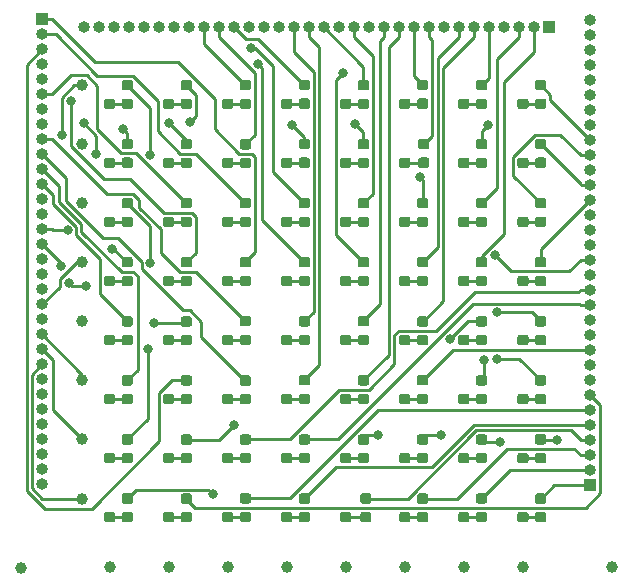
<source format=gbl>
G04 #@! TF.GenerationSoftware,KiCad,Pcbnew,5.1.5*
G04 #@! TF.CreationDate,2020-02-20T21:28:11+01:00*
G04 #@! TF.ProjectId,cubet_leds,63756265-745f-46c6-9564-732e6b696361,rev?*
G04 #@! TF.SameCoordinates,Original*
G04 #@! TF.FileFunction,Copper,L2,Bot*
G04 #@! TF.FilePolarity,Positive*
%FSLAX46Y46*%
G04 Gerber Fmt 4.6, Leading zero omitted, Abs format (unit mm)*
G04 Created by KiCad (PCBNEW 5.1.5) date 2020-02-20 21:28:11*
%MOMM*%
%LPD*%
G04 APERTURE LIST*
%ADD10C,0.100000*%
%ADD11O,1.000000X1.000000*%
%ADD12R,1.000000X1.000000*%
%ADD13C,1.000000*%
%ADD14C,0.800000*%
%ADD15C,0.250000*%
G04 APERTURE END LIST*
G04 #@! TA.AperFunction,SMDPad,CuDef*
D10*
G36*
X59277691Y-56276053D02*
G01*
X59298926Y-56279203D01*
X59319750Y-56284419D01*
X59339962Y-56291651D01*
X59359368Y-56300830D01*
X59377781Y-56311866D01*
X59395024Y-56324654D01*
X59410930Y-56339070D01*
X59425346Y-56354976D01*
X59438134Y-56372219D01*
X59449170Y-56390632D01*
X59458349Y-56410038D01*
X59465581Y-56430250D01*
X59470797Y-56451074D01*
X59473947Y-56472309D01*
X59475000Y-56493750D01*
X59475000Y-56931250D01*
X59473947Y-56952691D01*
X59470797Y-56973926D01*
X59465581Y-56994750D01*
X59458349Y-57014962D01*
X59449170Y-57034368D01*
X59438134Y-57052781D01*
X59425346Y-57070024D01*
X59410930Y-57085930D01*
X59395024Y-57100346D01*
X59377781Y-57113134D01*
X59359368Y-57124170D01*
X59339962Y-57133349D01*
X59319750Y-57140581D01*
X59298926Y-57145797D01*
X59277691Y-57148947D01*
X59256250Y-57150000D01*
X58743750Y-57150000D01*
X58722309Y-57148947D01*
X58701074Y-57145797D01*
X58680250Y-57140581D01*
X58660038Y-57133349D01*
X58640632Y-57124170D01*
X58622219Y-57113134D01*
X58604976Y-57100346D01*
X58589070Y-57085930D01*
X58574654Y-57070024D01*
X58561866Y-57052781D01*
X58550830Y-57034368D01*
X58541651Y-57014962D01*
X58534419Y-56994750D01*
X58529203Y-56973926D01*
X58526053Y-56952691D01*
X58525000Y-56931250D01*
X58525000Y-56493750D01*
X58526053Y-56472309D01*
X58529203Y-56451074D01*
X58534419Y-56430250D01*
X58541651Y-56410038D01*
X58550830Y-56390632D01*
X58561866Y-56372219D01*
X58574654Y-56354976D01*
X58589070Y-56339070D01*
X58604976Y-56324654D01*
X58622219Y-56311866D01*
X58640632Y-56300830D01*
X58660038Y-56291651D01*
X58680250Y-56284419D01*
X58701074Y-56279203D01*
X58722309Y-56276053D01*
X58743750Y-56275000D01*
X59256250Y-56275000D01*
X59277691Y-56276053D01*
G37*
G04 #@! TD.AperFunction*
G04 #@! TA.AperFunction,SMDPad,CuDef*
G36*
X59277691Y-57851053D02*
G01*
X59298926Y-57854203D01*
X59319750Y-57859419D01*
X59339962Y-57866651D01*
X59359368Y-57875830D01*
X59377781Y-57886866D01*
X59395024Y-57899654D01*
X59410930Y-57914070D01*
X59425346Y-57929976D01*
X59438134Y-57947219D01*
X59449170Y-57965632D01*
X59458349Y-57985038D01*
X59465581Y-58005250D01*
X59470797Y-58026074D01*
X59473947Y-58047309D01*
X59475000Y-58068750D01*
X59475000Y-58506250D01*
X59473947Y-58527691D01*
X59470797Y-58548926D01*
X59465581Y-58569750D01*
X59458349Y-58589962D01*
X59449170Y-58609368D01*
X59438134Y-58627781D01*
X59425346Y-58645024D01*
X59410930Y-58660930D01*
X59395024Y-58675346D01*
X59377781Y-58688134D01*
X59359368Y-58699170D01*
X59339962Y-58708349D01*
X59319750Y-58715581D01*
X59298926Y-58720797D01*
X59277691Y-58723947D01*
X59256250Y-58725000D01*
X58743750Y-58725000D01*
X58722309Y-58723947D01*
X58701074Y-58720797D01*
X58680250Y-58715581D01*
X58660038Y-58708349D01*
X58640632Y-58699170D01*
X58622219Y-58688134D01*
X58604976Y-58675346D01*
X58589070Y-58660930D01*
X58574654Y-58645024D01*
X58561866Y-58627781D01*
X58550830Y-58609368D01*
X58541651Y-58589962D01*
X58534419Y-58569750D01*
X58529203Y-58548926D01*
X58526053Y-58527691D01*
X58525000Y-58506250D01*
X58525000Y-58068750D01*
X58526053Y-58047309D01*
X58529203Y-58026074D01*
X58534419Y-58005250D01*
X58541651Y-57985038D01*
X58550830Y-57965632D01*
X58561866Y-57947219D01*
X58574654Y-57929976D01*
X58589070Y-57914070D01*
X58604976Y-57899654D01*
X58622219Y-57886866D01*
X58640632Y-57875830D01*
X58660038Y-57866651D01*
X58680250Y-57859419D01*
X58701074Y-57854203D01*
X58722309Y-57851053D01*
X58743750Y-57850000D01*
X59256250Y-57850000D01*
X59277691Y-57851053D01*
G37*
G04 #@! TD.AperFunction*
G04 #@! TA.AperFunction,SMDPad,CuDef*
G36*
X59277691Y-61263553D02*
G01*
X59298926Y-61266703D01*
X59319750Y-61271919D01*
X59339962Y-61279151D01*
X59359368Y-61288330D01*
X59377781Y-61299366D01*
X59395024Y-61312154D01*
X59410930Y-61326570D01*
X59425346Y-61342476D01*
X59438134Y-61359719D01*
X59449170Y-61378132D01*
X59458349Y-61397538D01*
X59465581Y-61417750D01*
X59470797Y-61438574D01*
X59473947Y-61459809D01*
X59475000Y-61481250D01*
X59475000Y-61918750D01*
X59473947Y-61940191D01*
X59470797Y-61961426D01*
X59465581Y-61982250D01*
X59458349Y-62002462D01*
X59449170Y-62021868D01*
X59438134Y-62040281D01*
X59425346Y-62057524D01*
X59410930Y-62073430D01*
X59395024Y-62087846D01*
X59377781Y-62100634D01*
X59359368Y-62111670D01*
X59339962Y-62120849D01*
X59319750Y-62128081D01*
X59298926Y-62133297D01*
X59277691Y-62136447D01*
X59256250Y-62137500D01*
X58743750Y-62137500D01*
X58722309Y-62136447D01*
X58701074Y-62133297D01*
X58680250Y-62128081D01*
X58660038Y-62120849D01*
X58640632Y-62111670D01*
X58622219Y-62100634D01*
X58604976Y-62087846D01*
X58589070Y-62073430D01*
X58574654Y-62057524D01*
X58561866Y-62040281D01*
X58550830Y-62021868D01*
X58541651Y-62002462D01*
X58534419Y-61982250D01*
X58529203Y-61961426D01*
X58526053Y-61940191D01*
X58525000Y-61918750D01*
X58525000Y-61481250D01*
X58526053Y-61459809D01*
X58529203Y-61438574D01*
X58534419Y-61417750D01*
X58541651Y-61397538D01*
X58550830Y-61378132D01*
X58561866Y-61359719D01*
X58574654Y-61342476D01*
X58589070Y-61326570D01*
X58604976Y-61312154D01*
X58622219Y-61299366D01*
X58640632Y-61288330D01*
X58660038Y-61279151D01*
X58680250Y-61271919D01*
X58701074Y-61266703D01*
X58722309Y-61263553D01*
X58743750Y-61262500D01*
X59256250Y-61262500D01*
X59277691Y-61263553D01*
G37*
G04 #@! TD.AperFunction*
G04 #@! TA.AperFunction,SMDPad,CuDef*
G36*
X59277691Y-62838553D02*
G01*
X59298926Y-62841703D01*
X59319750Y-62846919D01*
X59339962Y-62854151D01*
X59359368Y-62863330D01*
X59377781Y-62874366D01*
X59395024Y-62887154D01*
X59410930Y-62901570D01*
X59425346Y-62917476D01*
X59438134Y-62934719D01*
X59449170Y-62953132D01*
X59458349Y-62972538D01*
X59465581Y-62992750D01*
X59470797Y-63013574D01*
X59473947Y-63034809D01*
X59475000Y-63056250D01*
X59475000Y-63493750D01*
X59473947Y-63515191D01*
X59470797Y-63536426D01*
X59465581Y-63557250D01*
X59458349Y-63577462D01*
X59449170Y-63596868D01*
X59438134Y-63615281D01*
X59425346Y-63632524D01*
X59410930Y-63648430D01*
X59395024Y-63662846D01*
X59377781Y-63675634D01*
X59359368Y-63686670D01*
X59339962Y-63695849D01*
X59319750Y-63703081D01*
X59298926Y-63708297D01*
X59277691Y-63711447D01*
X59256250Y-63712500D01*
X58743750Y-63712500D01*
X58722309Y-63711447D01*
X58701074Y-63708297D01*
X58680250Y-63703081D01*
X58660038Y-63695849D01*
X58640632Y-63686670D01*
X58622219Y-63675634D01*
X58604976Y-63662846D01*
X58589070Y-63648430D01*
X58574654Y-63632524D01*
X58561866Y-63615281D01*
X58550830Y-63596868D01*
X58541651Y-63577462D01*
X58534419Y-63557250D01*
X58529203Y-63536426D01*
X58526053Y-63515191D01*
X58525000Y-63493750D01*
X58525000Y-63056250D01*
X58526053Y-63034809D01*
X58529203Y-63013574D01*
X58534419Y-62992750D01*
X58541651Y-62972538D01*
X58550830Y-62953132D01*
X58561866Y-62934719D01*
X58574654Y-62917476D01*
X58589070Y-62901570D01*
X58604976Y-62887154D01*
X58622219Y-62874366D01*
X58640632Y-62863330D01*
X58660038Y-62854151D01*
X58680250Y-62846919D01*
X58701074Y-62841703D01*
X58722309Y-62838553D01*
X58743750Y-62837500D01*
X59256250Y-62837500D01*
X59277691Y-62838553D01*
G37*
G04 #@! TD.AperFunction*
G04 #@! TA.AperFunction,SMDPad,CuDef*
G36*
X59277691Y-66276053D02*
G01*
X59298926Y-66279203D01*
X59319750Y-66284419D01*
X59339962Y-66291651D01*
X59359368Y-66300830D01*
X59377781Y-66311866D01*
X59395024Y-66324654D01*
X59410930Y-66339070D01*
X59425346Y-66354976D01*
X59438134Y-66372219D01*
X59449170Y-66390632D01*
X59458349Y-66410038D01*
X59465581Y-66430250D01*
X59470797Y-66451074D01*
X59473947Y-66472309D01*
X59475000Y-66493750D01*
X59475000Y-66931250D01*
X59473947Y-66952691D01*
X59470797Y-66973926D01*
X59465581Y-66994750D01*
X59458349Y-67014962D01*
X59449170Y-67034368D01*
X59438134Y-67052781D01*
X59425346Y-67070024D01*
X59410930Y-67085930D01*
X59395024Y-67100346D01*
X59377781Y-67113134D01*
X59359368Y-67124170D01*
X59339962Y-67133349D01*
X59319750Y-67140581D01*
X59298926Y-67145797D01*
X59277691Y-67148947D01*
X59256250Y-67150000D01*
X58743750Y-67150000D01*
X58722309Y-67148947D01*
X58701074Y-67145797D01*
X58680250Y-67140581D01*
X58660038Y-67133349D01*
X58640632Y-67124170D01*
X58622219Y-67113134D01*
X58604976Y-67100346D01*
X58589070Y-67085930D01*
X58574654Y-67070024D01*
X58561866Y-67052781D01*
X58550830Y-67034368D01*
X58541651Y-67014962D01*
X58534419Y-66994750D01*
X58529203Y-66973926D01*
X58526053Y-66952691D01*
X58525000Y-66931250D01*
X58525000Y-66493750D01*
X58526053Y-66472309D01*
X58529203Y-66451074D01*
X58534419Y-66430250D01*
X58541651Y-66410038D01*
X58550830Y-66390632D01*
X58561866Y-66372219D01*
X58574654Y-66354976D01*
X58589070Y-66339070D01*
X58604976Y-66324654D01*
X58622219Y-66311866D01*
X58640632Y-66300830D01*
X58660038Y-66291651D01*
X58680250Y-66284419D01*
X58701074Y-66279203D01*
X58722309Y-66276053D01*
X58743750Y-66275000D01*
X59256250Y-66275000D01*
X59277691Y-66276053D01*
G37*
G04 #@! TD.AperFunction*
G04 #@! TA.AperFunction,SMDPad,CuDef*
G36*
X59277691Y-67851053D02*
G01*
X59298926Y-67854203D01*
X59319750Y-67859419D01*
X59339962Y-67866651D01*
X59359368Y-67875830D01*
X59377781Y-67886866D01*
X59395024Y-67899654D01*
X59410930Y-67914070D01*
X59425346Y-67929976D01*
X59438134Y-67947219D01*
X59449170Y-67965632D01*
X59458349Y-67985038D01*
X59465581Y-68005250D01*
X59470797Y-68026074D01*
X59473947Y-68047309D01*
X59475000Y-68068750D01*
X59475000Y-68506250D01*
X59473947Y-68527691D01*
X59470797Y-68548926D01*
X59465581Y-68569750D01*
X59458349Y-68589962D01*
X59449170Y-68609368D01*
X59438134Y-68627781D01*
X59425346Y-68645024D01*
X59410930Y-68660930D01*
X59395024Y-68675346D01*
X59377781Y-68688134D01*
X59359368Y-68699170D01*
X59339962Y-68708349D01*
X59319750Y-68715581D01*
X59298926Y-68720797D01*
X59277691Y-68723947D01*
X59256250Y-68725000D01*
X58743750Y-68725000D01*
X58722309Y-68723947D01*
X58701074Y-68720797D01*
X58680250Y-68715581D01*
X58660038Y-68708349D01*
X58640632Y-68699170D01*
X58622219Y-68688134D01*
X58604976Y-68675346D01*
X58589070Y-68660930D01*
X58574654Y-68645024D01*
X58561866Y-68627781D01*
X58550830Y-68609368D01*
X58541651Y-68589962D01*
X58534419Y-68569750D01*
X58529203Y-68548926D01*
X58526053Y-68527691D01*
X58525000Y-68506250D01*
X58525000Y-68068750D01*
X58526053Y-68047309D01*
X58529203Y-68026074D01*
X58534419Y-68005250D01*
X58541651Y-67985038D01*
X58550830Y-67965632D01*
X58561866Y-67947219D01*
X58574654Y-67929976D01*
X58589070Y-67914070D01*
X58604976Y-67899654D01*
X58622219Y-67886866D01*
X58640632Y-67875830D01*
X58660038Y-67866651D01*
X58680250Y-67859419D01*
X58701074Y-67854203D01*
X58722309Y-67851053D01*
X58743750Y-67850000D01*
X59256250Y-67850000D01*
X59277691Y-67851053D01*
G37*
G04 #@! TD.AperFunction*
G04 #@! TA.AperFunction,SMDPad,CuDef*
G36*
X59277691Y-71276053D02*
G01*
X59298926Y-71279203D01*
X59319750Y-71284419D01*
X59339962Y-71291651D01*
X59359368Y-71300830D01*
X59377781Y-71311866D01*
X59395024Y-71324654D01*
X59410930Y-71339070D01*
X59425346Y-71354976D01*
X59438134Y-71372219D01*
X59449170Y-71390632D01*
X59458349Y-71410038D01*
X59465581Y-71430250D01*
X59470797Y-71451074D01*
X59473947Y-71472309D01*
X59475000Y-71493750D01*
X59475000Y-71931250D01*
X59473947Y-71952691D01*
X59470797Y-71973926D01*
X59465581Y-71994750D01*
X59458349Y-72014962D01*
X59449170Y-72034368D01*
X59438134Y-72052781D01*
X59425346Y-72070024D01*
X59410930Y-72085930D01*
X59395024Y-72100346D01*
X59377781Y-72113134D01*
X59359368Y-72124170D01*
X59339962Y-72133349D01*
X59319750Y-72140581D01*
X59298926Y-72145797D01*
X59277691Y-72148947D01*
X59256250Y-72150000D01*
X58743750Y-72150000D01*
X58722309Y-72148947D01*
X58701074Y-72145797D01*
X58680250Y-72140581D01*
X58660038Y-72133349D01*
X58640632Y-72124170D01*
X58622219Y-72113134D01*
X58604976Y-72100346D01*
X58589070Y-72085930D01*
X58574654Y-72070024D01*
X58561866Y-72052781D01*
X58550830Y-72034368D01*
X58541651Y-72014962D01*
X58534419Y-71994750D01*
X58529203Y-71973926D01*
X58526053Y-71952691D01*
X58525000Y-71931250D01*
X58525000Y-71493750D01*
X58526053Y-71472309D01*
X58529203Y-71451074D01*
X58534419Y-71430250D01*
X58541651Y-71410038D01*
X58550830Y-71390632D01*
X58561866Y-71372219D01*
X58574654Y-71354976D01*
X58589070Y-71339070D01*
X58604976Y-71324654D01*
X58622219Y-71311866D01*
X58640632Y-71300830D01*
X58660038Y-71291651D01*
X58680250Y-71284419D01*
X58701074Y-71279203D01*
X58722309Y-71276053D01*
X58743750Y-71275000D01*
X59256250Y-71275000D01*
X59277691Y-71276053D01*
G37*
G04 #@! TD.AperFunction*
G04 #@! TA.AperFunction,SMDPad,CuDef*
G36*
X59277691Y-72851053D02*
G01*
X59298926Y-72854203D01*
X59319750Y-72859419D01*
X59339962Y-72866651D01*
X59359368Y-72875830D01*
X59377781Y-72886866D01*
X59395024Y-72899654D01*
X59410930Y-72914070D01*
X59425346Y-72929976D01*
X59438134Y-72947219D01*
X59449170Y-72965632D01*
X59458349Y-72985038D01*
X59465581Y-73005250D01*
X59470797Y-73026074D01*
X59473947Y-73047309D01*
X59475000Y-73068750D01*
X59475000Y-73506250D01*
X59473947Y-73527691D01*
X59470797Y-73548926D01*
X59465581Y-73569750D01*
X59458349Y-73589962D01*
X59449170Y-73609368D01*
X59438134Y-73627781D01*
X59425346Y-73645024D01*
X59410930Y-73660930D01*
X59395024Y-73675346D01*
X59377781Y-73688134D01*
X59359368Y-73699170D01*
X59339962Y-73708349D01*
X59319750Y-73715581D01*
X59298926Y-73720797D01*
X59277691Y-73723947D01*
X59256250Y-73725000D01*
X58743750Y-73725000D01*
X58722309Y-73723947D01*
X58701074Y-73720797D01*
X58680250Y-73715581D01*
X58660038Y-73708349D01*
X58640632Y-73699170D01*
X58622219Y-73688134D01*
X58604976Y-73675346D01*
X58589070Y-73660930D01*
X58574654Y-73645024D01*
X58561866Y-73627781D01*
X58550830Y-73609368D01*
X58541651Y-73589962D01*
X58534419Y-73569750D01*
X58529203Y-73548926D01*
X58526053Y-73527691D01*
X58525000Y-73506250D01*
X58525000Y-73068750D01*
X58526053Y-73047309D01*
X58529203Y-73026074D01*
X58534419Y-73005250D01*
X58541651Y-72985038D01*
X58550830Y-72965632D01*
X58561866Y-72947219D01*
X58574654Y-72929976D01*
X58589070Y-72914070D01*
X58604976Y-72899654D01*
X58622219Y-72886866D01*
X58640632Y-72875830D01*
X58660038Y-72866651D01*
X58680250Y-72859419D01*
X58701074Y-72854203D01*
X58722309Y-72851053D01*
X58743750Y-72850000D01*
X59256250Y-72850000D01*
X59277691Y-72851053D01*
G37*
G04 #@! TD.AperFunction*
G04 #@! TA.AperFunction,SMDPad,CuDef*
G36*
X59277691Y-76276053D02*
G01*
X59298926Y-76279203D01*
X59319750Y-76284419D01*
X59339962Y-76291651D01*
X59359368Y-76300830D01*
X59377781Y-76311866D01*
X59395024Y-76324654D01*
X59410930Y-76339070D01*
X59425346Y-76354976D01*
X59438134Y-76372219D01*
X59449170Y-76390632D01*
X59458349Y-76410038D01*
X59465581Y-76430250D01*
X59470797Y-76451074D01*
X59473947Y-76472309D01*
X59475000Y-76493750D01*
X59475000Y-76931250D01*
X59473947Y-76952691D01*
X59470797Y-76973926D01*
X59465581Y-76994750D01*
X59458349Y-77014962D01*
X59449170Y-77034368D01*
X59438134Y-77052781D01*
X59425346Y-77070024D01*
X59410930Y-77085930D01*
X59395024Y-77100346D01*
X59377781Y-77113134D01*
X59359368Y-77124170D01*
X59339962Y-77133349D01*
X59319750Y-77140581D01*
X59298926Y-77145797D01*
X59277691Y-77148947D01*
X59256250Y-77150000D01*
X58743750Y-77150000D01*
X58722309Y-77148947D01*
X58701074Y-77145797D01*
X58680250Y-77140581D01*
X58660038Y-77133349D01*
X58640632Y-77124170D01*
X58622219Y-77113134D01*
X58604976Y-77100346D01*
X58589070Y-77085930D01*
X58574654Y-77070024D01*
X58561866Y-77052781D01*
X58550830Y-77034368D01*
X58541651Y-77014962D01*
X58534419Y-76994750D01*
X58529203Y-76973926D01*
X58526053Y-76952691D01*
X58525000Y-76931250D01*
X58525000Y-76493750D01*
X58526053Y-76472309D01*
X58529203Y-76451074D01*
X58534419Y-76430250D01*
X58541651Y-76410038D01*
X58550830Y-76390632D01*
X58561866Y-76372219D01*
X58574654Y-76354976D01*
X58589070Y-76339070D01*
X58604976Y-76324654D01*
X58622219Y-76311866D01*
X58640632Y-76300830D01*
X58660038Y-76291651D01*
X58680250Y-76284419D01*
X58701074Y-76279203D01*
X58722309Y-76276053D01*
X58743750Y-76275000D01*
X59256250Y-76275000D01*
X59277691Y-76276053D01*
G37*
G04 #@! TD.AperFunction*
G04 #@! TA.AperFunction,SMDPad,CuDef*
G36*
X59277691Y-77851053D02*
G01*
X59298926Y-77854203D01*
X59319750Y-77859419D01*
X59339962Y-77866651D01*
X59359368Y-77875830D01*
X59377781Y-77886866D01*
X59395024Y-77899654D01*
X59410930Y-77914070D01*
X59425346Y-77929976D01*
X59438134Y-77947219D01*
X59449170Y-77965632D01*
X59458349Y-77985038D01*
X59465581Y-78005250D01*
X59470797Y-78026074D01*
X59473947Y-78047309D01*
X59475000Y-78068750D01*
X59475000Y-78506250D01*
X59473947Y-78527691D01*
X59470797Y-78548926D01*
X59465581Y-78569750D01*
X59458349Y-78589962D01*
X59449170Y-78609368D01*
X59438134Y-78627781D01*
X59425346Y-78645024D01*
X59410930Y-78660930D01*
X59395024Y-78675346D01*
X59377781Y-78688134D01*
X59359368Y-78699170D01*
X59339962Y-78708349D01*
X59319750Y-78715581D01*
X59298926Y-78720797D01*
X59277691Y-78723947D01*
X59256250Y-78725000D01*
X58743750Y-78725000D01*
X58722309Y-78723947D01*
X58701074Y-78720797D01*
X58680250Y-78715581D01*
X58660038Y-78708349D01*
X58640632Y-78699170D01*
X58622219Y-78688134D01*
X58604976Y-78675346D01*
X58589070Y-78660930D01*
X58574654Y-78645024D01*
X58561866Y-78627781D01*
X58550830Y-78609368D01*
X58541651Y-78589962D01*
X58534419Y-78569750D01*
X58529203Y-78548926D01*
X58526053Y-78527691D01*
X58525000Y-78506250D01*
X58525000Y-78068750D01*
X58526053Y-78047309D01*
X58529203Y-78026074D01*
X58534419Y-78005250D01*
X58541651Y-77985038D01*
X58550830Y-77965632D01*
X58561866Y-77947219D01*
X58574654Y-77929976D01*
X58589070Y-77914070D01*
X58604976Y-77899654D01*
X58622219Y-77886866D01*
X58640632Y-77875830D01*
X58660038Y-77866651D01*
X58680250Y-77859419D01*
X58701074Y-77854203D01*
X58722309Y-77851053D01*
X58743750Y-77850000D01*
X59256250Y-77850000D01*
X59277691Y-77851053D01*
G37*
G04 #@! TD.AperFunction*
G04 #@! TA.AperFunction,SMDPad,CuDef*
G36*
X59277691Y-81276053D02*
G01*
X59298926Y-81279203D01*
X59319750Y-81284419D01*
X59339962Y-81291651D01*
X59359368Y-81300830D01*
X59377781Y-81311866D01*
X59395024Y-81324654D01*
X59410930Y-81339070D01*
X59425346Y-81354976D01*
X59438134Y-81372219D01*
X59449170Y-81390632D01*
X59458349Y-81410038D01*
X59465581Y-81430250D01*
X59470797Y-81451074D01*
X59473947Y-81472309D01*
X59475000Y-81493750D01*
X59475000Y-81931250D01*
X59473947Y-81952691D01*
X59470797Y-81973926D01*
X59465581Y-81994750D01*
X59458349Y-82014962D01*
X59449170Y-82034368D01*
X59438134Y-82052781D01*
X59425346Y-82070024D01*
X59410930Y-82085930D01*
X59395024Y-82100346D01*
X59377781Y-82113134D01*
X59359368Y-82124170D01*
X59339962Y-82133349D01*
X59319750Y-82140581D01*
X59298926Y-82145797D01*
X59277691Y-82148947D01*
X59256250Y-82150000D01*
X58743750Y-82150000D01*
X58722309Y-82148947D01*
X58701074Y-82145797D01*
X58680250Y-82140581D01*
X58660038Y-82133349D01*
X58640632Y-82124170D01*
X58622219Y-82113134D01*
X58604976Y-82100346D01*
X58589070Y-82085930D01*
X58574654Y-82070024D01*
X58561866Y-82052781D01*
X58550830Y-82034368D01*
X58541651Y-82014962D01*
X58534419Y-81994750D01*
X58529203Y-81973926D01*
X58526053Y-81952691D01*
X58525000Y-81931250D01*
X58525000Y-81493750D01*
X58526053Y-81472309D01*
X58529203Y-81451074D01*
X58534419Y-81430250D01*
X58541651Y-81410038D01*
X58550830Y-81390632D01*
X58561866Y-81372219D01*
X58574654Y-81354976D01*
X58589070Y-81339070D01*
X58604976Y-81324654D01*
X58622219Y-81311866D01*
X58640632Y-81300830D01*
X58660038Y-81291651D01*
X58680250Y-81284419D01*
X58701074Y-81279203D01*
X58722309Y-81276053D01*
X58743750Y-81275000D01*
X59256250Y-81275000D01*
X59277691Y-81276053D01*
G37*
G04 #@! TD.AperFunction*
G04 #@! TA.AperFunction,SMDPad,CuDef*
G36*
X59277691Y-82851053D02*
G01*
X59298926Y-82854203D01*
X59319750Y-82859419D01*
X59339962Y-82866651D01*
X59359368Y-82875830D01*
X59377781Y-82886866D01*
X59395024Y-82899654D01*
X59410930Y-82914070D01*
X59425346Y-82929976D01*
X59438134Y-82947219D01*
X59449170Y-82965632D01*
X59458349Y-82985038D01*
X59465581Y-83005250D01*
X59470797Y-83026074D01*
X59473947Y-83047309D01*
X59475000Y-83068750D01*
X59475000Y-83506250D01*
X59473947Y-83527691D01*
X59470797Y-83548926D01*
X59465581Y-83569750D01*
X59458349Y-83589962D01*
X59449170Y-83609368D01*
X59438134Y-83627781D01*
X59425346Y-83645024D01*
X59410930Y-83660930D01*
X59395024Y-83675346D01*
X59377781Y-83688134D01*
X59359368Y-83699170D01*
X59339962Y-83708349D01*
X59319750Y-83715581D01*
X59298926Y-83720797D01*
X59277691Y-83723947D01*
X59256250Y-83725000D01*
X58743750Y-83725000D01*
X58722309Y-83723947D01*
X58701074Y-83720797D01*
X58680250Y-83715581D01*
X58660038Y-83708349D01*
X58640632Y-83699170D01*
X58622219Y-83688134D01*
X58604976Y-83675346D01*
X58589070Y-83660930D01*
X58574654Y-83645024D01*
X58561866Y-83627781D01*
X58550830Y-83609368D01*
X58541651Y-83589962D01*
X58534419Y-83569750D01*
X58529203Y-83548926D01*
X58526053Y-83527691D01*
X58525000Y-83506250D01*
X58525000Y-83068750D01*
X58526053Y-83047309D01*
X58529203Y-83026074D01*
X58534419Y-83005250D01*
X58541651Y-82985038D01*
X58550830Y-82965632D01*
X58561866Y-82947219D01*
X58574654Y-82929976D01*
X58589070Y-82914070D01*
X58604976Y-82899654D01*
X58622219Y-82886866D01*
X58640632Y-82875830D01*
X58660038Y-82866651D01*
X58680250Y-82859419D01*
X58701074Y-82854203D01*
X58722309Y-82851053D01*
X58743750Y-82850000D01*
X59256250Y-82850000D01*
X59277691Y-82851053D01*
G37*
G04 #@! TD.AperFunction*
G04 #@! TA.AperFunction,SMDPad,CuDef*
G36*
X69277691Y-81288553D02*
G01*
X69298926Y-81291703D01*
X69319750Y-81296919D01*
X69339962Y-81304151D01*
X69359368Y-81313330D01*
X69377781Y-81324366D01*
X69395024Y-81337154D01*
X69410930Y-81351570D01*
X69425346Y-81367476D01*
X69438134Y-81384719D01*
X69449170Y-81403132D01*
X69458349Y-81422538D01*
X69465581Y-81442750D01*
X69470797Y-81463574D01*
X69473947Y-81484809D01*
X69475000Y-81506250D01*
X69475000Y-81943750D01*
X69473947Y-81965191D01*
X69470797Y-81986426D01*
X69465581Y-82007250D01*
X69458349Y-82027462D01*
X69449170Y-82046868D01*
X69438134Y-82065281D01*
X69425346Y-82082524D01*
X69410930Y-82098430D01*
X69395024Y-82112846D01*
X69377781Y-82125634D01*
X69359368Y-82136670D01*
X69339962Y-82145849D01*
X69319750Y-82153081D01*
X69298926Y-82158297D01*
X69277691Y-82161447D01*
X69256250Y-82162500D01*
X68743750Y-82162500D01*
X68722309Y-82161447D01*
X68701074Y-82158297D01*
X68680250Y-82153081D01*
X68660038Y-82145849D01*
X68640632Y-82136670D01*
X68622219Y-82125634D01*
X68604976Y-82112846D01*
X68589070Y-82098430D01*
X68574654Y-82082524D01*
X68561866Y-82065281D01*
X68550830Y-82046868D01*
X68541651Y-82027462D01*
X68534419Y-82007250D01*
X68529203Y-81986426D01*
X68526053Y-81965191D01*
X68525000Y-81943750D01*
X68525000Y-81506250D01*
X68526053Y-81484809D01*
X68529203Y-81463574D01*
X68534419Y-81442750D01*
X68541651Y-81422538D01*
X68550830Y-81403132D01*
X68561866Y-81384719D01*
X68574654Y-81367476D01*
X68589070Y-81351570D01*
X68604976Y-81337154D01*
X68622219Y-81324366D01*
X68640632Y-81313330D01*
X68660038Y-81304151D01*
X68680250Y-81296919D01*
X68701074Y-81291703D01*
X68722309Y-81288553D01*
X68743750Y-81287500D01*
X69256250Y-81287500D01*
X69277691Y-81288553D01*
G37*
G04 #@! TD.AperFunction*
G04 #@! TA.AperFunction,SMDPad,CuDef*
G36*
X69277691Y-82863553D02*
G01*
X69298926Y-82866703D01*
X69319750Y-82871919D01*
X69339962Y-82879151D01*
X69359368Y-82888330D01*
X69377781Y-82899366D01*
X69395024Y-82912154D01*
X69410930Y-82926570D01*
X69425346Y-82942476D01*
X69438134Y-82959719D01*
X69449170Y-82978132D01*
X69458349Y-82997538D01*
X69465581Y-83017750D01*
X69470797Y-83038574D01*
X69473947Y-83059809D01*
X69475000Y-83081250D01*
X69475000Y-83518750D01*
X69473947Y-83540191D01*
X69470797Y-83561426D01*
X69465581Y-83582250D01*
X69458349Y-83602462D01*
X69449170Y-83621868D01*
X69438134Y-83640281D01*
X69425346Y-83657524D01*
X69410930Y-83673430D01*
X69395024Y-83687846D01*
X69377781Y-83700634D01*
X69359368Y-83711670D01*
X69339962Y-83720849D01*
X69319750Y-83728081D01*
X69298926Y-83733297D01*
X69277691Y-83736447D01*
X69256250Y-83737500D01*
X68743750Y-83737500D01*
X68722309Y-83736447D01*
X68701074Y-83733297D01*
X68680250Y-83728081D01*
X68660038Y-83720849D01*
X68640632Y-83711670D01*
X68622219Y-83700634D01*
X68604976Y-83687846D01*
X68589070Y-83673430D01*
X68574654Y-83657524D01*
X68561866Y-83640281D01*
X68550830Y-83621868D01*
X68541651Y-83602462D01*
X68534419Y-83582250D01*
X68529203Y-83561426D01*
X68526053Y-83540191D01*
X68525000Y-83518750D01*
X68525000Y-83081250D01*
X68526053Y-83059809D01*
X68529203Y-83038574D01*
X68534419Y-83017750D01*
X68541651Y-82997538D01*
X68550830Y-82978132D01*
X68561866Y-82959719D01*
X68574654Y-82942476D01*
X68589070Y-82926570D01*
X68604976Y-82912154D01*
X68622219Y-82899366D01*
X68640632Y-82888330D01*
X68660038Y-82879151D01*
X68680250Y-82871919D01*
X68701074Y-82866703D01*
X68722309Y-82863553D01*
X68743750Y-82862500D01*
X69256250Y-82862500D01*
X69277691Y-82863553D01*
G37*
G04 #@! TD.AperFunction*
G04 #@! TA.AperFunction,SMDPad,CuDef*
G36*
X69277691Y-76263553D02*
G01*
X69298926Y-76266703D01*
X69319750Y-76271919D01*
X69339962Y-76279151D01*
X69359368Y-76288330D01*
X69377781Y-76299366D01*
X69395024Y-76312154D01*
X69410930Y-76326570D01*
X69425346Y-76342476D01*
X69438134Y-76359719D01*
X69449170Y-76378132D01*
X69458349Y-76397538D01*
X69465581Y-76417750D01*
X69470797Y-76438574D01*
X69473947Y-76459809D01*
X69475000Y-76481250D01*
X69475000Y-76918750D01*
X69473947Y-76940191D01*
X69470797Y-76961426D01*
X69465581Y-76982250D01*
X69458349Y-77002462D01*
X69449170Y-77021868D01*
X69438134Y-77040281D01*
X69425346Y-77057524D01*
X69410930Y-77073430D01*
X69395024Y-77087846D01*
X69377781Y-77100634D01*
X69359368Y-77111670D01*
X69339962Y-77120849D01*
X69319750Y-77128081D01*
X69298926Y-77133297D01*
X69277691Y-77136447D01*
X69256250Y-77137500D01*
X68743750Y-77137500D01*
X68722309Y-77136447D01*
X68701074Y-77133297D01*
X68680250Y-77128081D01*
X68660038Y-77120849D01*
X68640632Y-77111670D01*
X68622219Y-77100634D01*
X68604976Y-77087846D01*
X68589070Y-77073430D01*
X68574654Y-77057524D01*
X68561866Y-77040281D01*
X68550830Y-77021868D01*
X68541651Y-77002462D01*
X68534419Y-76982250D01*
X68529203Y-76961426D01*
X68526053Y-76940191D01*
X68525000Y-76918750D01*
X68525000Y-76481250D01*
X68526053Y-76459809D01*
X68529203Y-76438574D01*
X68534419Y-76417750D01*
X68541651Y-76397538D01*
X68550830Y-76378132D01*
X68561866Y-76359719D01*
X68574654Y-76342476D01*
X68589070Y-76326570D01*
X68604976Y-76312154D01*
X68622219Y-76299366D01*
X68640632Y-76288330D01*
X68660038Y-76279151D01*
X68680250Y-76271919D01*
X68701074Y-76266703D01*
X68722309Y-76263553D01*
X68743750Y-76262500D01*
X69256250Y-76262500D01*
X69277691Y-76263553D01*
G37*
G04 #@! TD.AperFunction*
G04 #@! TA.AperFunction,SMDPad,CuDef*
G36*
X69277691Y-77838553D02*
G01*
X69298926Y-77841703D01*
X69319750Y-77846919D01*
X69339962Y-77854151D01*
X69359368Y-77863330D01*
X69377781Y-77874366D01*
X69395024Y-77887154D01*
X69410930Y-77901570D01*
X69425346Y-77917476D01*
X69438134Y-77934719D01*
X69449170Y-77953132D01*
X69458349Y-77972538D01*
X69465581Y-77992750D01*
X69470797Y-78013574D01*
X69473947Y-78034809D01*
X69475000Y-78056250D01*
X69475000Y-78493750D01*
X69473947Y-78515191D01*
X69470797Y-78536426D01*
X69465581Y-78557250D01*
X69458349Y-78577462D01*
X69449170Y-78596868D01*
X69438134Y-78615281D01*
X69425346Y-78632524D01*
X69410930Y-78648430D01*
X69395024Y-78662846D01*
X69377781Y-78675634D01*
X69359368Y-78686670D01*
X69339962Y-78695849D01*
X69319750Y-78703081D01*
X69298926Y-78708297D01*
X69277691Y-78711447D01*
X69256250Y-78712500D01*
X68743750Y-78712500D01*
X68722309Y-78711447D01*
X68701074Y-78708297D01*
X68680250Y-78703081D01*
X68660038Y-78695849D01*
X68640632Y-78686670D01*
X68622219Y-78675634D01*
X68604976Y-78662846D01*
X68589070Y-78648430D01*
X68574654Y-78632524D01*
X68561866Y-78615281D01*
X68550830Y-78596868D01*
X68541651Y-78577462D01*
X68534419Y-78557250D01*
X68529203Y-78536426D01*
X68526053Y-78515191D01*
X68525000Y-78493750D01*
X68525000Y-78056250D01*
X68526053Y-78034809D01*
X68529203Y-78013574D01*
X68534419Y-77992750D01*
X68541651Y-77972538D01*
X68550830Y-77953132D01*
X68561866Y-77934719D01*
X68574654Y-77917476D01*
X68589070Y-77901570D01*
X68604976Y-77887154D01*
X68622219Y-77874366D01*
X68640632Y-77863330D01*
X68660038Y-77854151D01*
X68680250Y-77846919D01*
X68701074Y-77841703D01*
X68722309Y-77838553D01*
X68743750Y-77837500D01*
X69256250Y-77837500D01*
X69277691Y-77838553D01*
G37*
G04 #@! TD.AperFunction*
G04 #@! TA.AperFunction,SMDPad,CuDef*
G36*
X64277691Y-56276053D02*
G01*
X64298926Y-56279203D01*
X64319750Y-56284419D01*
X64339962Y-56291651D01*
X64359368Y-56300830D01*
X64377781Y-56311866D01*
X64395024Y-56324654D01*
X64410930Y-56339070D01*
X64425346Y-56354976D01*
X64438134Y-56372219D01*
X64449170Y-56390632D01*
X64458349Y-56410038D01*
X64465581Y-56430250D01*
X64470797Y-56451074D01*
X64473947Y-56472309D01*
X64475000Y-56493750D01*
X64475000Y-56931250D01*
X64473947Y-56952691D01*
X64470797Y-56973926D01*
X64465581Y-56994750D01*
X64458349Y-57014962D01*
X64449170Y-57034368D01*
X64438134Y-57052781D01*
X64425346Y-57070024D01*
X64410930Y-57085930D01*
X64395024Y-57100346D01*
X64377781Y-57113134D01*
X64359368Y-57124170D01*
X64339962Y-57133349D01*
X64319750Y-57140581D01*
X64298926Y-57145797D01*
X64277691Y-57148947D01*
X64256250Y-57150000D01*
X63743750Y-57150000D01*
X63722309Y-57148947D01*
X63701074Y-57145797D01*
X63680250Y-57140581D01*
X63660038Y-57133349D01*
X63640632Y-57124170D01*
X63622219Y-57113134D01*
X63604976Y-57100346D01*
X63589070Y-57085930D01*
X63574654Y-57070024D01*
X63561866Y-57052781D01*
X63550830Y-57034368D01*
X63541651Y-57014962D01*
X63534419Y-56994750D01*
X63529203Y-56973926D01*
X63526053Y-56952691D01*
X63525000Y-56931250D01*
X63525000Y-56493750D01*
X63526053Y-56472309D01*
X63529203Y-56451074D01*
X63534419Y-56430250D01*
X63541651Y-56410038D01*
X63550830Y-56390632D01*
X63561866Y-56372219D01*
X63574654Y-56354976D01*
X63589070Y-56339070D01*
X63604976Y-56324654D01*
X63622219Y-56311866D01*
X63640632Y-56300830D01*
X63660038Y-56291651D01*
X63680250Y-56284419D01*
X63701074Y-56279203D01*
X63722309Y-56276053D01*
X63743750Y-56275000D01*
X64256250Y-56275000D01*
X64277691Y-56276053D01*
G37*
G04 #@! TD.AperFunction*
G04 #@! TA.AperFunction,SMDPad,CuDef*
G36*
X64277691Y-57851053D02*
G01*
X64298926Y-57854203D01*
X64319750Y-57859419D01*
X64339962Y-57866651D01*
X64359368Y-57875830D01*
X64377781Y-57886866D01*
X64395024Y-57899654D01*
X64410930Y-57914070D01*
X64425346Y-57929976D01*
X64438134Y-57947219D01*
X64449170Y-57965632D01*
X64458349Y-57985038D01*
X64465581Y-58005250D01*
X64470797Y-58026074D01*
X64473947Y-58047309D01*
X64475000Y-58068750D01*
X64475000Y-58506250D01*
X64473947Y-58527691D01*
X64470797Y-58548926D01*
X64465581Y-58569750D01*
X64458349Y-58589962D01*
X64449170Y-58609368D01*
X64438134Y-58627781D01*
X64425346Y-58645024D01*
X64410930Y-58660930D01*
X64395024Y-58675346D01*
X64377781Y-58688134D01*
X64359368Y-58699170D01*
X64339962Y-58708349D01*
X64319750Y-58715581D01*
X64298926Y-58720797D01*
X64277691Y-58723947D01*
X64256250Y-58725000D01*
X63743750Y-58725000D01*
X63722309Y-58723947D01*
X63701074Y-58720797D01*
X63680250Y-58715581D01*
X63660038Y-58708349D01*
X63640632Y-58699170D01*
X63622219Y-58688134D01*
X63604976Y-58675346D01*
X63589070Y-58660930D01*
X63574654Y-58645024D01*
X63561866Y-58627781D01*
X63550830Y-58609368D01*
X63541651Y-58589962D01*
X63534419Y-58569750D01*
X63529203Y-58548926D01*
X63526053Y-58527691D01*
X63525000Y-58506250D01*
X63525000Y-58068750D01*
X63526053Y-58047309D01*
X63529203Y-58026074D01*
X63534419Y-58005250D01*
X63541651Y-57985038D01*
X63550830Y-57965632D01*
X63561866Y-57947219D01*
X63574654Y-57929976D01*
X63589070Y-57914070D01*
X63604976Y-57899654D01*
X63622219Y-57886866D01*
X63640632Y-57875830D01*
X63660038Y-57866651D01*
X63680250Y-57859419D01*
X63701074Y-57854203D01*
X63722309Y-57851053D01*
X63743750Y-57850000D01*
X64256250Y-57850000D01*
X64277691Y-57851053D01*
G37*
G04 #@! TD.AperFunction*
G04 #@! TA.AperFunction,SMDPad,CuDef*
G36*
X64277691Y-61276053D02*
G01*
X64298926Y-61279203D01*
X64319750Y-61284419D01*
X64339962Y-61291651D01*
X64359368Y-61300830D01*
X64377781Y-61311866D01*
X64395024Y-61324654D01*
X64410930Y-61339070D01*
X64425346Y-61354976D01*
X64438134Y-61372219D01*
X64449170Y-61390632D01*
X64458349Y-61410038D01*
X64465581Y-61430250D01*
X64470797Y-61451074D01*
X64473947Y-61472309D01*
X64475000Y-61493750D01*
X64475000Y-61931250D01*
X64473947Y-61952691D01*
X64470797Y-61973926D01*
X64465581Y-61994750D01*
X64458349Y-62014962D01*
X64449170Y-62034368D01*
X64438134Y-62052781D01*
X64425346Y-62070024D01*
X64410930Y-62085930D01*
X64395024Y-62100346D01*
X64377781Y-62113134D01*
X64359368Y-62124170D01*
X64339962Y-62133349D01*
X64319750Y-62140581D01*
X64298926Y-62145797D01*
X64277691Y-62148947D01*
X64256250Y-62150000D01*
X63743750Y-62150000D01*
X63722309Y-62148947D01*
X63701074Y-62145797D01*
X63680250Y-62140581D01*
X63660038Y-62133349D01*
X63640632Y-62124170D01*
X63622219Y-62113134D01*
X63604976Y-62100346D01*
X63589070Y-62085930D01*
X63574654Y-62070024D01*
X63561866Y-62052781D01*
X63550830Y-62034368D01*
X63541651Y-62014962D01*
X63534419Y-61994750D01*
X63529203Y-61973926D01*
X63526053Y-61952691D01*
X63525000Y-61931250D01*
X63525000Y-61493750D01*
X63526053Y-61472309D01*
X63529203Y-61451074D01*
X63534419Y-61430250D01*
X63541651Y-61410038D01*
X63550830Y-61390632D01*
X63561866Y-61372219D01*
X63574654Y-61354976D01*
X63589070Y-61339070D01*
X63604976Y-61324654D01*
X63622219Y-61311866D01*
X63640632Y-61300830D01*
X63660038Y-61291651D01*
X63680250Y-61284419D01*
X63701074Y-61279203D01*
X63722309Y-61276053D01*
X63743750Y-61275000D01*
X64256250Y-61275000D01*
X64277691Y-61276053D01*
G37*
G04 #@! TD.AperFunction*
G04 #@! TA.AperFunction,SMDPad,CuDef*
G36*
X64277691Y-62851053D02*
G01*
X64298926Y-62854203D01*
X64319750Y-62859419D01*
X64339962Y-62866651D01*
X64359368Y-62875830D01*
X64377781Y-62886866D01*
X64395024Y-62899654D01*
X64410930Y-62914070D01*
X64425346Y-62929976D01*
X64438134Y-62947219D01*
X64449170Y-62965632D01*
X64458349Y-62985038D01*
X64465581Y-63005250D01*
X64470797Y-63026074D01*
X64473947Y-63047309D01*
X64475000Y-63068750D01*
X64475000Y-63506250D01*
X64473947Y-63527691D01*
X64470797Y-63548926D01*
X64465581Y-63569750D01*
X64458349Y-63589962D01*
X64449170Y-63609368D01*
X64438134Y-63627781D01*
X64425346Y-63645024D01*
X64410930Y-63660930D01*
X64395024Y-63675346D01*
X64377781Y-63688134D01*
X64359368Y-63699170D01*
X64339962Y-63708349D01*
X64319750Y-63715581D01*
X64298926Y-63720797D01*
X64277691Y-63723947D01*
X64256250Y-63725000D01*
X63743750Y-63725000D01*
X63722309Y-63723947D01*
X63701074Y-63720797D01*
X63680250Y-63715581D01*
X63660038Y-63708349D01*
X63640632Y-63699170D01*
X63622219Y-63688134D01*
X63604976Y-63675346D01*
X63589070Y-63660930D01*
X63574654Y-63645024D01*
X63561866Y-63627781D01*
X63550830Y-63609368D01*
X63541651Y-63589962D01*
X63534419Y-63569750D01*
X63529203Y-63548926D01*
X63526053Y-63527691D01*
X63525000Y-63506250D01*
X63525000Y-63068750D01*
X63526053Y-63047309D01*
X63529203Y-63026074D01*
X63534419Y-63005250D01*
X63541651Y-62985038D01*
X63550830Y-62965632D01*
X63561866Y-62947219D01*
X63574654Y-62929976D01*
X63589070Y-62914070D01*
X63604976Y-62899654D01*
X63622219Y-62886866D01*
X63640632Y-62875830D01*
X63660038Y-62866651D01*
X63680250Y-62859419D01*
X63701074Y-62854203D01*
X63722309Y-62851053D01*
X63743750Y-62850000D01*
X64256250Y-62850000D01*
X64277691Y-62851053D01*
G37*
G04 #@! TD.AperFunction*
G04 #@! TA.AperFunction,SMDPad,CuDef*
G36*
X64277691Y-66276053D02*
G01*
X64298926Y-66279203D01*
X64319750Y-66284419D01*
X64339962Y-66291651D01*
X64359368Y-66300830D01*
X64377781Y-66311866D01*
X64395024Y-66324654D01*
X64410930Y-66339070D01*
X64425346Y-66354976D01*
X64438134Y-66372219D01*
X64449170Y-66390632D01*
X64458349Y-66410038D01*
X64465581Y-66430250D01*
X64470797Y-66451074D01*
X64473947Y-66472309D01*
X64475000Y-66493750D01*
X64475000Y-66931250D01*
X64473947Y-66952691D01*
X64470797Y-66973926D01*
X64465581Y-66994750D01*
X64458349Y-67014962D01*
X64449170Y-67034368D01*
X64438134Y-67052781D01*
X64425346Y-67070024D01*
X64410930Y-67085930D01*
X64395024Y-67100346D01*
X64377781Y-67113134D01*
X64359368Y-67124170D01*
X64339962Y-67133349D01*
X64319750Y-67140581D01*
X64298926Y-67145797D01*
X64277691Y-67148947D01*
X64256250Y-67150000D01*
X63743750Y-67150000D01*
X63722309Y-67148947D01*
X63701074Y-67145797D01*
X63680250Y-67140581D01*
X63660038Y-67133349D01*
X63640632Y-67124170D01*
X63622219Y-67113134D01*
X63604976Y-67100346D01*
X63589070Y-67085930D01*
X63574654Y-67070024D01*
X63561866Y-67052781D01*
X63550830Y-67034368D01*
X63541651Y-67014962D01*
X63534419Y-66994750D01*
X63529203Y-66973926D01*
X63526053Y-66952691D01*
X63525000Y-66931250D01*
X63525000Y-66493750D01*
X63526053Y-66472309D01*
X63529203Y-66451074D01*
X63534419Y-66430250D01*
X63541651Y-66410038D01*
X63550830Y-66390632D01*
X63561866Y-66372219D01*
X63574654Y-66354976D01*
X63589070Y-66339070D01*
X63604976Y-66324654D01*
X63622219Y-66311866D01*
X63640632Y-66300830D01*
X63660038Y-66291651D01*
X63680250Y-66284419D01*
X63701074Y-66279203D01*
X63722309Y-66276053D01*
X63743750Y-66275000D01*
X64256250Y-66275000D01*
X64277691Y-66276053D01*
G37*
G04 #@! TD.AperFunction*
G04 #@! TA.AperFunction,SMDPad,CuDef*
G36*
X64277691Y-67851053D02*
G01*
X64298926Y-67854203D01*
X64319750Y-67859419D01*
X64339962Y-67866651D01*
X64359368Y-67875830D01*
X64377781Y-67886866D01*
X64395024Y-67899654D01*
X64410930Y-67914070D01*
X64425346Y-67929976D01*
X64438134Y-67947219D01*
X64449170Y-67965632D01*
X64458349Y-67985038D01*
X64465581Y-68005250D01*
X64470797Y-68026074D01*
X64473947Y-68047309D01*
X64475000Y-68068750D01*
X64475000Y-68506250D01*
X64473947Y-68527691D01*
X64470797Y-68548926D01*
X64465581Y-68569750D01*
X64458349Y-68589962D01*
X64449170Y-68609368D01*
X64438134Y-68627781D01*
X64425346Y-68645024D01*
X64410930Y-68660930D01*
X64395024Y-68675346D01*
X64377781Y-68688134D01*
X64359368Y-68699170D01*
X64339962Y-68708349D01*
X64319750Y-68715581D01*
X64298926Y-68720797D01*
X64277691Y-68723947D01*
X64256250Y-68725000D01*
X63743750Y-68725000D01*
X63722309Y-68723947D01*
X63701074Y-68720797D01*
X63680250Y-68715581D01*
X63660038Y-68708349D01*
X63640632Y-68699170D01*
X63622219Y-68688134D01*
X63604976Y-68675346D01*
X63589070Y-68660930D01*
X63574654Y-68645024D01*
X63561866Y-68627781D01*
X63550830Y-68609368D01*
X63541651Y-68589962D01*
X63534419Y-68569750D01*
X63529203Y-68548926D01*
X63526053Y-68527691D01*
X63525000Y-68506250D01*
X63525000Y-68068750D01*
X63526053Y-68047309D01*
X63529203Y-68026074D01*
X63534419Y-68005250D01*
X63541651Y-67985038D01*
X63550830Y-67965632D01*
X63561866Y-67947219D01*
X63574654Y-67929976D01*
X63589070Y-67914070D01*
X63604976Y-67899654D01*
X63622219Y-67886866D01*
X63640632Y-67875830D01*
X63660038Y-67866651D01*
X63680250Y-67859419D01*
X63701074Y-67854203D01*
X63722309Y-67851053D01*
X63743750Y-67850000D01*
X64256250Y-67850000D01*
X64277691Y-67851053D01*
G37*
G04 #@! TD.AperFunction*
G04 #@! TA.AperFunction,SMDPad,CuDef*
G36*
X64277691Y-71276053D02*
G01*
X64298926Y-71279203D01*
X64319750Y-71284419D01*
X64339962Y-71291651D01*
X64359368Y-71300830D01*
X64377781Y-71311866D01*
X64395024Y-71324654D01*
X64410930Y-71339070D01*
X64425346Y-71354976D01*
X64438134Y-71372219D01*
X64449170Y-71390632D01*
X64458349Y-71410038D01*
X64465581Y-71430250D01*
X64470797Y-71451074D01*
X64473947Y-71472309D01*
X64475000Y-71493750D01*
X64475000Y-71931250D01*
X64473947Y-71952691D01*
X64470797Y-71973926D01*
X64465581Y-71994750D01*
X64458349Y-72014962D01*
X64449170Y-72034368D01*
X64438134Y-72052781D01*
X64425346Y-72070024D01*
X64410930Y-72085930D01*
X64395024Y-72100346D01*
X64377781Y-72113134D01*
X64359368Y-72124170D01*
X64339962Y-72133349D01*
X64319750Y-72140581D01*
X64298926Y-72145797D01*
X64277691Y-72148947D01*
X64256250Y-72150000D01*
X63743750Y-72150000D01*
X63722309Y-72148947D01*
X63701074Y-72145797D01*
X63680250Y-72140581D01*
X63660038Y-72133349D01*
X63640632Y-72124170D01*
X63622219Y-72113134D01*
X63604976Y-72100346D01*
X63589070Y-72085930D01*
X63574654Y-72070024D01*
X63561866Y-72052781D01*
X63550830Y-72034368D01*
X63541651Y-72014962D01*
X63534419Y-71994750D01*
X63529203Y-71973926D01*
X63526053Y-71952691D01*
X63525000Y-71931250D01*
X63525000Y-71493750D01*
X63526053Y-71472309D01*
X63529203Y-71451074D01*
X63534419Y-71430250D01*
X63541651Y-71410038D01*
X63550830Y-71390632D01*
X63561866Y-71372219D01*
X63574654Y-71354976D01*
X63589070Y-71339070D01*
X63604976Y-71324654D01*
X63622219Y-71311866D01*
X63640632Y-71300830D01*
X63660038Y-71291651D01*
X63680250Y-71284419D01*
X63701074Y-71279203D01*
X63722309Y-71276053D01*
X63743750Y-71275000D01*
X64256250Y-71275000D01*
X64277691Y-71276053D01*
G37*
G04 #@! TD.AperFunction*
G04 #@! TA.AperFunction,SMDPad,CuDef*
G36*
X64277691Y-72851053D02*
G01*
X64298926Y-72854203D01*
X64319750Y-72859419D01*
X64339962Y-72866651D01*
X64359368Y-72875830D01*
X64377781Y-72886866D01*
X64395024Y-72899654D01*
X64410930Y-72914070D01*
X64425346Y-72929976D01*
X64438134Y-72947219D01*
X64449170Y-72965632D01*
X64458349Y-72985038D01*
X64465581Y-73005250D01*
X64470797Y-73026074D01*
X64473947Y-73047309D01*
X64475000Y-73068750D01*
X64475000Y-73506250D01*
X64473947Y-73527691D01*
X64470797Y-73548926D01*
X64465581Y-73569750D01*
X64458349Y-73589962D01*
X64449170Y-73609368D01*
X64438134Y-73627781D01*
X64425346Y-73645024D01*
X64410930Y-73660930D01*
X64395024Y-73675346D01*
X64377781Y-73688134D01*
X64359368Y-73699170D01*
X64339962Y-73708349D01*
X64319750Y-73715581D01*
X64298926Y-73720797D01*
X64277691Y-73723947D01*
X64256250Y-73725000D01*
X63743750Y-73725000D01*
X63722309Y-73723947D01*
X63701074Y-73720797D01*
X63680250Y-73715581D01*
X63660038Y-73708349D01*
X63640632Y-73699170D01*
X63622219Y-73688134D01*
X63604976Y-73675346D01*
X63589070Y-73660930D01*
X63574654Y-73645024D01*
X63561866Y-73627781D01*
X63550830Y-73609368D01*
X63541651Y-73589962D01*
X63534419Y-73569750D01*
X63529203Y-73548926D01*
X63526053Y-73527691D01*
X63525000Y-73506250D01*
X63525000Y-73068750D01*
X63526053Y-73047309D01*
X63529203Y-73026074D01*
X63534419Y-73005250D01*
X63541651Y-72985038D01*
X63550830Y-72965632D01*
X63561866Y-72947219D01*
X63574654Y-72929976D01*
X63589070Y-72914070D01*
X63604976Y-72899654D01*
X63622219Y-72886866D01*
X63640632Y-72875830D01*
X63660038Y-72866651D01*
X63680250Y-72859419D01*
X63701074Y-72854203D01*
X63722309Y-72851053D01*
X63743750Y-72850000D01*
X64256250Y-72850000D01*
X64277691Y-72851053D01*
G37*
G04 #@! TD.AperFunction*
G04 #@! TA.AperFunction,SMDPad,CuDef*
G36*
X64277691Y-76288553D02*
G01*
X64298926Y-76291703D01*
X64319750Y-76296919D01*
X64339962Y-76304151D01*
X64359368Y-76313330D01*
X64377781Y-76324366D01*
X64395024Y-76337154D01*
X64410930Y-76351570D01*
X64425346Y-76367476D01*
X64438134Y-76384719D01*
X64449170Y-76403132D01*
X64458349Y-76422538D01*
X64465581Y-76442750D01*
X64470797Y-76463574D01*
X64473947Y-76484809D01*
X64475000Y-76506250D01*
X64475000Y-76943750D01*
X64473947Y-76965191D01*
X64470797Y-76986426D01*
X64465581Y-77007250D01*
X64458349Y-77027462D01*
X64449170Y-77046868D01*
X64438134Y-77065281D01*
X64425346Y-77082524D01*
X64410930Y-77098430D01*
X64395024Y-77112846D01*
X64377781Y-77125634D01*
X64359368Y-77136670D01*
X64339962Y-77145849D01*
X64319750Y-77153081D01*
X64298926Y-77158297D01*
X64277691Y-77161447D01*
X64256250Y-77162500D01*
X63743750Y-77162500D01*
X63722309Y-77161447D01*
X63701074Y-77158297D01*
X63680250Y-77153081D01*
X63660038Y-77145849D01*
X63640632Y-77136670D01*
X63622219Y-77125634D01*
X63604976Y-77112846D01*
X63589070Y-77098430D01*
X63574654Y-77082524D01*
X63561866Y-77065281D01*
X63550830Y-77046868D01*
X63541651Y-77027462D01*
X63534419Y-77007250D01*
X63529203Y-76986426D01*
X63526053Y-76965191D01*
X63525000Y-76943750D01*
X63525000Y-76506250D01*
X63526053Y-76484809D01*
X63529203Y-76463574D01*
X63534419Y-76442750D01*
X63541651Y-76422538D01*
X63550830Y-76403132D01*
X63561866Y-76384719D01*
X63574654Y-76367476D01*
X63589070Y-76351570D01*
X63604976Y-76337154D01*
X63622219Y-76324366D01*
X63640632Y-76313330D01*
X63660038Y-76304151D01*
X63680250Y-76296919D01*
X63701074Y-76291703D01*
X63722309Y-76288553D01*
X63743750Y-76287500D01*
X64256250Y-76287500D01*
X64277691Y-76288553D01*
G37*
G04 #@! TD.AperFunction*
G04 #@! TA.AperFunction,SMDPad,CuDef*
G36*
X64277691Y-77863553D02*
G01*
X64298926Y-77866703D01*
X64319750Y-77871919D01*
X64339962Y-77879151D01*
X64359368Y-77888330D01*
X64377781Y-77899366D01*
X64395024Y-77912154D01*
X64410930Y-77926570D01*
X64425346Y-77942476D01*
X64438134Y-77959719D01*
X64449170Y-77978132D01*
X64458349Y-77997538D01*
X64465581Y-78017750D01*
X64470797Y-78038574D01*
X64473947Y-78059809D01*
X64475000Y-78081250D01*
X64475000Y-78518750D01*
X64473947Y-78540191D01*
X64470797Y-78561426D01*
X64465581Y-78582250D01*
X64458349Y-78602462D01*
X64449170Y-78621868D01*
X64438134Y-78640281D01*
X64425346Y-78657524D01*
X64410930Y-78673430D01*
X64395024Y-78687846D01*
X64377781Y-78700634D01*
X64359368Y-78711670D01*
X64339962Y-78720849D01*
X64319750Y-78728081D01*
X64298926Y-78733297D01*
X64277691Y-78736447D01*
X64256250Y-78737500D01*
X63743750Y-78737500D01*
X63722309Y-78736447D01*
X63701074Y-78733297D01*
X63680250Y-78728081D01*
X63660038Y-78720849D01*
X63640632Y-78711670D01*
X63622219Y-78700634D01*
X63604976Y-78687846D01*
X63589070Y-78673430D01*
X63574654Y-78657524D01*
X63561866Y-78640281D01*
X63550830Y-78621868D01*
X63541651Y-78602462D01*
X63534419Y-78582250D01*
X63529203Y-78561426D01*
X63526053Y-78540191D01*
X63525000Y-78518750D01*
X63525000Y-78081250D01*
X63526053Y-78059809D01*
X63529203Y-78038574D01*
X63534419Y-78017750D01*
X63541651Y-77997538D01*
X63550830Y-77978132D01*
X63561866Y-77959719D01*
X63574654Y-77942476D01*
X63589070Y-77926570D01*
X63604976Y-77912154D01*
X63622219Y-77899366D01*
X63640632Y-77888330D01*
X63660038Y-77879151D01*
X63680250Y-77871919D01*
X63701074Y-77866703D01*
X63722309Y-77863553D01*
X63743750Y-77862500D01*
X64256250Y-77862500D01*
X64277691Y-77863553D01*
G37*
G04 #@! TD.AperFunction*
G04 #@! TA.AperFunction,SMDPad,CuDef*
G36*
X64277691Y-81276053D02*
G01*
X64298926Y-81279203D01*
X64319750Y-81284419D01*
X64339962Y-81291651D01*
X64359368Y-81300830D01*
X64377781Y-81311866D01*
X64395024Y-81324654D01*
X64410930Y-81339070D01*
X64425346Y-81354976D01*
X64438134Y-81372219D01*
X64449170Y-81390632D01*
X64458349Y-81410038D01*
X64465581Y-81430250D01*
X64470797Y-81451074D01*
X64473947Y-81472309D01*
X64475000Y-81493750D01*
X64475000Y-81931250D01*
X64473947Y-81952691D01*
X64470797Y-81973926D01*
X64465581Y-81994750D01*
X64458349Y-82014962D01*
X64449170Y-82034368D01*
X64438134Y-82052781D01*
X64425346Y-82070024D01*
X64410930Y-82085930D01*
X64395024Y-82100346D01*
X64377781Y-82113134D01*
X64359368Y-82124170D01*
X64339962Y-82133349D01*
X64319750Y-82140581D01*
X64298926Y-82145797D01*
X64277691Y-82148947D01*
X64256250Y-82150000D01*
X63743750Y-82150000D01*
X63722309Y-82148947D01*
X63701074Y-82145797D01*
X63680250Y-82140581D01*
X63660038Y-82133349D01*
X63640632Y-82124170D01*
X63622219Y-82113134D01*
X63604976Y-82100346D01*
X63589070Y-82085930D01*
X63574654Y-82070024D01*
X63561866Y-82052781D01*
X63550830Y-82034368D01*
X63541651Y-82014962D01*
X63534419Y-81994750D01*
X63529203Y-81973926D01*
X63526053Y-81952691D01*
X63525000Y-81931250D01*
X63525000Y-81493750D01*
X63526053Y-81472309D01*
X63529203Y-81451074D01*
X63534419Y-81430250D01*
X63541651Y-81410038D01*
X63550830Y-81390632D01*
X63561866Y-81372219D01*
X63574654Y-81354976D01*
X63589070Y-81339070D01*
X63604976Y-81324654D01*
X63622219Y-81311866D01*
X63640632Y-81300830D01*
X63660038Y-81291651D01*
X63680250Y-81284419D01*
X63701074Y-81279203D01*
X63722309Y-81276053D01*
X63743750Y-81275000D01*
X64256250Y-81275000D01*
X64277691Y-81276053D01*
G37*
G04 #@! TD.AperFunction*
G04 #@! TA.AperFunction,SMDPad,CuDef*
G36*
X64277691Y-82851053D02*
G01*
X64298926Y-82854203D01*
X64319750Y-82859419D01*
X64339962Y-82866651D01*
X64359368Y-82875830D01*
X64377781Y-82886866D01*
X64395024Y-82899654D01*
X64410930Y-82914070D01*
X64425346Y-82929976D01*
X64438134Y-82947219D01*
X64449170Y-82965632D01*
X64458349Y-82985038D01*
X64465581Y-83005250D01*
X64470797Y-83026074D01*
X64473947Y-83047309D01*
X64475000Y-83068750D01*
X64475000Y-83506250D01*
X64473947Y-83527691D01*
X64470797Y-83548926D01*
X64465581Y-83569750D01*
X64458349Y-83589962D01*
X64449170Y-83609368D01*
X64438134Y-83627781D01*
X64425346Y-83645024D01*
X64410930Y-83660930D01*
X64395024Y-83675346D01*
X64377781Y-83688134D01*
X64359368Y-83699170D01*
X64339962Y-83708349D01*
X64319750Y-83715581D01*
X64298926Y-83720797D01*
X64277691Y-83723947D01*
X64256250Y-83725000D01*
X63743750Y-83725000D01*
X63722309Y-83723947D01*
X63701074Y-83720797D01*
X63680250Y-83715581D01*
X63660038Y-83708349D01*
X63640632Y-83699170D01*
X63622219Y-83688134D01*
X63604976Y-83675346D01*
X63589070Y-83660930D01*
X63574654Y-83645024D01*
X63561866Y-83627781D01*
X63550830Y-83609368D01*
X63541651Y-83589962D01*
X63534419Y-83569750D01*
X63529203Y-83548926D01*
X63526053Y-83527691D01*
X63525000Y-83506250D01*
X63525000Y-83068750D01*
X63526053Y-83047309D01*
X63529203Y-83026074D01*
X63534419Y-83005250D01*
X63541651Y-82985038D01*
X63550830Y-82965632D01*
X63561866Y-82947219D01*
X63574654Y-82929976D01*
X63589070Y-82914070D01*
X63604976Y-82899654D01*
X63622219Y-82886866D01*
X63640632Y-82875830D01*
X63660038Y-82866651D01*
X63680250Y-82859419D01*
X63701074Y-82854203D01*
X63722309Y-82851053D01*
X63743750Y-82850000D01*
X64256250Y-82850000D01*
X64277691Y-82851053D01*
G37*
G04 #@! TD.AperFunction*
G04 #@! TA.AperFunction,SMDPad,CuDef*
G36*
X69277691Y-66276053D02*
G01*
X69298926Y-66279203D01*
X69319750Y-66284419D01*
X69339962Y-66291651D01*
X69359368Y-66300830D01*
X69377781Y-66311866D01*
X69395024Y-66324654D01*
X69410930Y-66339070D01*
X69425346Y-66354976D01*
X69438134Y-66372219D01*
X69449170Y-66390632D01*
X69458349Y-66410038D01*
X69465581Y-66430250D01*
X69470797Y-66451074D01*
X69473947Y-66472309D01*
X69475000Y-66493750D01*
X69475000Y-66931250D01*
X69473947Y-66952691D01*
X69470797Y-66973926D01*
X69465581Y-66994750D01*
X69458349Y-67014962D01*
X69449170Y-67034368D01*
X69438134Y-67052781D01*
X69425346Y-67070024D01*
X69410930Y-67085930D01*
X69395024Y-67100346D01*
X69377781Y-67113134D01*
X69359368Y-67124170D01*
X69339962Y-67133349D01*
X69319750Y-67140581D01*
X69298926Y-67145797D01*
X69277691Y-67148947D01*
X69256250Y-67150000D01*
X68743750Y-67150000D01*
X68722309Y-67148947D01*
X68701074Y-67145797D01*
X68680250Y-67140581D01*
X68660038Y-67133349D01*
X68640632Y-67124170D01*
X68622219Y-67113134D01*
X68604976Y-67100346D01*
X68589070Y-67085930D01*
X68574654Y-67070024D01*
X68561866Y-67052781D01*
X68550830Y-67034368D01*
X68541651Y-67014962D01*
X68534419Y-66994750D01*
X68529203Y-66973926D01*
X68526053Y-66952691D01*
X68525000Y-66931250D01*
X68525000Y-66493750D01*
X68526053Y-66472309D01*
X68529203Y-66451074D01*
X68534419Y-66430250D01*
X68541651Y-66410038D01*
X68550830Y-66390632D01*
X68561866Y-66372219D01*
X68574654Y-66354976D01*
X68589070Y-66339070D01*
X68604976Y-66324654D01*
X68622219Y-66311866D01*
X68640632Y-66300830D01*
X68660038Y-66291651D01*
X68680250Y-66284419D01*
X68701074Y-66279203D01*
X68722309Y-66276053D01*
X68743750Y-66275000D01*
X69256250Y-66275000D01*
X69277691Y-66276053D01*
G37*
G04 #@! TD.AperFunction*
G04 #@! TA.AperFunction,SMDPad,CuDef*
G36*
X69277691Y-67851053D02*
G01*
X69298926Y-67854203D01*
X69319750Y-67859419D01*
X69339962Y-67866651D01*
X69359368Y-67875830D01*
X69377781Y-67886866D01*
X69395024Y-67899654D01*
X69410930Y-67914070D01*
X69425346Y-67929976D01*
X69438134Y-67947219D01*
X69449170Y-67965632D01*
X69458349Y-67985038D01*
X69465581Y-68005250D01*
X69470797Y-68026074D01*
X69473947Y-68047309D01*
X69475000Y-68068750D01*
X69475000Y-68506250D01*
X69473947Y-68527691D01*
X69470797Y-68548926D01*
X69465581Y-68569750D01*
X69458349Y-68589962D01*
X69449170Y-68609368D01*
X69438134Y-68627781D01*
X69425346Y-68645024D01*
X69410930Y-68660930D01*
X69395024Y-68675346D01*
X69377781Y-68688134D01*
X69359368Y-68699170D01*
X69339962Y-68708349D01*
X69319750Y-68715581D01*
X69298926Y-68720797D01*
X69277691Y-68723947D01*
X69256250Y-68725000D01*
X68743750Y-68725000D01*
X68722309Y-68723947D01*
X68701074Y-68720797D01*
X68680250Y-68715581D01*
X68660038Y-68708349D01*
X68640632Y-68699170D01*
X68622219Y-68688134D01*
X68604976Y-68675346D01*
X68589070Y-68660930D01*
X68574654Y-68645024D01*
X68561866Y-68627781D01*
X68550830Y-68609368D01*
X68541651Y-68589962D01*
X68534419Y-68569750D01*
X68529203Y-68548926D01*
X68526053Y-68527691D01*
X68525000Y-68506250D01*
X68525000Y-68068750D01*
X68526053Y-68047309D01*
X68529203Y-68026074D01*
X68534419Y-68005250D01*
X68541651Y-67985038D01*
X68550830Y-67965632D01*
X68561866Y-67947219D01*
X68574654Y-67929976D01*
X68589070Y-67914070D01*
X68604976Y-67899654D01*
X68622219Y-67886866D01*
X68640632Y-67875830D01*
X68660038Y-67866651D01*
X68680250Y-67859419D01*
X68701074Y-67854203D01*
X68722309Y-67851053D01*
X68743750Y-67850000D01*
X69256250Y-67850000D01*
X69277691Y-67851053D01*
G37*
G04 #@! TD.AperFunction*
G04 #@! TA.AperFunction,SMDPad,CuDef*
G36*
X69277691Y-71276053D02*
G01*
X69298926Y-71279203D01*
X69319750Y-71284419D01*
X69339962Y-71291651D01*
X69359368Y-71300830D01*
X69377781Y-71311866D01*
X69395024Y-71324654D01*
X69410930Y-71339070D01*
X69425346Y-71354976D01*
X69438134Y-71372219D01*
X69449170Y-71390632D01*
X69458349Y-71410038D01*
X69465581Y-71430250D01*
X69470797Y-71451074D01*
X69473947Y-71472309D01*
X69475000Y-71493750D01*
X69475000Y-71931250D01*
X69473947Y-71952691D01*
X69470797Y-71973926D01*
X69465581Y-71994750D01*
X69458349Y-72014962D01*
X69449170Y-72034368D01*
X69438134Y-72052781D01*
X69425346Y-72070024D01*
X69410930Y-72085930D01*
X69395024Y-72100346D01*
X69377781Y-72113134D01*
X69359368Y-72124170D01*
X69339962Y-72133349D01*
X69319750Y-72140581D01*
X69298926Y-72145797D01*
X69277691Y-72148947D01*
X69256250Y-72150000D01*
X68743750Y-72150000D01*
X68722309Y-72148947D01*
X68701074Y-72145797D01*
X68680250Y-72140581D01*
X68660038Y-72133349D01*
X68640632Y-72124170D01*
X68622219Y-72113134D01*
X68604976Y-72100346D01*
X68589070Y-72085930D01*
X68574654Y-72070024D01*
X68561866Y-72052781D01*
X68550830Y-72034368D01*
X68541651Y-72014962D01*
X68534419Y-71994750D01*
X68529203Y-71973926D01*
X68526053Y-71952691D01*
X68525000Y-71931250D01*
X68525000Y-71493750D01*
X68526053Y-71472309D01*
X68529203Y-71451074D01*
X68534419Y-71430250D01*
X68541651Y-71410038D01*
X68550830Y-71390632D01*
X68561866Y-71372219D01*
X68574654Y-71354976D01*
X68589070Y-71339070D01*
X68604976Y-71324654D01*
X68622219Y-71311866D01*
X68640632Y-71300830D01*
X68660038Y-71291651D01*
X68680250Y-71284419D01*
X68701074Y-71279203D01*
X68722309Y-71276053D01*
X68743750Y-71275000D01*
X69256250Y-71275000D01*
X69277691Y-71276053D01*
G37*
G04 #@! TD.AperFunction*
G04 #@! TA.AperFunction,SMDPad,CuDef*
G36*
X69277691Y-72851053D02*
G01*
X69298926Y-72854203D01*
X69319750Y-72859419D01*
X69339962Y-72866651D01*
X69359368Y-72875830D01*
X69377781Y-72886866D01*
X69395024Y-72899654D01*
X69410930Y-72914070D01*
X69425346Y-72929976D01*
X69438134Y-72947219D01*
X69449170Y-72965632D01*
X69458349Y-72985038D01*
X69465581Y-73005250D01*
X69470797Y-73026074D01*
X69473947Y-73047309D01*
X69475000Y-73068750D01*
X69475000Y-73506250D01*
X69473947Y-73527691D01*
X69470797Y-73548926D01*
X69465581Y-73569750D01*
X69458349Y-73589962D01*
X69449170Y-73609368D01*
X69438134Y-73627781D01*
X69425346Y-73645024D01*
X69410930Y-73660930D01*
X69395024Y-73675346D01*
X69377781Y-73688134D01*
X69359368Y-73699170D01*
X69339962Y-73708349D01*
X69319750Y-73715581D01*
X69298926Y-73720797D01*
X69277691Y-73723947D01*
X69256250Y-73725000D01*
X68743750Y-73725000D01*
X68722309Y-73723947D01*
X68701074Y-73720797D01*
X68680250Y-73715581D01*
X68660038Y-73708349D01*
X68640632Y-73699170D01*
X68622219Y-73688134D01*
X68604976Y-73675346D01*
X68589070Y-73660930D01*
X68574654Y-73645024D01*
X68561866Y-73627781D01*
X68550830Y-73609368D01*
X68541651Y-73589962D01*
X68534419Y-73569750D01*
X68529203Y-73548926D01*
X68526053Y-73527691D01*
X68525000Y-73506250D01*
X68525000Y-73068750D01*
X68526053Y-73047309D01*
X68529203Y-73026074D01*
X68534419Y-73005250D01*
X68541651Y-72985038D01*
X68550830Y-72965632D01*
X68561866Y-72947219D01*
X68574654Y-72929976D01*
X68589070Y-72914070D01*
X68604976Y-72899654D01*
X68622219Y-72886866D01*
X68640632Y-72875830D01*
X68660038Y-72866651D01*
X68680250Y-72859419D01*
X68701074Y-72854203D01*
X68722309Y-72851053D01*
X68743750Y-72850000D01*
X69256250Y-72850000D01*
X69277691Y-72851053D01*
G37*
G04 #@! TD.AperFunction*
G04 #@! TA.AperFunction,SMDPad,CuDef*
G36*
X69277691Y-56276053D02*
G01*
X69298926Y-56279203D01*
X69319750Y-56284419D01*
X69339962Y-56291651D01*
X69359368Y-56300830D01*
X69377781Y-56311866D01*
X69395024Y-56324654D01*
X69410930Y-56339070D01*
X69425346Y-56354976D01*
X69438134Y-56372219D01*
X69449170Y-56390632D01*
X69458349Y-56410038D01*
X69465581Y-56430250D01*
X69470797Y-56451074D01*
X69473947Y-56472309D01*
X69475000Y-56493750D01*
X69475000Y-56931250D01*
X69473947Y-56952691D01*
X69470797Y-56973926D01*
X69465581Y-56994750D01*
X69458349Y-57014962D01*
X69449170Y-57034368D01*
X69438134Y-57052781D01*
X69425346Y-57070024D01*
X69410930Y-57085930D01*
X69395024Y-57100346D01*
X69377781Y-57113134D01*
X69359368Y-57124170D01*
X69339962Y-57133349D01*
X69319750Y-57140581D01*
X69298926Y-57145797D01*
X69277691Y-57148947D01*
X69256250Y-57150000D01*
X68743750Y-57150000D01*
X68722309Y-57148947D01*
X68701074Y-57145797D01*
X68680250Y-57140581D01*
X68660038Y-57133349D01*
X68640632Y-57124170D01*
X68622219Y-57113134D01*
X68604976Y-57100346D01*
X68589070Y-57085930D01*
X68574654Y-57070024D01*
X68561866Y-57052781D01*
X68550830Y-57034368D01*
X68541651Y-57014962D01*
X68534419Y-56994750D01*
X68529203Y-56973926D01*
X68526053Y-56952691D01*
X68525000Y-56931250D01*
X68525000Y-56493750D01*
X68526053Y-56472309D01*
X68529203Y-56451074D01*
X68534419Y-56430250D01*
X68541651Y-56410038D01*
X68550830Y-56390632D01*
X68561866Y-56372219D01*
X68574654Y-56354976D01*
X68589070Y-56339070D01*
X68604976Y-56324654D01*
X68622219Y-56311866D01*
X68640632Y-56300830D01*
X68660038Y-56291651D01*
X68680250Y-56284419D01*
X68701074Y-56279203D01*
X68722309Y-56276053D01*
X68743750Y-56275000D01*
X69256250Y-56275000D01*
X69277691Y-56276053D01*
G37*
G04 #@! TD.AperFunction*
G04 #@! TA.AperFunction,SMDPad,CuDef*
G36*
X69277691Y-57851053D02*
G01*
X69298926Y-57854203D01*
X69319750Y-57859419D01*
X69339962Y-57866651D01*
X69359368Y-57875830D01*
X69377781Y-57886866D01*
X69395024Y-57899654D01*
X69410930Y-57914070D01*
X69425346Y-57929976D01*
X69438134Y-57947219D01*
X69449170Y-57965632D01*
X69458349Y-57985038D01*
X69465581Y-58005250D01*
X69470797Y-58026074D01*
X69473947Y-58047309D01*
X69475000Y-58068750D01*
X69475000Y-58506250D01*
X69473947Y-58527691D01*
X69470797Y-58548926D01*
X69465581Y-58569750D01*
X69458349Y-58589962D01*
X69449170Y-58609368D01*
X69438134Y-58627781D01*
X69425346Y-58645024D01*
X69410930Y-58660930D01*
X69395024Y-58675346D01*
X69377781Y-58688134D01*
X69359368Y-58699170D01*
X69339962Y-58708349D01*
X69319750Y-58715581D01*
X69298926Y-58720797D01*
X69277691Y-58723947D01*
X69256250Y-58725000D01*
X68743750Y-58725000D01*
X68722309Y-58723947D01*
X68701074Y-58720797D01*
X68680250Y-58715581D01*
X68660038Y-58708349D01*
X68640632Y-58699170D01*
X68622219Y-58688134D01*
X68604976Y-58675346D01*
X68589070Y-58660930D01*
X68574654Y-58645024D01*
X68561866Y-58627781D01*
X68550830Y-58609368D01*
X68541651Y-58589962D01*
X68534419Y-58569750D01*
X68529203Y-58548926D01*
X68526053Y-58527691D01*
X68525000Y-58506250D01*
X68525000Y-58068750D01*
X68526053Y-58047309D01*
X68529203Y-58026074D01*
X68534419Y-58005250D01*
X68541651Y-57985038D01*
X68550830Y-57965632D01*
X68561866Y-57947219D01*
X68574654Y-57929976D01*
X68589070Y-57914070D01*
X68604976Y-57899654D01*
X68622219Y-57886866D01*
X68640632Y-57875830D01*
X68660038Y-57866651D01*
X68680250Y-57859419D01*
X68701074Y-57854203D01*
X68722309Y-57851053D01*
X68743750Y-57850000D01*
X69256250Y-57850000D01*
X69277691Y-57851053D01*
G37*
G04 #@! TD.AperFunction*
G04 #@! TA.AperFunction,SMDPad,CuDef*
G36*
X69277691Y-61288553D02*
G01*
X69298926Y-61291703D01*
X69319750Y-61296919D01*
X69339962Y-61304151D01*
X69359368Y-61313330D01*
X69377781Y-61324366D01*
X69395024Y-61337154D01*
X69410930Y-61351570D01*
X69425346Y-61367476D01*
X69438134Y-61384719D01*
X69449170Y-61403132D01*
X69458349Y-61422538D01*
X69465581Y-61442750D01*
X69470797Y-61463574D01*
X69473947Y-61484809D01*
X69475000Y-61506250D01*
X69475000Y-61943750D01*
X69473947Y-61965191D01*
X69470797Y-61986426D01*
X69465581Y-62007250D01*
X69458349Y-62027462D01*
X69449170Y-62046868D01*
X69438134Y-62065281D01*
X69425346Y-62082524D01*
X69410930Y-62098430D01*
X69395024Y-62112846D01*
X69377781Y-62125634D01*
X69359368Y-62136670D01*
X69339962Y-62145849D01*
X69319750Y-62153081D01*
X69298926Y-62158297D01*
X69277691Y-62161447D01*
X69256250Y-62162500D01*
X68743750Y-62162500D01*
X68722309Y-62161447D01*
X68701074Y-62158297D01*
X68680250Y-62153081D01*
X68660038Y-62145849D01*
X68640632Y-62136670D01*
X68622219Y-62125634D01*
X68604976Y-62112846D01*
X68589070Y-62098430D01*
X68574654Y-62082524D01*
X68561866Y-62065281D01*
X68550830Y-62046868D01*
X68541651Y-62027462D01*
X68534419Y-62007250D01*
X68529203Y-61986426D01*
X68526053Y-61965191D01*
X68525000Y-61943750D01*
X68525000Y-61506250D01*
X68526053Y-61484809D01*
X68529203Y-61463574D01*
X68534419Y-61442750D01*
X68541651Y-61422538D01*
X68550830Y-61403132D01*
X68561866Y-61384719D01*
X68574654Y-61367476D01*
X68589070Y-61351570D01*
X68604976Y-61337154D01*
X68622219Y-61324366D01*
X68640632Y-61313330D01*
X68660038Y-61304151D01*
X68680250Y-61296919D01*
X68701074Y-61291703D01*
X68722309Y-61288553D01*
X68743750Y-61287500D01*
X69256250Y-61287500D01*
X69277691Y-61288553D01*
G37*
G04 #@! TD.AperFunction*
G04 #@! TA.AperFunction,SMDPad,CuDef*
G36*
X69277691Y-62863553D02*
G01*
X69298926Y-62866703D01*
X69319750Y-62871919D01*
X69339962Y-62879151D01*
X69359368Y-62888330D01*
X69377781Y-62899366D01*
X69395024Y-62912154D01*
X69410930Y-62926570D01*
X69425346Y-62942476D01*
X69438134Y-62959719D01*
X69449170Y-62978132D01*
X69458349Y-62997538D01*
X69465581Y-63017750D01*
X69470797Y-63038574D01*
X69473947Y-63059809D01*
X69475000Y-63081250D01*
X69475000Y-63518750D01*
X69473947Y-63540191D01*
X69470797Y-63561426D01*
X69465581Y-63582250D01*
X69458349Y-63602462D01*
X69449170Y-63621868D01*
X69438134Y-63640281D01*
X69425346Y-63657524D01*
X69410930Y-63673430D01*
X69395024Y-63687846D01*
X69377781Y-63700634D01*
X69359368Y-63711670D01*
X69339962Y-63720849D01*
X69319750Y-63728081D01*
X69298926Y-63733297D01*
X69277691Y-63736447D01*
X69256250Y-63737500D01*
X68743750Y-63737500D01*
X68722309Y-63736447D01*
X68701074Y-63733297D01*
X68680250Y-63728081D01*
X68660038Y-63720849D01*
X68640632Y-63711670D01*
X68622219Y-63700634D01*
X68604976Y-63687846D01*
X68589070Y-63673430D01*
X68574654Y-63657524D01*
X68561866Y-63640281D01*
X68550830Y-63621868D01*
X68541651Y-63602462D01*
X68534419Y-63582250D01*
X68529203Y-63561426D01*
X68526053Y-63540191D01*
X68525000Y-63518750D01*
X68525000Y-63081250D01*
X68526053Y-63059809D01*
X68529203Y-63038574D01*
X68534419Y-63017750D01*
X68541651Y-62997538D01*
X68550830Y-62978132D01*
X68561866Y-62959719D01*
X68574654Y-62942476D01*
X68589070Y-62926570D01*
X68604976Y-62912154D01*
X68622219Y-62899366D01*
X68640632Y-62888330D01*
X68660038Y-62879151D01*
X68680250Y-62871919D01*
X68701074Y-62866703D01*
X68722309Y-62863553D01*
X68743750Y-62862500D01*
X69256250Y-62862500D01*
X69277691Y-62863553D01*
G37*
G04 #@! TD.AperFunction*
G04 #@! TA.AperFunction,SMDPad,CuDef*
G36*
X74277691Y-56263553D02*
G01*
X74298926Y-56266703D01*
X74319750Y-56271919D01*
X74339962Y-56279151D01*
X74359368Y-56288330D01*
X74377781Y-56299366D01*
X74395024Y-56312154D01*
X74410930Y-56326570D01*
X74425346Y-56342476D01*
X74438134Y-56359719D01*
X74449170Y-56378132D01*
X74458349Y-56397538D01*
X74465581Y-56417750D01*
X74470797Y-56438574D01*
X74473947Y-56459809D01*
X74475000Y-56481250D01*
X74475000Y-56918750D01*
X74473947Y-56940191D01*
X74470797Y-56961426D01*
X74465581Y-56982250D01*
X74458349Y-57002462D01*
X74449170Y-57021868D01*
X74438134Y-57040281D01*
X74425346Y-57057524D01*
X74410930Y-57073430D01*
X74395024Y-57087846D01*
X74377781Y-57100634D01*
X74359368Y-57111670D01*
X74339962Y-57120849D01*
X74319750Y-57128081D01*
X74298926Y-57133297D01*
X74277691Y-57136447D01*
X74256250Y-57137500D01*
X73743750Y-57137500D01*
X73722309Y-57136447D01*
X73701074Y-57133297D01*
X73680250Y-57128081D01*
X73660038Y-57120849D01*
X73640632Y-57111670D01*
X73622219Y-57100634D01*
X73604976Y-57087846D01*
X73589070Y-57073430D01*
X73574654Y-57057524D01*
X73561866Y-57040281D01*
X73550830Y-57021868D01*
X73541651Y-57002462D01*
X73534419Y-56982250D01*
X73529203Y-56961426D01*
X73526053Y-56940191D01*
X73525000Y-56918750D01*
X73525000Y-56481250D01*
X73526053Y-56459809D01*
X73529203Y-56438574D01*
X73534419Y-56417750D01*
X73541651Y-56397538D01*
X73550830Y-56378132D01*
X73561866Y-56359719D01*
X73574654Y-56342476D01*
X73589070Y-56326570D01*
X73604976Y-56312154D01*
X73622219Y-56299366D01*
X73640632Y-56288330D01*
X73660038Y-56279151D01*
X73680250Y-56271919D01*
X73701074Y-56266703D01*
X73722309Y-56263553D01*
X73743750Y-56262500D01*
X74256250Y-56262500D01*
X74277691Y-56263553D01*
G37*
G04 #@! TD.AperFunction*
G04 #@! TA.AperFunction,SMDPad,CuDef*
G36*
X74277691Y-57838553D02*
G01*
X74298926Y-57841703D01*
X74319750Y-57846919D01*
X74339962Y-57854151D01*
X74359368Y-57863330D01*
X74377781Y-57874366D01*
X74395024Y-57887154D01*
X74410930Y-57901570D01*
X74425346Y-57917476D01*
X74438134Y-57934719D01*
X74449170Y-57953132D01*
X74458349Y-57972538D01*
X74465581Y-57992750D01*
X74470797Y-58013574D01*
X74473947Y-58034809D01*
X74475000Y-58056250D01*
X74475000Y-58493750D01*
X74473947Y-58515191D01*
X74470797Y-58536426D01*
X74465581Y-58557250D01*
X74458349Y-58577462D01*
X74449170Y-58596868D01*
X74438134Y-58615281D01*
X74425346Y-58632524D01*
X74410930Y-58648430D01*
X74395024Y-58662846D01*
X74377781Y-58675634D01*
X74359368Y-58686670D01*
X74339962Y-58695849D01*
X74319750Y-58703081D01*
X74298926Y-58708297D01*
X74277691Y-58711447D01*
X74256250Y-58712500D01*
X73743750Y-58712500D01*
X73722309Y-58711447D01*
X73701074Y-58708297D01*
X73680250Y-58703081D01*
X73660038Y-58695849D01*
X73640632Y-58686670D01*
X73622219Y-58675634D01*
X73604976Y-58662846D01*
X73589070Y-58648430D01*
X73574654Y-58632524D01*
X73561866Y-58615281D01*
X73550830Y-58596868D01*
X73541651Y-58577462D01*
X73534419Y-58557250D01*
X73529203Y-58536426D01*
X73526053Y-58515191D01*
X73525000Y-58493750D01*
X73525000Y-58056250D01*
X73526053Y-58034809D01*
X73529203Y-58013574D01*
X73534419Y-57992750D01*
X73541651Y-57972538D01*
X73550830Y-57953132D01*
X73561866Y-57934719D01*
X73574654Y-57917476D01*
X73589070Y-57901570D01*
X73604976Y-57887154D01*
X73622219Y-57874366D01*
X73640632Y-57863330D01*
X73660038Y-57854151D01*
X73680250Y-57846919D01*
X73701074Y-57841703D01*
X73722309Y-57838553D01*
X73743750Y-57837500D01*
X74256250Y-57837500D01*
X74277691Y-57838553D01*
G37*
G04 #@! TD.AperFunction*
G04 #@! TA.AperFunction,SMDPad,CuDef*
G36*
X74277691Y-61263553D02*
G01*
X74298926Y-61266703D01*
X74319750Y-61271919D01*
X74339962Y-61279151D01*
X74359368Y-61288330D01*
X74377781Y-61299366D01*
X74395024Y-61312154D01*
X74410930Y-61326570D01*
X74425346Y-61342476D01*
X74438134Y-61359719D01*
X74449170Y-61378132D01*
X74458349Y-61397538D01*
X74465581Y-61417750D01*
X74470797Y-61438574D01*
X74473947Y-61459809D01*
X74475000Y-61481250D01*
X74475000Y-61918750D01*
X74473947Y-61940191D01*
X74470797Y-61961426D01*
X74465581Y-61982250D01*
X74458349Y-62002462D01*
X74449170Y-62021868D01*
X74438134Y-62040281D01*
X74425346Y-62057524D01*
X74410930Y-62073430D01*
X74395024Y-62087846D01*
X74377781Y-62100634D01*
X74359368Y-62111670D01*
X74339962Y-62120849D01*
X74319750Y-62128081D01*
X74298926Y-62133297D01*
X74277691Y-62136447D01*
X74256250Y-62137500D01*
X73743750Y-62137500D01*
X73722309Y-62136447D01*
X73701074Y-62133297D01*
X73680250Y-62128081D01*
X73660038Y-62120849D01*
X73640632Y-62111670D01*
X73622219Y-62100634D01*
X73604976Y-62087846D01*
X73589070Y-62073430D01*
X73574654Y-62057524D01*
X73561866Y-62040281D01*
X73550830Y-62021868D01*
X73541651Y-62002462D01*
X73534419Y-61982250D01*
X73529203Y-61961426D01*
X73526053Y-61940191D01*
X73525000Y-61918750D01*
X73525000Y-61481250D01*
X73526053Y-61459809D01*
X73529203Y-61438574D01*
X73534419Y-61417750D01*
X73541651Y-61397538D01*
X73550830Y-61378132D01*
X73561866Y-61359719D01*
X73574654Y-61342476D01*
X73589070Y-61326570D01*
X73604976Y-61312154D01*
X73622219Y-61299366D01*
X73640632Y-61288330D01*
X73660038Y-61279151D01*
X73680250Y-61271919D01*
X73701074Y-61266703D01*
X73722309Y-61263553D01*
X73743750Y-61262500D01*
X74256250Y-61262500D01*
X74277691Y-61263553D01*
G37*
G04 #@! TD.AperFunction*
G04 #@! TA.AperFunction,SMDPad,CuDef*
G36*
X74277691Y-62838553D02*
G01*
X74298926Y-62841703D01*
X74319750Y-62846919D01*
X74339962Y-62854151D01*
X74359368Y-62863330D01*
X74377781Y-62874366D01*
X74395024Y-62887154D01*
X74410930Y-62901570D01*
X74425346Y-62917476D01*
X74438134Y-62934719D01*
X74449170Y-62953132D01*
X74458349Y-62972538D01*
X74465581Y-62992750D01*
X74470797Y-63013574D01*
X74473947Y-63034809D01*
X74475000Y-63056250D01*
X74475000Y-63493750D01*
X74473947Y-63515191D01*
X74470797Y-63536426D01*
X74465581Y-63557250D01*
X74458349Y-63577462D01*
X74449170Y-63596868D01*
X74438134Y-63615281D01*
X74425346Y-63632524D01*
X74410930Y-63648430D01*
X74395024Y-63662846D01*
X74377781Y-63675634D01*
X74359368Y-63686670D01*
X74339962Y-63695849D01*
X74319750Y-63703081D01*
X74298926Y-63708297D01*
X74277691Y-63711447D01*
X74256250Y-63712500D01*
X73743750Y-63712500D01*
X73722309Y-63711447D01*
X73701074Y-63708297D01*
X73680250Y-63703081D01*
X73660038Y-63695849D01*
X73640632Y-63686670D01*
X73622219Y-63675634D01*
X73604976Y-63662846D01*
X73589070Y-63648430D01*
X73574654Y-63632524D01*
X73561866Y-63615281D01*
X73550830Y-63596868D01*
X73541651Y-63577462D01*
X73534419Y-63557250D01*
X73529203Y-63536426D01*
X73526053Y-63515191D01*
X73525000Y-63493750D01*
X73525000Y-63056250D01*
X73526053Y-63034809D01*
X73529203Y-63013574D01*
X73534419Y-62992750D01*
X73541651Y-62972538D01*
X73550830Y-62953132D01*
X73561866Y-62934719D01*
X73574654Y-62917476D01*
X73589070Y-62901570D01*
X73604976Y-62887154D01*
X73622219Y-62874366D01*
X73640632Y-62863330D01*
X73660038Y-62854151D01*
X73680250Y-62846919D01*
X73701074Y-62841703D01*
X73722309Y-62838553D01*
X73743750Y-62837500D01*
X74256250Y-62837500D01*
X74277691Y-62838553D01*
G37*
G04 #@! TD.AperFunction*
G04 #@! TA.AperFunction,SMDPad,CuDef*
G36*
X74277691Y-66276053D02*
G01*
X74298926Y-66279203D01*
X74319750Y-66284419D01*
X74339962Y-66291651D01*
X74359368Y-66300830D01*
X74377781Y-66311866D01*
X74395024Y-66324654D01*
X74410930Y-66339070D01*
X74425346Y-66354976D01*
X74438134Y-66372219D01*
X74449170Y-66390632D01*
X74458349Y-66410038D01*
X74465581Y-66430250D01*
X74470797Y-66451074D01*
X74473947Y-66472309D01*
X74475000Y-66493750D01*
X74475000Y-66931250D01*
X74473947Y-66952691D01*
X74470797Y-66973926D01*
X74465581Y-66994750D01*
X74458349Y-67014962D01*
X74449170Y-67034368D01*
X74438134Y-67052781D01*
X74425346Y-67070024D01*
X74410930Y-67085930D01*
X74395024Y-67100346D01*
X74377781Y-67113134D01*
X74359368Y-67124170D01*
X74339962Y-67133349D01*
X74319750Y-67140581D01*
X74298926Y-67145797D01*
X74277691Y-67148947D01*
X74256250Y-67150000D01*
X73743750Y-67150000D01*
X73722309Y-67148947D01*
X73701074Y-67145797D01*
X73680250Y-67140581D01*
X73660038Y-67133349D01*
X73640632Y-67124170D01*
X73622219Y-67113134D01*
X73604976Y-67100346D01*
X73589070Y-67085930D01*
X73574654Y-67070024D01*
X73561866Y-67052781D01*
X73550830Y-67034368D01*
X73541651Y-67014962D01*
X73534419Y-66994750D01*
X73529203Y-66973926D01*
X73526053Y-66952691D01*
X73525000Y-66931250D01*
X73525000Y-66493750D01*
X73526053Y-66472309D01*
X73529203Y-66451074D01*
X73534419Y-66430250D01*
X73541651Y-66410038D01*
X73550830Y-66390632D01*
X73561866Y-66372219D01*
X73574654Y-66354976D01*
X73589070Y-66339070D01*
X73604976Y-66324654D01*
X73622219Y-66311866D01*
X73640632Y-66300830D01*
X73660038Y-66291651D01*
X73680250Y-66284419D01*
X73701074Y-66279203D01*
X73722309Y-66276053D01*
X73743750Y-66275000D01*
X74256250Y-66275000D01*
X74277691Y-66276053D01*
G37*
G04 #@! TD.AperFunction*
G04 #@! TA.AperFunction,SMDPad,CuDef*
G36*
X74277691Y-67851053D02*
G01*
X74298926Y-67854203D01*
X74319750Y-67859419D01*
X74339962Y-67866651D01*
X74359368Y-67875830D01*
X74377781Y-67886866D01*
X74395024Y-67899654D01*
X74410930Y-67914070D01*
X74425346Y-67929976D01*
X74438134Y-67947219D01*
X74449170Y-67965632D01*
X74458349Y-67985038D01*
X74465581Y-68005250D01*
X74470797Y-68026074D01*
X74473947Y-68047309D01*
X74475000Y-68068750D01*
X74475000Y-68506250D01*
X74473947Y-68527691D01*
X74470797Y-68548926D01*
X74465581Y-68569750D01*
X74458349Y-68589962D01*
X74449170Y-68609368D01*
X74438134Y-68627781D01*
X74425346Y-68645024D01*
X74410930Y-68660930D01*
X74395024Y-68675346D01*
X74377781Y-68688134D01*
X74359368Y-68699170D01*
X74339962Y-68708349D01*
X74319750Y-68715581D01*
X74298926Y-68720797D01*
X74277691Y-68723947D01*
X74256250Y-68725000D01*
X73743750Y-68725000D01*
X73722309Y-68723947D01*
X73701074Y-68720797D01*
X73680250Y-68715581D01*
X73660038Y-68708349D01*
X73640632Y-68699170D01*
X73622219Y-68688134D01*
X73604976Y-68675346D01*
X73589070Y-68660930D01*
X73574654Y-68645024D01*
X73561866Y-68627781D01*
X73550830Y-68609368D01*
X73541651Y-68589962D01*
X73534419Y-68569750D01*
X73529203Y-68548926D01*
X73526053Y-68527691D01*
X73525000Y-68506250D01*
X73525000Y-68068750D01*
X73526053Y-68047309D01*
X73529203Y-68026074D01*
X73534419Y-68005250D01*
X73541651Y-67985038D01*
X73550830Y-67965632D01*
X73561866Y-67947219D01*
X73574654Y-67929976D01*
X73589070Y-67914070D01*
X73604976Y-67899654D01*
X73622219Y-67886866D01*
X73640632Y-67875830D01*
X73660038Y-67866651D01*
X73680250Y-67859419D01*
X73701074Y-67854203D01*
X73722309Y-67851053D01*
X73743750Y-67850000D01*
X74256250Y-67850000D01*
X74277691Y-67851053D01*
G37*
G04 #@! TD.AperFunction*
G04 #@! TA.AperFunction,SMDPad,CuDef*
G36*
X74277691Y-71276053D02*
G01*
X74298926Y-71279203D01*
X74319750Y-71284419D01*
X74339962Y-71291651D01*
X74359368Y-71300830D01*
X74377781Y-71311866D01*
X74395024Y-71324654D01*
X74410930Y-71339070D01*
X74425346Y-71354976D01*
X74438134Y-71372219D01*
X74449170Y-71390632D01*
X74458349Y-71410038D01*
X74465581Y-71430250D01*
X74470797Y-71451074D01*
X74473947Y-71472309D01*
X74475000Y-71493750D01*
X74475000Y-71931250D01*
X74473947Y-71952691D01*
X74470797Y-71973926D01*
X74465581Y-71994750D01*
X74458349Y-72014962D01*
X74449170Y-72034368D01*
X74438134Y-72052781D01*
X74425346Y-72070024D01*
X74410930Y-72085930D01*
X74395024Y-72100346D01*
X74377781Y-72113134D01*
X74359368Y-72124170D01*
X74339962Y-72133349D01*
X74319750Y-72140581D01*
X74298926Y-72145797D01*
X74277691Y-72148947D01*
X74256250Y-72150000D01*
X73743750Y-72150000D01*
X73722309Y-72148947D01*
X73701074Y-72145797D01*
X73680250Y-72140581D01*
X73660038Y-72133349D01*
X73640632Y-72124170D01*
X73622219Y-72113134D01*
X73604976Y-72100346D01*
X73589070Y-72085930D01*
X73574654Y-72070024D01*
X73561866Y-72052781D01*
X73550830Y-72034368D01*
X73541651Y-72014962D01*
X73534419Y-71994750D01*
X73529203Y-71973926D01*
X73526053Y-71952691D01*
X73525000Y-71931250D01*
X73525000Y-71493750D01*
X73526053Y-71472309D01*
X73529203Y-71451074D01*
X73534419Y-71430250D01*
X73541651Y-71410038D01*
X73550830Y-71390632D01*
X73561866Y-71372219D01*
X73574654Y-71354976D01*
X73589070Y-71339070D01*
X73604976Y-71324654D01*
X73622219Y-71311866D01*
X73640632Y-71300830D01*
X73660038Y-71291651D01*
X73680250Y-71284419D01*
X73701074Y-71279203D01*
X73722309Y-71276053D01*
X73743750Y-71275000D01*
X74256250Y-71275000D01*
X74277691Y-71276053D01*
G37*
G04 #@! TD.AperFunction*
G04 #@! TA.AperFunction,SMDPad,CuDef*
G36*
X74277691Y-72851053D02*
G01*
X74298926Y-72854203D01*
X74319750Y-72859419D01*
X74339962Y-72866651D01*
X74359368Y-72875830D01*
X74377781Y-72886866D01*
X74395024Y-72899654D01*
X74410930Y-72914070D01*
X74425346Y-72929976D01*
X74438134Y-72947219D01*
X74449170Y-72965632D01*
X74458349Y-72985038D01*
X74465581Y-73005250D01*
X74470797Y-73026074D01*
X74473947Y-73047309D01*
X74475000Y-73068750D01*
X74475000Y-73506250D01*
X74473947Y-73527691D01*
X74470797Y-73548926D01*
X74465581Y-73569750D01*
X74458349Y-73589962D01*
X74449170Y-73609368D01*
X74438134Y-73627781D01*
X74425346Y-73645024D01*
X74410930Y-73660930D01*
X74395024Y-73675346D01*
X74377781Y-73688134D01*
X74359368Y-73699170D01*
X74339962Y-73708349D01*
X74319750Y-73715581D01*
X74298926Y-73720797D01*
X74277691Y-73723947D01*
X74256250Y-73725000D01*
X73743750Y-73725000D01*
X73722309Y-73723947D01*
X73701074Y-73720797D01*
X73680250Y-73715581D01*
X73660038Y-73708349D01*
X73640632Y-73699170D01*
X73622219Y-73688134D01*
X73604976Y-73675346D01*
X73589070Y-73660930D01*
X73574654Y-73645024D01*
X73561866Y-73627781D01*
X73550830Y-73609368D01*
X73541651Y-73589962D01*
X73534419Y-73569750D01*
X73529203Y-73548926D01*
X73526053Y-73527691D01*
X73525000Y-73506250D01*
X73525000Y-73068750D01*
X73526053Y-73047309D01*
X73529203Y-73026074D01*
X73534419Y-73005250D01*
X73541651Y-72985038D01*
X73550830Y-72965632D01*
X73561866Y-72947219D01*
X73574654Y-72929976D01*
X73589070Y-72914070D01*
X73604976Y-72899654D01*
X73622219Y-72886866D01*
X73640632Y-72875830D01*
X73660038Y-72866651D01*
X73680250Y-72859419D01*
X73701074Y-72854203D01*
X73722309Y-72851053D01*
X73743750Y-72850000D01*
X74256250Y-72850000D01*
X74277691Y-72851053D01*
G37*
G04 #@! TD.AperFunction*
G04 #@! TA.AperFunction,SMDPad,CuDef*
G36*
X74277691Y-76276053D02*
G01*
X74298926Y-76279203D01*
X74319750Y-76284419D01*
X74339962Y-76291651D01*
X74359368Y-76300830D01*
X74377781Y-76311866D01*
X74395024Y-76324654D01*
X74410930Y-76339070D01*
X74425346Y-76354976D01*
X74438134Y-76372219D01*
X74449170Y-76390632D01*
X74458349Y-76410038D01*
X74465581Y-76430250D01*
X74470797Y-76451074D01*
X74473947Y-76472309D01*
X74475000Y-76493750D01*
X74475000Y-76931250D01*
X74473947Y-76952691D01*
X74470797Y-76973926D01*
X74465581Y-76994750D01*
X74458349Y-77014962D01*
X74449170Y-77034368D01*
X74438134Y-77052781D01*
X74425346Y-77070024D01*
X74410930Y-77085930D01*
X74395024Y-77100346D01*
X74377781Y-77113134D01*
X74359368Y-77124170D01*
X74339962Y-77133349D01*
X74319750Y-77140581D01*
X74298926Y-77145797D01*
X74277691Y-77148947D01*
X74256250Y-77150000D01*
X73743750Y-77150000D01*
X73722309Y-77148947D01*
X73701074Y-77145797D01*
X73680250Y-77140581D01*
X73660038Y-77133349D01*
X73640632Y-77124170D01*
X73622219Y-77113134D01*
X73604976Y-77100346D01*
X73589070Y-77085930D01*
X73574654Y-77070024D01*
X73561866Y-77052781D01*
X73550830Y-77034368D01*
X73541651Y-77014962D01*
X73534419Y-76994750D01*
X73529203Y-76973926D01*
X73526053Y-76952691D01*
X73525000Y-76931250D01*
X73525000Y-76493750D01*
X73526053Y-76472309D01*
X73529203Y-76451074D01*
X73534419Y-76430250D01*
X73541651Y-76410038D01*
X73550830Y-76390632D01*
X73561866Y-76372219D01*
X73574654Y-76354976D01*
X73589070Y-76339070D01*
X73604976Y-76324654D01*
X73622219Y-76311866D01*
X73640632Y-76300830D01*
X73660038Y-76291651D01*
X73680250Y-76284419D01*
X73701074Y-76279203D01*
X73722309Y-76276053D01*
X73743750Y-76275000D01*
X74256250Y-76275000D01*
X74277691Y-76276053D01*
G37*
G04 #@! TD.AperFunction*
G04 #@! TA.AperFunction,SMDPad,CuDef*
G36*
X74277691Y-77851053D02*
G01*
X74298926Y-77854203D01*
X74319750Y-77859419D01*
X74339962Y-77866651D01*
X74359368Y-77875830D01*
X74377781Y-77886866D01*
X74395024Y-77899654D01*
X74410930Y-77914070D01*
X74425346Y-77929976D01*
X74438134Y-77947219D01*
X74449170Y-77965632D01*
X74458349Y-77985038D01*
X74465581Y-78005250D01*
X74470797Y-78026074D01*
X74473947Y-78047309D01*
X74475000Y-78068750D01*
X74475000Y-78506250D01*
X74473947Y-78527691D01*
X74470797Y-78548926D01*
X74465581Y-78569750D01*
X74458349Y-78589962D01*
X74449170Y-78609368D01*
X74438134Y-78627781D01*
X74425346Y-78645024D01*
X74410930Y-78660930D01*
X74395024Y-78675346D01*
X74377781Y-78688134D01*
X74359368Y-78699170D01*
X74339962Y-78708349D01*
X74319750Y-78715581D01*
X74298926Y-78720797D01*
X74277691Y-78723947D01*
X74256250Y-78725000D01*
X73743750Y-78725000D01*
X73722309Y-78723947D01*
X73701074Y-78720797D01*
X73680250Y-78715581D01*
X73660038Y-78708349D01*
X73640632Y-78699170D01*
X73622219Y-78688134D01*
X73604976Y-78675346D01*
X73589070Y-78660930D01*
X73574654Y-78645024D01*
X73561866Y-78627781D01*
X73550830Y-78609368D01*
X73541651Y-78589962D01*
X73534419Y-78569750D01*
X73529203Y-78548926D01*
X73526053Y-78527691D01*
X73525000Y-78506250D01*
X73525000Y-78068750D01*
X73526053Y-78047309D01*
X73529203Y-78026074D01*
X73534419Y-78005250D01*
X73541651Y-77985038D01*
X73550830Y-77965632D01*
X73561866Y-77947219D01*
X73574654Y-77929976D01*
X73589070Y-77914070D01*
X73604976Y-77899654D01*
X73622219Y-77886866D01*
X73640632Y-77875830D01*
X73660038Y-77866651D01*
X73680250Y-77859419D01*
X73701074Y-77854203D01*
X73722309Y-77851053D01*
X73743750Y-77850000D01*
X74256250Y-77850000D01*
X74277691Y-77851053D01*
G37*
G04 #@! TD.AperFunction*
G04 #@! TA.AperFunction,SMDPad,CuDef*
G36*
X74277691Y-81263553D02*
G01*
X74298926Y-81266703D01*
X74319750Y-81271919D01*
X74339962Y-81279151D01*
X74359368Y-81288330D01*
X74377781Y-81299366D01*
X74395024Y-81312154D01*
X74410930Y-81326570D01*
X74425346Y-81342476D01*
X74438134Y-81359719D01*
X74449170Y-81378132D01*
X74458349Y-81397538D01*
X74465581Y-81417750D01*
X74470797Y-81438574D01*
X74473947Y-81459809D01*
X74475000Y-81481250D01*
X74475000Y-81918750D01*
X74473947Y-81940191D01*
X74470797Y-81961426D01*
X74465581Y-81982250D01*
X74458349Y-82002462D01*
X74449170Y-82021868D01*
X74438134Y-82040281D01*
X74425346Y-82057524D01*
X74410930Y-82073430D01*
X74395024Y-82087846D01*
X74377781Y-82100634D01*
X74359368Y-82111670D01*
X74339962Y-82120849D01*
X74319750Y-82128081D01*
X74298926Y-82133297D01*
X74277691Y-82136447D01*
X74256250Y-82137500D01*
X73743750Y-82137500D01*
X73722309Y-82136447D01*
X73701074Y-82133297D01*
X73680250Y-82128081D01*
X73660038Y-82120849D01*
X73640632Y-82111670D01*
X73622219Y-82100634D01*
X73604976Y-82087846D01*
X73589070Y-82073430D01*
X73574654Y-82057524D01*
X73561866Y-82040281D01*
X73550830Y-82021868D01*
X73541651Y-82002462D01*
X73534419Y-81982250D01*
X73529203Y-81961426D01*
X73526053Y-81940191D01*
X73525000Y-81918750D01*
X73525000Y-81481250D01*
X73526053Y-81459809D01*
X73529203Y-81438574D01*
X73534419Y-81417750D01*
X73541651Y-81397538D01*
X73550830Y-81378132D01*
X73561866Y-81359719D01*
X73574654Y-81342476D01*
X73589070Y-81326570D01*
X73604976Y-81312154D01*
X73622219Y-81299366D01*
X73640632Y-81288330D01*
X73660038Y-81279151D01*
X73680250Y-81271919D01*
X73701074Y-81266703D01*
X73722309Y-81263553D01*
X73743750Y-81262500D01*
X74256250Y-81262500D01*
X74277691Y-81263553D01*
G37*
G04 #@! TD.AperFunction*
G04 #@! TA.AperFunction,SMDPad,CuDef*
G36*
X74277691Y-82838553D02*
G01*
X74298926Y-82841703D01*
X74319750Y-82846919D01*
X74339962Y-82854151D01*
X74359368Y-82863330D01*
X74377781Y-82874366D01*
X74395024Y-82887154D01*
X74410930Y-82901570D01*
X74425346Y-82917476D01*
X74438134Y-82934719D01*
X74449170Y-82953132D01*
X74458349Y-82972538D01*
X74465581Y-82992750D01*
X74470797Y-83013574D01*
X74473947Y-83034809D01*
X74475000Y-83056250D01*
X74475000Y-83493750D01*
X74473947Y-83515191D01*
X74470797Y-83536426D01*
X74465581Y-83557250D01*
X74458349Y-83577462D01*
X74449170Y-83596868D01*
X74438134Y-83615281D01*
X74425346Y-83632524D01*
X74410930Y-83648430D01*
X74395024Y-83662846D01*
X74377781Y-83675634D01*
X74359368Y-83686670D01*
X74339962Y-83695849D01*
X74319750Y-83703081D01*
X74298926Y-83708297D01*
X74277691Y-83711447D01*
X74256250Y-83712500D01*
X73743750Y-83712500D01*
X73722309Y-83711447D01*
X73701074Y-83708297D01*
X73680250Y-83703081D01*
X73660038Y-83695849D01*
X73640632Y-83686670D01*
X73622219Y-83675634D01*
X73604976Y-83662846D01*
X73589070Y-83648430D01*
X73574654Y-83632524D01*
X73561866Y-83615281D01*
X73550830Y-83596868D01*
X73541651Y-83577462D01*
X73534419Y-83557250D01*
X73529203Y-83536426D01*
X73526053Y-83515191D01*
X73525000Y-83493750D01*
X73525000Y-83056250D01*
X73526053Y-83034809D01*
X73529203Y-83013574D01*
X73534419Y-82992750D01*
X73541651Y-82972538D01*
X73550830Y-82953132D01*
X73561866Y-82934719D01*
X73574654Y-82917476D01*
X73589070Y-82901570D01*
X73604976Y-82887154D01*
X73622219Y-82874366D01*
X73640632Y-82863330D01*
X73660038Y-82854151D01*
X73680250Y-82846919D01*
X73701074Y-82841703D01*
X73722309Y-82838553D01*
X73743750Y-82837500D01*
X74256250Y-82837500D01*
X74277691Y-82838553D01*
G37*
G04 #@! TD.AperFunction*
G04 #@! TA.AperFunction,SMDPad,CuDef*
G36*
X79277691Y-56276053D02*
G01*
X79298926Y-56279203D01*
X79319750Y-56284419D01*
X79339962Y-56291651D01*
X79359368Y-56300830D01*
X79377781Y-56311866D01*
X79395024Y-56324654D01*
X79410930Y-56339070D01*
X79425346Y-56354976D01*
X79438134Y-56372219D01*
X79449170Y-56390632D01*
X79458349Y-56410038D01*
X79465581Y-56430250D01*
X79470797Y-56451074D01*
X79473947Y-56472309D01*
X79475000Y-56493750D01*
X79475000Y-56931250D01*
X79473947Y-56952691D01*
X79470797Y-56973926D01*
X79465581Y-56994750D01*
X79458349Y-57014962D01*
X79449170Y-57034368D01*
X79438134Y-57052781D01*
X79425346Y-57070024D01*
X79410930Y-57085930D01*
X79395024Y-57100346D01*
X79377781Y-57113134D01*
X79359368Y-57124170D01*
X79339962Y-57133349D01*
X79319750Y-57140581D01*
X79298926Y-57145797D01*
X79277691Y-57148947D01*
X79256250Y-57150000D01*
X78743750Y-57150000D01*
X78722309Y-57148947D01*
X78701074Y-57145797D01*
X78680250Y-57140581D01*
X78660038Y-57133349D01*
X78640632Y-57124170D01*
X78622219Y-57113134D01*
X78604976Y-57100346D01*
X78589070Y-57085930D01*
X78574654Y-57070024D01*
X78561866Y-57052781D01*
X78550830Y-57034368D01*
X78541651Y-57014962D01*
X78534419Y-56994750D01*
X78529203Y-56973926D01*
X78526053Y-56952691D01*
X78525000Y-56931250D01*
X78525000Y-56493750D01*
X78526053Y-56472309D01*
X78529203Y-56451074D01*
X78534419Y-56430250D01*
X78541651Y-56410038D01*
X78550830Y-56390632D01*
X78561866Y-56372219D01*
X78574654Y-56354976D01*
X78589070Y-56339070D01*
X78604976Y-56324654D01*
X78622219Y-56311866D01*
X78640632Y-56300830D01*
X78660038Y-56291651D01*
X78680250Y-56284419D01*
X78701074Y-56279203D01*
X78722309Y-56276053D01*
X78743750Y-56275000D01*
X79256250Y-56275000D01*
X79277691Y-56276053D01*
G37*
G04 #@! TD.AperFunction*
G04 #@! TA.AperFunction,SMDPad,CuDef*
G36*
X79277691Y-57851053D02*
G01*
X79298926Y-57854203D01*
X79319750Y-57859419D01*
X79339962Y-57866651D01*
X79359368Y-57875830D01*
X79377781Y-57886866D01*
X79395024Y-57899654D01*
X79410930Y-57914070D01*
X79425346Y-57929976D01*
X79438134Y-57947219D01*
X79449170Y-57965632D01*
X79458349Y-57985038D01*
X79465581Y-58005250D01*
X79470797Y-58026074D01*
X79473947Y-58047309D01*
X79475000Y-58068750D01*
X79475000Y-58506250D01*
X79473947Y-58527691D01*
X79470797Y-58548926D01*
X79465581Y-58569750D01*
X79458349Y-58589962D01*
X79449170Y-58609368D01*
X79438134Y-58627781D01*
X79425346Y-58645024D01*
X79410930Y-58660930D01*
X79395024Y-58675346D01*
X79377781Y-58688134D01*
X79359368Y-58699170D01*
X79339962Y-58708349D01*
X79319750Y-58715581D01*
X79298926Y-58720797D01*
X79277691Y-58723947D01*
X79256250Y-58725000D01*
X78743750Y-58725000D01*
X78722309Y-58723947D01*
X78701074Y-58720797D01*
X78680250Y-58715581D01*
X78660038Y-58708349D01*
X78640632Y-58699170D01*
X78622219Y-58688134D01*
X78604976Y-58675346D01*
X78589070Y-58660930D01*
X78574654Y-58645024D01*
X78561866Y-58627781D01*
X78550830Y-58609368D01*
X78541651Y-58589962D01*
X78534419Y-58569750D01*
X78529203Y-58548926D01*
X78526053Y-58527691D01*
X78525000Y-58506250D01*
X78525000Y-58068750D01*
X78526053Y-58047309D01*
X78529203Y-58026074D01*
X78534419Y-58005250D01*
X78541651Y-57985038D01*
X78550830Y-57965632D01*
X78561866Y-57947219D01*
X78574654Y-57929976D01*
X78589070Y-57914070D01*
X78604976Y-57899654D01*
X78622219Y-57886866D01*
X78640632Y-57875830D01*
X78660038Y-57866651D01*
X78680250Y-57859419D01*
X78701074Y-57854203D01*
X78722309Y-57851053D01*
X78743750Y-57850000D01*
X79256250Y-57850000D01*
X79277691Y-57851053D01*
G37*
G04 #@! TD.AperFunction*
G04 #@! TA.AperFunction,SMDPad,CuDef*
G36*
X79277691Y-61276053D02*
G01*
X79298926Y-61279203D01*
X79319750Y-61284419D01*
X79339962Y-61291651D01*
X79359368Y-61300830D01*
X79377781Y-61311866D01*
X79395024Y-61324654D01*
X79410930Y-61339070D01*
X79425346Y-61354976D01*
X79438134Y-61372219D01*
X79449170Y-61390632D01*
X79458349Y-61410038D01*
X79465581Y-61430250D01*
X79470797Y-61451074D01*
X79473947Y-61472309D01*
X79475000Y-61493750D01*
X79475000Y-61931250D01*
X79473947Y-61952691D01*
X79470797Y-61973926D01*
X79465581Y-61994750D01*
X79458349Y-62014962D01*
X79449170Y-62034368D01*
X79438134Y-62052781D01*
X79425346Y-62070024D01*
X79410930Y-62085930D01*
X79395024Y-62100346D01*
X79377781Y-62113134D01*
X79359368Y-62124170D01*
X79339962Y-62133349D01*
X79319750Y-62140581D01*
X79298926Y-62145797D01*
X79277691Y-62148947D01*
X79256250Y-62150000D01*
X78743750Y-62150000D01*
X78722309Y-62148947D01*
X78701074Y-62145797D01*
X78680250Y-62140581D01*
X78660038Y-62133349D01*
X78640632Y-62124170D01*
X78622219Y-62113134D01*
X78604976Y-62100346D01*
X78589070Y-62085930D01*
X78574654Y-62070024D01*
X78561866Y-62052781D01*
X78550830Y-62034368D01*
X78541651Y-62014962D01*
X78534419Y-61994750D01*
X78529203Y-61973926D01*
X78526053Y-61952691D01*
X78525000Y-61931250D01*
X78525000Y-61493750D01*
X78526053Y-61472309D01*
X78529203Y-61451074D01*
X78534419Y-61430250D01*
X78541651Y-61410038D01*
X78550830Y-61390632D01*
X78561866Y-61372219D01*
X78574654Y-61354976D01*
X78589070Y-61339070D01*
X78604976Y-61324654D01*
X78622219Y-61311866D01*
X78640632Y-61300830D01*
X78660038Y-61291651D01*
X78680250Y-61284419D01*
X78701074Y-61279203D01*
X78722309Y-61276053D01*
X78743750Y-61275000D01*
X79256250Y-61275000D01*
X79277691Y-61276053D01*
G37*
G04 #@! TD.AperFunction*
G04 #@! TA.AperFunction,SMDPad,CuDef*
G36*
X79277691Y-62851053D02*
G01*
X79298926Y-62854203D01*
X79319750Y-62859419D01*
X79339962Y-62866651D01*
X79359368Y-62875830D01*
X79377781Y-62886866D01*
X79395024Y-62899654D01*
X79410930Y-62914070D01*
X79425346Y-62929976D01*
X79438134Y-62947219D01*
X79449170Y-62965632D01*
X79458349Y-62985038D01*
X79465581Y-63005250D01*
X79470797Y-63026074D01*
X79473947Y-63047309D01*
X79475000Y-63068750D01*
X79475000Y-63506250D01*
X79473947Y-63527691D01*
X79470797Y-63548926D01*
X79465581Y-63569750D01*
X79458349Y-63589962D01*
X79449170Y-63609368D01*
X79438134Y-63627781D01*
X79425346Y-63645024D01*
X79410930Y-63660930D01*
X79395024Y-63675346D01*
X79377781Y-63688134D01*
X79359368Y-63699170D01*
X79339962Y-63708349D01*
X79319750Y-63715581D01*
X79298926Y-63720797D01*
X79277691Y-63723947D01*
X79256250Y-63725000D01*
X78743750Y-63725000D01*
X78722309Y-63723947D01*
X78701074Y-63720797D01*
X78680250Y-63715581D01*
X78660038Y-63708349D01*
X78640632Y-63699170D01*
X78622219Y-63688134D01*
X78604976Y-63675346D01*
X78589070Y-63660930D01*
X78574654Y-63645024D01*
X78561866Y-63627781D01*
X78550830Y-63609368D01*
X78541651Y-63589962D01*
X78534419Y-63569750D01*
X78529203Y-63548926D01*
X78526053Y-63527691D01*
X78525000Y-63506250D01*
X78525000Y-63068750D01*
X78526053Y-63047309D01*
X78529203Y-63026074D01*
X78534419Y-63005250D01*
X78541651Y-62985038D01*
X78550830Y-62965632D01*
X78561866Y-62947219D01*
X78574654Y-62929976D01*
X78589070Y-62914070D01*
X78604976Y-62899654D01*
X78622219Y-62886866D01*
X78640632Y-62875830D01*
X78660038Y-62866651D01*
X78680250Y-62859419D01*
X78701074Y-62854203D01*
X78722309Y-62851053D01*
X78743750Y-62850000D01*
X79256250Y-62850000D01*
X79277691Y-62851053D01*
G37*
G04 #@! TD.AperFunction*
G04 #@! TA.AperFunction,SMDPad,CuDef*
G36*
X79277691Y-66276053D02*
G01*
X79298926Y-66279203D01*
X79319750Y-66284419D01*
X79339962Y-66291651D01*
X79359368Y-66300830D01*
X79377781Y-66311866D01*
X79395024Y-66324654D01*
X79410930Y-66339070D01*
X79425346Y-66354976D01*
X79438134Y-66372219D01*
X79449170Y-66390632D01*
X79458349Y-66410038D01*
X79465581Y-66430250D01*
X79470797Y-66451074D01*
X79473947Y-66472309D01*
X79475000Y-66493750D01*
X79475000Y-66931250D01*
X79473947Y-66952691D01*
X79470797Y-66973926D01*
X79465581Y-66994750D01*
X79458349Y-67014962D01*
X79449170Y-67034368D01*
X79438134Y-67052781D01*
X79425346Y-67070024D01*
X79410930Y-67085930D01*
X79395024Y-67100346D01*
X79377781Y-67113134D01*
X79359368Y-67124170D01*
X79339962Y-67133349D01*
X79319750Y-67140581D01*
X79298926Y-67145797D01*
X79277691Y-67148947D01*
X79256250Y-67150000D01*
X78743750Y-67150000D01*
X78722309Y-67148947D01*
X78701074Y-67145797D01*
X78680250Y-67140581D01*
X78660038Y-67133349D01*
X78640632Y-67124170D01*
X78622219Y-67113134D01*
X78604976Y-67100346D01*
X78589070Y-67085930D01*
X78574654Y-67070024D01*
X78561866Y-67052781D01*
X78550830Y-67034368D01*
X78541651Y-67014962D01*
X78534419Y-66994750D01*
X78529203Y-66973926D01*
X78526053Y-66952691D01*
X78525000Y-66931250D01*
X78525000Y-66493750D01*
X78526053Y-66472309D01*
X78529203Y-66451074D01*
X78534419Y-66430250D01*
X78541651Y-66410038D01*
X78550830Y-66390632D01*
X78561866Y-66372219D01*
X78574654Y-66354976D01*
X78589070Y-66339070D01*
X78604976Y-66324654D01*
X78622219Y-66311866D01*
X78640632Y-66300830D01*
X78660038Y-66291651D01*
X78680250Y-66284419D01*
X78701074Y-66279203D01*
X78722309Y-66276053D01*
X78743750Y-66275000D01*
X79256250Y-66275000D01*
X79277691Y-66276053D01*
G37*
G04 #@! TD.AperFunction*
G04 #@! TA.AperFunction,SMDPad,CuDef*
G36*
X79277691Y-67851053D02*
G01*
X79298926Y-67854203D01*
X79319750Y-67859419D01*
X79339962Y-67866651D01*
X79359368Y-67875830D01*
X79377781Y-67886866D01*
X79395024Y-67899654D01*
X79410930Y-67914070D01*
X79425346Y-67929976D01*
X79438134Y-67947219D01*
X79449170Y-67965632D01*
X79458349Y-67985038D01*
X79465581Y-68005250D01*
X79470797Y-68026074D01*
X79473947Y-68047309D01*
X79475000Y-68068750D01*
X79475000Y-68506250D01*
X79473947Y-68527691D01*
X79470797Y-68548926D01*
X79465581Y-68569750D01*
X79458349Y-68589962D01*
X79449170Y-68609368D01*
X79438134Y-68627781D01*
X79425346Y-68645024D01*
X79410930Y-68660930D01*
X79395024Y-68675346D01*
X79377781Y-68688134D01*
X79359368Y-68699170D01*
X79339962Y-68708349D01*
X79319750Y-68715581D01*
X79298926Y-68720797D01*
X79277691Y-68723947D01*
X79256250Y-68725000D01*
X78743750Y-68725000D01*
X78722309Y-68723947D01*
X78701074Y-68720797D01*
X78680250Y-68715581D01*
X78660038Y-68708349D01*
X78640632Y-68699170D01*
X78622219Y-68688134D01*
X78604976Y-68675346D01*
X78589070Y-68660930D01*
X78574654Y-68645024D01*
X78561866Y-68627781D01*
X78550830Y-68609368D01*
X78541651Y-68589962D01*
X78534419Y-68569750D01*
X78529203Y-68548926D01*
X78526053Y-68527691D01*
X78525000Y-68506250D01*
X78525000Y-68068750D01*
X78526053Y-68047309D01*
X78529203Y-68026074D01*
X78534419Y-68005250D01*
X78541651Y-67985038D01*
X78550830Y-67965632D01*
X78561866Y-67947219D01*
X78574654Y-67929976D01*
X78589070Y-67914070D01*
X78604976Y-67899654D01*
X78622219Y-67886866D01*
X78640632Y-67875830D01*
X78660038Y-67866651D01*
X78680250Y-67859419D01*
X78701074Y-67854203D01*
X78722309Y-67851053D01*
X78743750Y-67850000D01*
X79256250Y-67850000D01*
X79277691Y-67851053D01*
G37*
G04 #@! TD.AperFunction*
G04 #@! TA.AperFunction,SMDPad,CuDef*
G36*
X79277691Y-71276053D02*
G01*
X79298926Y-71279203D01*
X79319750Y-71284419D01*
X79339962Y-71291651D01*
X79359368Y-71300830D01*
X79377781Y-71311866D01*
X79395024Y-71324654D01*
X79410930Y-71339070D01*
X79425346Y-71354976D01*
X79438134Y-71372219D01*
X79449170Y-71390632D01*
X79458349Y-71410038D01*
X79465581Y-71430250D01*
X79470797Y-71451074D01*
X79473947Y-71472309D01*
X79475000Y-71493750D01*
X79475000Y-71931250D01*
X79473947Y-71952691D01*
X79470797Y-71973926D01*
X79465581Y-71994750D01*
X79458349Y-72014962D01*
X79449170Y-72034368D01*
X79438134Y-72052781D01*
X79425346Y-72070024D01*
X79410930Y-72085930D01*
X79395024Y-72100346D01*
X79377781Y-72113134D01*
X79359368Y-72124170D01*
X79339962Y-72133349D01*
X79319750Y-72140581D01*
X79298926Y-72145797D01*
X79277691Y-72148947D01*
X79256250Y-72150000D01*
X78743750Y-72150000D01*
X78722309Y-72148947D01*
X78701074Y-72145797D01*
X78680250Y-72140581D01*
X78660038Y-72133349D01*
X78640632Y-72124170D01*
X78622219Y-72113134D01*
X78604976Y-72100346D01*
X78589070Y-72085930D01*
X78574654Y-72070024D01*
X78561866Y-72052781D01*
X78550830Y-72034368D01*
X78541651Y-72014962D01*
X78534419Y-71994750D01*
X78529203Y-71973926D01*
X78526053Y-71952691D01*
X78525000Y-71931250D01*
X78525000Y-71493750D01*
X78526053Y-71472309D01*
X78529203Y-71451074D01*
X78534419Y-71430250D01*
X78541651Y-71410038D01*
X78550830Y-71390632D01*
X78561866Y-71372219D01*
X78574654Y-71354976D01*
X78589070Y-71339070D01*
X78604976Y-71324654D01*
X78622219Y-71311866D01*
X78640632Y-71300830D01*
X78660038Y-71291651D01*
X78680250Y-71284419D01*
X78701074Y-71279203D01*
X78722309Y-71276053D01*
X78743750Y-71275000D01*
X79256250Y-71275000D01*
X79277691Y-71276053D01*
G37*
G04 #@! TD.AperFunction*
G04 #@! TA.AperFunction,SMDPad,CuDef*
G36*
X79277691Y-72851053D02*
G01*
X79298926Y-72854203D01*
X79319750Y-72859419D01*
X79339962Y-72866651D01*
X79359368Y-72875830D01*
X79377781Y-72886866D01*
X79395024Y-72899654D01*
X79410930Y-72914070D01*
X79425346Y-72929976D01*
X79438134Y-72947219D01*
X79449170Y-72965632D01*
X79458349Y-72985038D01*
X79465581Y-73005250D01*
X79470797Y-73026074D01*
X79473947Y-73047309D01*
X79475000Y-73068750D01*
X79475000Y-73506250D01*
X79473947Y-73527691D01*
X79470797Y-73548926D01*
X79465581Y-73569750D01*
X79458349Y-73589962D01*
X79449170Y-73609368D01*
X79438134Y-73627781D01*
X79425346Y-73645024D01*
X79410930Y-73660930D01*
X79395024Y-73675346D01*
X79377781Y-73688134D01*
X79359368Y-73699170D01*
X79339962Y-73708349D01*
X79319750Y-73715581D01*
X79298926Y-73720797D01*
X79277691Y-73723947D01*
X79256250Y-73725000D01*
X78743750Y-73725000D01*
X78722309Y-73723947D01*
X78701074Y-73720797D01*
X78680250Y-73715581D01*
X78660038Y-73708349D01*
X78640632Y-73699170D01*
X78622219Y-73688134D01*
X78604976Y-73675346D01*
X78589070Y-73660930D01*
X78574654Y-73645024D01*
X78561866Y-73627781D01*
X78550830Y-73609368D01*
X78541651Y-73589962D01*
X78534419Y-73569750D01*
X78529203Y-73548926D01*
X78526053Y-73527691D01*
X78525000Y-73506250D01*
X78525000Y-73068750D01*
X78526053Y-73047309D01*
X78529203Y-73026074D01*
X78534419Y-73005250D01*
X78541651Y-72985038D01*
X78550830Y-72965632D01*
X78561866Y-72947219D01*
X78574654Y-72929976D01*
X78589070Y-72914070D01*
X78604976Y-72899654D01*
X78622219Y-72886866D01*
X78640632Y-72875830D01*
X78660038Y-72866651D01*
X78680250Y-72859419D01*
X78701074Y-72854203D01*
X78722309Y-72851053D01*
X78743750Y-72850000D01*
X79256250Y-72850000D01*
X79277691Y-72851053D01*
G37*
G04 #@! TD.AperFunction*
G04 #@! TA.AperFunction,SMDPad,CuDef*
G36*
X79277691Y-76263553D02*
G01*
X79298926Y-76266703D01*
X79319750Y-76271919D01*
X79339962Y-76279151D01*
X79359368Y-76288330D01*
X79377781Y-76299366D01*
X79395024Y-76312154D01*
X79410930Y-76326570D01*
X79425346Y-76342476D01*
X79438134Y-76359719D01*
X79449170Y-76378132D01*
X79458349Y-76397538D01*
X79465581Y-76417750D01*
X79470797Y-76438574D01*
X79473947Y-76459809D01*
X79475000Y-76481250D01*
X79475000Y-76918750D01*
X79473947Y-76940191D01*
X79470797Y-76961426D01*
X79465581Y-76982250D01*
X79458349Y-77002462D01*
X79449170Y-77021868D01*
X79438134Y-77040281D01*
X79425346Y-77057524D01*
X79410930Y-77073430D01*
X79395024Y-77087846D01*
X79377781Y-77100634D01*
X79359368Y-77111670D01*
X79339962Y-77120849D01*
X79319750Y-77128081D01*
X79298926Y-77133297D01*
X79277691Y-77136447D01*
X79256250Y-77137500D01*
X78743750Y-77137500D01*
X78722309Y-77136447D01*
X78701074Y-77133297D01*
X78680250Y-77128081D01*
X78660038Y-77120849D01*
X78640632Y-77111670D01*
X78622219Y-77100634D01*
X78604976Y-77087846D01*
X78589070Y-77073430D01*
X78574654Y-77057524D01*
X78561866Y-77040281D01*
X78550830Y-77021868D01*
X78541651Y-77002462D01*
X78534419Y-76982250D01*
X78529203Y-76961426D01*
X78526053Y-76940191D01*
X78525000Y-76918750D01*
X78525000Y-76481250D01*
X78526053Y-76459809D01*
X78529203Y-76438574D01*
X78534419Y-76417750D01*
X78541651Y-76397538D01*
X78550830Y-76378132D01*
X78561866Y-76359719D01*
X78574654Y-76342476D01*
X78589070Y-76326570D01*
X78604976Y-76312154D01*
X78622219Y-76299366D01*
X78640632Y-76288330D01*
X78660038Y-76279151D01*
X78680250Y-76271919D01*
X78701074Y-76266703D01*
X78722309Y-76263553D01*
X78743750Y-76262500D01*
X79256250Y-76262500D01*
X79277691Y-76263553D01*
G37*
G04 #@! TD.AperFunction*
G04 #@! TA.AperFunction,SMDPad,CuDef*
G36*
X79277691Y-77838553D02*
G01*
X79298926Y-77841703D01*
X79319750Y-77846919D01*
X79339962Y-77854151D01*
X79359368Y-77863330D01*
X79377781Y-77874366D01*
X79395024Y-77887154D01*
X79410930Y-77901570D01*
X79425346Y-77917476D01*
X79438134Y-77934719D01*
X79449170Y-77953132D01*
X79458349Y-77972538D01*
X79465581Y-77992750D01*
X79470797Y-78013574D01*
X79473947Y-78034809D01*
X79475000Y-78056250D01*
X79475000Y-78493750D01*
X79473947Y-78515191D01*
X79470797Y-78536426D01*
X79465581Y-78557250D01*
X79458349Y-78577462D01*
X79449170Y-78596868D01*
X79438134Y-78615281D01*
X79425346Y-78632524D01*
X79410930Y-78648430D01*
X79395024Y-78662846D01*
X79377781Y-78675634D01*
X79359368Y-78686670D01*
X79339962Y-78695849D01*
X79319750Y-78703081D01*
X79298926Y-78708297D01*
X79277691Y-78711447D01*
X79256250Y-78712500D01*
X78743750Y-78712500D01*
X78722309Y-78711447D01*
X78701074Y-78708297D01*
X78680250Y-78703081D01*
X78660038Y-78695849D01*
X78640632Y-78686670D01*
X78622219Y-78675634D01*
X78604976Y-78662846D01*
X78589070Y-78648430D01*
X78574654Y-78632524D01*
X78561866Y-78615281D01*
X78550830Y-78596868D01*
X78541651Y-78577462D01*
X78534419Y-78557250D01*
X78529203Y-78536426D01*
X78526053Y-78515191D01*
X78525000Y-78493750D01*
X78525000Y-78056250D01*
X78526053Y-78034809D01*
X78529203Y-78013574D01*
X78534419Y-77992750D01*
X78541651Y-77972538D01*
X78550830Y-77953132D01*
X78561866Y-77934719D01*
X78574654Y-77917476D01*
X78589070Y-77901570D01*
X78604976Y-77887154D01*
X78622219Y-77874366D01*
X78640632Y-77863330D01*
X78660038Y-77854151D01*
X78680250Y-77846919D01*
X78701074Y-77841703D01*
X78722309Y-77838553D01*
X78743750Y-77837500D01*
X79256250Y-77837500D01*
X79277691Y-77838553D01*
G37*
G04 #@! TD.AperFunction*
G04 #@! TA.AperFunction,SMDPad,CuDef*
G36*
X79277691Y-81276053D02*
G01*
X79298926Y-81279203D01*
X79319750Y-81284419D01*
X79339962Y-81291651D01*
X79359368Y-81300830D01*
X79377781Y-81311866D01*
X79395024Y-81324654D01*
X79410930Y-81339070D01*
X79425346Y-81354976D01*
X79438134Y-81372219D01*
X79449170Y-81390632D01*
X79458349Y-81410038D01*
X79465581Y-81430250D01*
X79470797Y-81451074D01*
X79473947Y-81472309D01*
X79475000Y-81493750D01*
X79475000Y-81931250D01*
X79473947Y-81952691D01*
X79470797Y-81973926D01*
X79465581Y-81994750D01*
X79458349Y-82014962D01*
X79449170Y-82034368D01*
X79438134Y-82052781D01*
X79425346Y-82070024D01*
X79410930Y-82085930D01*
X79395024Y-82100346D01*
X79377781Y-82113134D01*
X79359368Y-82124170D01*
X79339962Y-82133349D01*
X79319750Y-82140581D01*
X79298926Y-82145797D01*
X79277691Y-82148947D01*
X79256250Y-82150000D01*
X78743750Y-82150000D01*
X78722309Y-82148947D01*
X78701074Y-82145797D01*
X78680250Y-82140581D01*
X78660038Y-82133349D01*
X78640632Y-82124170D01*
X78622219Y-82113134D01*
X78604976Y-82100346D01*
X78589070Y-82085930D01*
X78574654Y-82070024D01*
X78561866Y-82052781D01*
X78550830Y-82034368D01*
X78541651Y-82014962D01*
X78534419Y-81994750D01*
X78529203Y-81973926D01*
X78526053Y-81952691D01*
X78525000Y-81931250D01*
X78525000Y-81493750D01*
X78526053Y-81472309D01*
X78529203Y-81451074D01*
X78534419Y-81430250D01*
X78541651Y-81410038D01*
X78550830Y-81390632D01*
X78561866Y-81372219D01*
X78574654Y-81354976D01*
X78589070Y-81339070D01*
X78604976Y-81324654D01*
X78622219Y-81311866D01*
X78640632Y-81300830D01*
X78660038Y-81291651D01*
X78680250Y-81284419D01*
X78701074Y-81279203D01*
X78722309Y-81276053D01*
X78743750Y-81275000D01*
X79256250Y-81275000D01*
X79277691Y-81276053D01*
G37*
G04 #@! TD.AperFunction*
G04 #@! TA.AperFunction,SMDPad,CuDef*
G36*
X79277691Y-82851053D02*
G01*
X79298926Y-82854203D01*
X79319750Y-82859419D01*
X79339962Y-82866651D01*
X79359368Y-82875830D01*
X79377781Y-82886866D01*
X79395024Y-82899654D01*
X79410930Y-82914070D01*
X79425346Y-82929976D01*
X79438134Y-82947219D01*
X79449170Y-82965632D01*
X79458349Y-82985038D01*
X79465581Y-83005250D01*
X79470797Y-83026074D01*
X79473947Y-83047309D01*
X79475000Y-83068750D01*
X79475000Y-83506250D01*
X79473947Y-83527691D01*
X79470797Y-83548926D01*
X79465581Y-83569750D01*
X79458349Y-83589962D01*
X79449170Y-83609368D01*
X79438134Y-83627781D01*
X79425346Y-83645024D01*
X79410930Y-83660930D01*
X79395024Y-83675346D01*
X79377781Y-83688134D01*
X79359368Y-83699170D01*
X79339962Y-83708349D01*
X79319750Y-83715581D01*
X79298926Y-83720797D01*
X79277691Y-83723947D01*
X79256250Y-83725000D01*
X78743750Y-83725000D01*
X78722309Y-83723947D01*
X78701074Y-83720797D01*
X78680250Y-83715581D01*
X78660038Y-83708349D01*
X78640632Y-83699170D01*
X78622219Y-83688134D01*
X78604976Y-83675346D01*
X78589070Y-83660930D01*
X78574654Y-83645024D01*
X78561866Y-83627781D01*
X78550830Y-83609368D01*
X78541651Y-83589962D01*
X78534419Y-83569750D01*
X78529203Y-83548926D01*
X78526053Y-83527691D01*
X78525000Y-83506250D01*
X78525000Y-83068750D01*
X78526053Y-83047309D01*
X78529203Y-83026074D01*
X78534419Y-83005250D01*
X78541651Y-82985038D01*
X78550830Y-82965632D01*
X78561866Y-82947219D01*
X78574654Y-82929976D01*
X78589070Y-82914070D01*
X78604976Y-82899654D01*
X78622219Y-82886866D01*
X78640632Y-82875830D01*
X78660038Y-82866651D01*
X78680250Y-82859419D01*
X78701074Y-82854203D01*
X78722309Y-82851053D01*
X78743750Y-82850000D01*
X79256250Y-82850000D01*
X79277691Y-82851053D01*
G37*
G04 #@! TD.AperFunction*
G04 #@! TA.AperFunction,SMDPad,CuDef*
G36*
X84277691Y-56263553D02*
G01*
X84298926Y-56266703D01*
X84319750Y-56271919D01*
X84339962Y-56279151D01*
X84359368Y-56288330D01*
X84377781Y-56299366D01*
X84395024Y-56312154D01*
X84410930Y-56326570D01*
X84425346Y-56342476D01*
X84438134Y-56359719D01*
X84449170Y-56378132D01*
X84458349Y-56397538D01*
X84465581Y-56417750D01*
X84470797Y-56438574D01*
X84473947Y-56459809D01*
X84475000Y-56481250D01*
X84475000Y-56918750D01*
X84473947Y-56940191D01*
X84470797Y-56961426D01*
X84465581Y-56982250D01*
X84458349Y-57002462D01*
X84449170Y-57021868D01*
X84438134Y-57040281D01*
X84425346Y-57057524D01*
X84410930Y-57073430D01*
X84395024Y-57087846D01*
X84377781Y-57100634D01*
X84359368Y-57111670D01*
X84339962Y-57120849D01*
X84319750Y-57128081D01*
X84298926Y-57133297D01*
X84277691Y-57136447D01*
X84256250Y-57137500D01*
X83743750Y-57137500D01*
X83722309Y-57136447D01*
X83701074Y-57133297D01*
X83680250Y-57128081D01*
X83660038Y-57120849D01*
X83640632Y-57111670D01*
X83622219Y-57100634D01*
X83604976Y-57087846D01*
X83589070Y-57073430D01*
X83574654Y-57057524D01*
X83561866Y-57040281D01*
X83550830Y-57021868D01*
X83541651Y-57002462D01*
X83534419Y-56982250D01*
X83529203Y-56961426D01*
X83526053Y-56940191D01*
X83525000Y-56918750D01*
X83525000Y-56481250D01*
X83526053Y-56459809D01*
X83529203Y-56438574D01*
X83534419Y-56417750D01*
X83541651Y-56397538D01*
X83550830Y-56378132D01*
X83561866Y-56359719D01*
X83574654Y-56342476D01*
X83589070Y-56326570D01*
X83604976Y-56312154D01*
X83622219Y-56299366D01*
X83640632Y-56288330D01*
X83660038Y-56279151D01*
X83680250Y-56271919D01*
X83701074Y-56266703D01*
X83722309Y-56263553D01*
X83743750Y-56262500D01*
X84256250Y-56262500D01*
X84277691Y-56263553D01*
G37*
G04 #@! TD.AperFunction*
G04 #@! TA.AperFunction,SMDPad,CuDef*
G36*
X84277691Y-57838553D02*
G01*
X84298926Y-57841703D01*
X84319750Y-57846919D01*
X84339962Y-57854151D01*
X84359368Y-57863330D01*
X84377781Y-57874366D01*
X84395024Y-57887154D01*
X84410930Y-57901570D01*
X84425346Y-57917476D01*
X84438134Y-57934719D01*
X84449170Y-57953132D01*
X84458349Y-57972538D01*
X84465581Y-57992750D01*
X84470797Y-58013574D01*
X84473947Y-58034809D01*
X84475000Y-58056250D01*
X84475000Y-58493750D01*
X84473947Y-58515191D01*
X84470797Y-58536426D01*
X84465581Y-58557250D01*
X84458349Y-58577462D01*
X84449170Y-58596868D01*
X84438134Y-58615281D01*
X84425346Y-58632524D01*
X84410930Y-58648430D01*
X84395024Y-58662846D01*
X84377781Y-58675634D01*
X84359368Y-58686670D01*
X84339962Y-58695849D01*
X84319750Y-58703081D01*
X84298926Y-58708297D01*
X84277691Y-58711447D01*
X84256250Y-58712500D01*
X83743750Y-58712500D01*
X83722309Y-58711447D01*
X83701074Y-58708297D01*
X83680250Y-58703081D01*
X83660038Y-58695849D01*
X83640632Y-58686670D01*
X83622219Y-58675634D01*
X83604976Y-58662846D01*
X83589070Y-58648430D01*
X83574654Y-58632524D01*
X83561866Y-58615281D01*
X83550830Y-58596868D01*
X83541651Y-58577462D01*
X83534419Y-58557250D01*
X83529203Y-58536426D01*
X83526053Y-58515191D01*
X83525000Y-58493750D01*
X83525000Y-58056250D01*
X83526053Y-58034809D01*
X83529203Y-58013574D01*
X83534419Y-57992750D01*
X83541651Y-57972538D01*
X83550830Y-57953132D01*
X83561866Y-57934719D01*
X83574654Y-57917476D01*
X83589070Y-57901570D01*
X83604976Y-57887154D01*
X83622219Y-57874366D01*
X83640632Y-57863330D01*
X83660038Y-57854151D01*
X83680250Y-57846919D01*
X83701074Y-57841703D01*
X83722309Y-57838553D01*
X83743750Y-57837500D01*
X84256250Y-57837500D01*
X84277691Y-57838553D01*
G37*
G04 #@! TD.AperFunction*
G04 #@! TA.AperFunction,SMDPad,CuDef*
G36*
X84377691Y-61263553D02*
G01*
X84398926Y-61266703D01*
X84419750Y-61271919D01*
X84439962Y-61279151D01*
X84459368Y-61288330D01*
X84477781Y-61299366D01*
X84495024Y-61312154D01*
X84510930Y-61326570D01*
X84525346Y-61342476D01*
X84538134Y-61359719D01*
X84549170Y-61378132D01*
X84558349Y-61397538D01*
X84565581Y-61417750D01*
X84570797Y-61438574D01*
X84573947Y-61459809D01*
X84575000Y-61481250D01*
X84575000Y-61918750D01*
X84573947Y-61940191D01*
X84570797Y-61961426D01*
X84565581Y-61982250D01*
X84558349Y-62002462D01*
X84549170Y-62021868D01*
X84538134Y-62040281D01*
X84525346Y-62057524D01*
X84510930Y-62073430D01*
X84495024Y-62087846D01*
X84477781Y-62100634D01*
X84459368Y-62111670D01*
X84439962Y-62120849D01*
X84419750Y-62128081D01*
X84398926Y-62133297D01*
X84377691Y-62136447D01*
X84356250Y-62137500D01*
X83843750Y-62137500D01*
X83822309Y-62136447D01*
X83801074Y-62133297D01*
X83780250Y-62128081D01*
X83760038Y-62120849D01*
X83740632Y-62111670D01*
X83722219Y-62100634D01*
X83704976Y-62087846D01*
X83689070Y-62073430D01*
X83674654Y-62057524D01*
X83661866Y-62040281D01*
X83650830Y-62021868D01*
X83641651Y-62002462D01*
X83634419Y-61982250D01*
X83629203Y-61961426D01*
X83626053Y-61940191D01*
X83625000Y-61918750D01*
X83625000Y-61481250D01*
X83626053Y-61459809D01*
X83629203Y-61438574D01*
X83634419Y-61417750D01*
X83641651Y-61397538D01*
X83650830Y-61378132D01*
X83661866Y-61359719D01*
X83674654Y-61342476D01*
X83689070Y-61326570D01*
X83704976Y-61312154D01*
X83722219Y-61299366D01*
X83740632Y-61288330D01*
X83760038Y-61279151D01*
X83780250Y-61271919D01*
X83801074Y-61266703D01*
X83822309Y-61263553D01*
X83843750Y-61262500D01*
X84356250Y-61262500D01*
X84377691Y-61263553D01*
G37*
G04 #@! TD.AperFunction*
G04 #@! TA.AperFunction,SMDPad,CuDef*
G36*
X84377691Y-62838553D02*
G01*
X84398926Y-62841703D01*
X84419750Y-62846919D01*
X84439962Y-62854151D01*
X84459368Y-62863330D01*
X84477781Y-62874366D01*
X84495024Y-62887154D01*
X84510930Y-62901570D01*
X84525346Y-62917476D01*
X84538134Y-62934719D01*
X84549170Y-62953132D01*
X84558349Y-62972538D01*
X84565581Y-62992750D01*
X84570797Y-63013574D01*
X84573947Y-63034809D01*
X84575000Y-63056250D01*
X84575000Y-63493750D01*
X84573947Y-63515191D01*
X84570797Y-63536426D01*
X84565581Y-63557250D01*
X84558349Y-63577462D01*
X84549170Y-63596868D01*
X84538134Y-63615281D01*
X84525346Y-63632524D01*
X84510930Y-63648430D01*
X84495024Y-63662846D01*
X84477781Y-63675634D01*
X84459368Y-63686670D01*
X84439962Y-63695849D01*
X84419750Y-63703081D01*
X84398926Y-63708297D01*
X84377691Y-63711447D01*
X84356250Y-63712500D01*
X83843750Y-63712500D01*
X83822309Y-63711447D01*
X83801074Y-63708297D01*
X83780250Y-63703081D01*
X83760038Y-63695849D01*
X83740632Y-63686670D01*
X83722219Y-63675634D01*
X83704976Y-63662846D01*
X83689070Y-63648430D01*
X83674654Y-63632524D01*
X83661866Y-63615281D01*
X83650830Y-63596868D01*
X83641651Y-63577462D01*
X83634419Y-63557250D01*
X83629203Y-63536426D01*
X83626053Y-63515191D01*
X83625000Y-63493750D01*
X83625000Y-63056250D01*
X83626053Y-63034809D01*
X83629203Y-63013574D01*
X83634419Y-62992750D01*
X83641651Y-62972538D01*
X83650830Y-62953132D01*
X83661866Y-62934719D01*
X83674654Y-62917476D01*
X83689070Y-62901570D01*
X83704976Y-62887154D01*
X83722219Y-62874366D01*
X83740632Y-62863330D01*
X83760038Y-62854151D01*
X83780250Y-62846919D01*
X83801074Y-62841703D01*
X83822309Y-62838553D01*
X83843750Y-62837500D01*
X84356250Y-62837500D01*
X84377691Y-62838553D01*
G37*
G04 #@! TD.AperFunction*
G04 #@! TA.AperFunction,SMDPad,CuDef*
G36*
X84277691Y-66276053D02*
G01*
X84298926Y-66279203D01*
X84319750Y-66284419D01*
X84339962Y-66291651D01*
X84359368Y-66300830D01*
X84377781Y-66311866D01*
X84395024Y-66324654D01*
X84410930Y-66339070D01*
X84425346Y-66354976D01*
X84438134Y-66372219D01*
X84449170Y-66390632D01*
X84458349Y-66410038D01*
X84465581Y-66430250D01*
X84470797Y-66451074D01*
X84473947Y-66472309D01*
X84475000Y-66493750D01*
X84475000Y-66931250D01*
X84473947Y-66952691D01*
X84470797Y-66973926D01*
X84465581Y-66994750D01*
X84458349Y-67014962D01*
X84449170Y-67034368D01*
X84438134Y-67052781D01*
X84425346Y-67070024D01*
X84410930Y-67085930D01*
X84395024Y-67100346D01*
X84377781Y-67113134D01*
X84359368Y-67124170D01*
X84339962Y-67133349D01*
X84319750Y-67140581D01*
X84298926Y-67145797D01*
X84277691Y-67148947D01*
X84256250Y-67150000D01*
X83743750Y-67150000D01*
X83722309Y-67148947D01*
X83701074Y-67145797D01*
X83680250Y-67140581D01*
X83660038Y-67133349D01*
X83640632Y-67124170D01*
X83622219Y-67113134D01*
X83604976Y-67100346D01*
X83589070Y-67085930D01*
X83574654Y-67070024D01*
X83561866Y-67052781D01*
X83550830Y-67034368D01*
X83541651Y-67014962D01*
X83534419Y-66994750D01*
X83529203Y-66973926D01*
X83526053Y-66952691D01*
X83525000Y-66931250D01*
X83525000Y-66493750D01*
X83526053Y-66472309D01*
X83529203Y-66451074D01*
X83534419Y-66430250D01*
X83541651Y-66410038D01*
X83550830Y-66390632D01*
X83561866Y-66372219D01*
X83574654Y-66354976D01*
X83589070Y-66339070D01*
X83604976Y-66324654D01*
X83622219Y-66311866D01*
X83640632Y-66300830D01*
X83660038Y-66291651D01*
X83680250Y-66284419D01*
X83701074Y-66279203D01*
X83722309Y-66276053D01*
X83743750Y-66275000D01*
X84256250Y-66275000D01*
X84277691Y-66276053D01*
G37*
G04 #@! TD.AperFunction*
G04 #@! TA.AperFunction,SMDPad,CuDef*
G36*
X84277691Y-67851053D02*
G01*
X84298926Y-67854203D01*
X84319750Y-67859419D01*
X84339962Y-67866651D01*
X84359368Y-67875830D01*
X84377781Y-67886866D01*
X84395024Y-67899654D01*
X84410930Y-67914070D01*
X84425346Y-67929976D01*
X84438134Y-67947219D01*
X84449170Y-67965632D01*
X84458349Y-67985038D01*
X84465581Y-68005250D01*
X84470797Y-68026074D01*
X84473947Y-68047309D01*
X84475000Y-68068750D01*
X84475000Y-68506250D01*
X84473947Y-68527691D01*
X84470797Y-68548926D01*
X84465581Y-68569750D01*
X84458349Y-68589962D01*
X84449170Y-68609368D01*
X84438134Y-68627781D01*
X84425346Y-68645024D01*
X84410930Y-68660930D01*
X84395024Y-68675346D01*
X84377781Y-68688134D01*
X84359368Y-68699170D01*
X84339962Y-68708349D01*
X84319750Y-68715581D01*
X84298926Y-68720797D01*
X84277691Y-68723947D01*
X84256250Y-68725000D01*
X83743750Y-68725000D01*
X83722309Y-68723947D01*
X83701074Y-68720797D01*
X83680250Y-68715581D01*
X83660038Y-68708349D01*
X83640632Y-68699170D01*
X83622219Y-68688134D01*
X83604976Y-68675346D01*
X83589070Y-68660930D01*
X83574654Y-68645024D01*
X83561866Y-68627781D01*
X83550830Y-68609368D01*
X83541651Y-68589962D01*
X83534419Y-68569750D01*
X83529203Y-68548926D01*
X83526053Y-68527691D01*
X83525000Y-68506250D01*
X83525000Y-68068750D01*
X83526053Y-68047309D01*
X83529203Y-68026074D01*
X83534419Y-68005250D01*
X83541651Y-67985038D01*
X83550830Y-67965632D01*
X83561866Y-67947219D01*
X83574654Y-67929976D01*
X83589070Y-67914070D01*
X83604976Y-67899654D01*
X83622219Y-67886866D01*
X83640632Y-67875830D01*
X83660038Y-67866651D01*
X83680250Y-67859419D01*
X83701074Y-67854203D01*
X83722309Y-67851053D01*
X83743750Y-67850000D01*
X84256250Y-67850000D01*
X84277691Y-67851053D01*
G37*
G04 #@! TD.AperFunction*
G04 #@! TA.AperFunction,SMDPad,CuDef*
G36*
X84277691Y-71263553D02*
G01*
X84298926Y-71266703D01*
X84319750Y-71271919D01*
X84339962Y-71279151D01*
X84359368Y-71288330D01*
X84377781Y-71299366D01*
X84395024Y-71312154D01*
X84410930Y-71326570D01*
X84425346Y-71342476D01*
X84438134Y-71359719D01*
X84449170Y-71378132D01*
X84458349Y-71397538D01*
X84465581Y-71417750D01*
X84470797Y-71438574D01*
X84473947Y-71459809D01*
X84475000Y-71481250D01*
X84475000Y-71918750D01*
X84473947Y-71940191D01*
X84470797Y-71961426D01*
X84465581Y-71982250D01*
X84458349Y-72002462D01*
X84449170Y-72021868D01*
X84438134Y-72040281D01*
X84425346Y-72057524D01*
X84410930Y-72073430D01*
X84395024Y-72087846D01*
X84377781Y-72100634D01*
X84359368Y-72111670D01*
X84339962Y-72120849D01*
X84319750Y-72128081D01*
X84298926Y-72133297D01*
X84277691Y-72136447D01*
X84256250Y-72137500D01*
X83743750Y-72137500D01*
X83722309Y-72136447D01*
X83701074Y-72133297D01*
X83680250Y-72128081D01*
X83660038Y-72120849D01*
X83640632Y-72111670D01*
X83622219Y-72100634D01*
X83604976Y-72087846D01*
X83589070Y-72073430D01*
X83574654Y-72057524D01*
X83561866Y-72040281D01*
X83550830Y-72021868D01*
X83541651Y-72002462D01*
X83534419Y-71982250D01*
X83529203Y-71961426D01*
X83526053Y-71940191D01*
X83525000Y-71918750D01*
X83525000Y-71481250D01*
X83526053Y-71459809D01*
X83529203Y-71438574D01*
X83534419Y-71417750D01*
X83541651Y-71397538D01*
X83550830Y-71378132D01*
X83561866Y-71359719D01*
X83574654Y-71342476D01*
X83589070Y-71326570D01*
X83604976Y-71312154D01*
X83622219Y-71299366D01*
X83640632Y-71288330D01*
X83660038Y-71279151D01*
X83680250Y-71271919D01*
X83701074Y-71266703D01*
X83722309Y-71263553D01*
X83743750Y-71262500D01*
X84256250Y-71262500D01*
X84277691Y-71263553D01*
G37*
G04 #@! TD.AperFunction*
G04 #@! TA.AperFunction,SMDPad,CuDef*
G36*
X84277691Y-72838553D02*
G01*
X84298926Y-72841703D01*
X84319750Y-72846919D01*
X84339962Y-72854151D01*
X84359368Y-72863330D01*
X84377781Y-72874366D01*
X84395024Y-72887154D01*
X84410930Y-72901570D01*
X84425346Y-72917476D01*
X84438134Y-72934719D01*
X84449170Y-72953132D01*
X84458349Y-72972538D01*
X84465581Y-72992750D01*
X84470797Y-73013574D01*
X84473947Y-73034809D01*
X84475000Y-73056250D01*
X84475000Y-73493750D01*
X84473947Y-73515191D01*
X84470797Y-73536426D01*
X84465581Y-73557250D01*
X84458349Y-73577462D01*
X84449170Y-73596868D01*
X84438134Y-73615281D01*
X84425346Y-73632524D01*
X84410930Y-73648430D01*
X84395024Y-73662846D01*
X84377781Y-73675634D01*
X84359368Y-73686670D01*
X84339962Y-73695849D01*
X84319750Y-73703081D01*
X84298926Y-73708297D01*
X84277691Y-73711447D01*
X84256250Y-73712500D01*
X83743750Y-73712500D01*
X83722309Y-73711447D01*
X83701074Y-73708297D01*
X83680250Y-73703081D01*
X83660038Y-73695849D01*
X83640632Y-73686670D01*
X83622219Y-73675634D01*
X83604976Y-73662846D01*
X83589070Y-73648430D01*
X83574654Y-73632524D01*
X83561866Y-73615281D01*
X83550830Y-73596868D01*
X83541651Y-73577462D01*
X83534419Y-73557250D01*
X83529203Y-73536426D01*
X83526053Y-73515191D01*
X83525000Y-73493750D01*
X83525000Y-73056250D01*
X83526053Y-73034809D01*
X83529203Y-73013574D01*
X83534419Y-72992750D01*
X83541651Y-72972538D01*
X83550830Y-72953132D01*
X83561866Y-72934719D01*
X83574654Y-72917476D01*
X83589070Y-72901570D01*
X83604976Y-72887154D01*
X83622219Y-72874366D01*
X83640632Y-72863330D01*
X83660038Y-72854151D01*
X83680250Y-72846919D01*
X83701074Y-72841703D01*
X83722309Y-72838553D01*
X83743750Y-72837500D01*
X84256250Y-72837500D01*
X84277691Y-72838553D01*
G37*
G04 #@! TD.AperFunction*
G04 #@! TA.AperFunction,SMDPad,CuDef*
G36*
X84277691Y-76288553D02*
G01*
X84298926Y-76291703D01*
X84319750Y-76296919D01*
X84339962Y-76304151D01*
X84359368Y-76313330D01*
X84377781Y-76324366D01*
X84395024Y-76337154D01*
X84410930Y-76351570D01*
X84425346Y-76367476D01*
X84438134Y-76384719D01*
X84449170Y-76403132D01*
X84458349Y-76422538D01*
X84465581Y-76442750D01*
X84470797Y-76463574D01*
X84473947Y-76484809D01*
X84475000Y-76506250D01*
X84475000Y-76943750D01*
X84473947Y-76965191D01*
X84470797Y-76986426D01*
X84465581Y-77007250D01*
X84458349Y-77027462D01*
X84449170Y-77046868D01*
X84438134Y-77065281D01*
X84425346Y-77082524D01*
X84410930Y-77098430D01*
X84395024Y-77112846D01*
X84377781Y-77125634D01*
X84359368Y-77136670D01*
X84339962Y-77145849D01*
X84319750Y-77153081D01*
X84298926Y-77158297D01*
X84277691Y-77161447D01*
X84256250Y-77162500D01*
X83743750Y-77162500D01*
X83722309Y-77161447D01*
X83701074Y-77158297D01*
X83680250Y-77153081D01*
X83660038Y-77145849D01*
X83640632Y-77136670D01*
X83622219Y-77125634D01*
X83604976Y-77112846D01*
X83589070Y-77098430D01*
X83574654Y-77082524D01*
X83561866Y-77065281D01*
X83550830Y-77046868D01*
X83541651Y-77027462D01*
X83534419Y-77007250D01*
X83529203Y-76986426D01*
X83526053Y-76965191D01*
X83525000Y-76943750D01*
X83525000Y-76506250D01*
X83526053Y-76484809D01*
X83529203Y-76463574D01*
X83534419Y-76442750D01*
X83541651Y-76422538D01*
X83550830Y-76403132D01*
X83561866Y-76384719D01*
X83574654Y-76367476D01*
X83589070Y-76351570D01*
X83604976Y-76337154D01*
X83622219Y-76324366D01*
X83640632Y-76313330D01*
X83660038Y-76304151D01*
X83680250Y-76296919D01*
X83701074Y-76291703D01*
X83722309Y-76288553D01*
X83743750Y-76287500D01*
X84256250Y-76287500D01*
X84277691Y-76288553D01*
G37*
G04 #@! TD.AperFunction*
G04 #@! TA.AperFunction,SMDPad,CuDef*
G36*
X84277691Y-77863553D02*
G01*
X84298926Y-77866703D01*
X84319750Y-77871919D01*
X84339962Y-77879151D01*
X84359368Y-77888330D01*
X84377781Y-77899366D01*
X84395024Y-77912154D01*
X84410930Y-77926570D01*
X84425346Y-77942476D01*
X84438134Y-77959719D01*
X84449170Y-77978132D01*
X84458349Y-77997538D01*
X84465581Y-78017750D01*
X84470797Y-78038574D01*
X84473947Y-78059809D01*
X84475000Y-78081250D01*
X84475000Y-78518750D01*
X84473947Y-78540191D01*
X84470797Y-78561426D01*
X84465581Y-78582250D01*
X84458349Y-78602462D01*
X84449170Y-78621868D01*
X84438134Y-78640281D01*
X84425346Y-78657524D01*
X84410930Y-78673430D01*
X84395024Y-78687846D01*
X84377781Y-78700634D01*
X84359368Y-78711670D01*
X84339962Y-78720849D01*
X84319750Y-78728081D01*
X84298926Y-78733297D01*
X84277691Y-78736447D01*
X84256250Y-78737500D01*
X83743750Y-78737500D01*
X83722309Y-78736447D01*
X83701074Y-78733297D01*
X83680250Y-78728081D01*
X83660038Y-78720849D01*
X83640632Y-78711670D01*
X83622219Y-78700634D01*
X83604976Y-78687846D01*
X83589070Y-78673430D01*
X83574654Y-78657524D01*
X83561866Y-78640281D01*
X83550830Y-78621868D01*
X83541651Y-78602462D01*
X83534419Y-78582250D01*
X83529203Y-78561426D01*
X83526053Y-78540191D01*
X83525000Y-78518750D01*
X83525000Y-78081250D01*
X83526053Y-78059809D01*
X83529203Y-78038574D01*
X83534419Y-78017750D01*
X83541651Y-77997538D01*
X83550830Y-77978132D01*
X83561866Y-77959719D01*
X83574654Y-77942476D01*
X83589070Y-77926570D01*
X83604976Y-77912154D01*
X83622219Y-77899366D01*
X83640632Y-77888330D01*
X83660038Y-77879151D01*
X83680250Y-77871919D01*
X83701074Y-77866703D01*
X83722309Y-77863553D01*
X83743750Y-77862500D01*
X84256250Y-77862500D01*
X84277691Y-77863553D01*
G37*
G04 #@! TD.AperFunction*
G04 #@! TA.AperFunction,SMDPad,CuDef*
G36*
X89277691Y-56276053D02*
G01*
X89298926Y-56279203D01*
X89319750Y-56284419D01*
X89339962Y-56291651D01*
X89359368Y-56300830D01*
X89377781Y-56311866D01*
X89395024Y-56324654D01*
X89410930Y-56339070D01*
X89425346Y-56354976D01*
X89438134Y-56372219D01*
X89449170Y-56390632D01*
X89458349Y-56410038D01*
X89465581Y-56430250D01*
X89470797Y-56451074D01*
X89473947Y-56472309D01*
X89475000Y-56493750D01*
X89475000Y-56931250D01*
X89473947Y-56952691D01*
X89470797Y-56973926D01*
X89465581Y-56994750D01*
X89458349Y-57014962D01*
X89449170Y-57034368D01*
X89438134Y-57052781D01*
X89425346Y-57070024D01*
X89410930Y-57085930D01*
X89395024Y-57100346D01*
X89377781Y-57113134D01*
X89359368Y-57124170D01*
X89339962Y-57133349D01*
X89319750Y-57140581D01*
X89298926Y-57145797D01*
X89277691Y-57148947D01*
X89256250Y-57150000D01*
X88743750Y-57150000D01*
X88722309Y-57148947D01*
X88701074Y-57145797D01*
X88680250Y-57140581D01*
X88660038Y-57133349D01*
X88640632Y-57124170D01*
X88622219Y-57113134D01*
X88604976Y-57100346D01*
X88589070Y-57085930D01*
X88574654Y-57070024D01*
X88561866Y-57052781D01*
X88550830Y-57034368D01*
X88541651Y-57014962D01*
X88534419Y-56994750D01*
X88529203Y-56973926D01*
X88526053Y-56952691D01*
X88525000Y-56931250D01*
X88525000Y-56493750D01*
X88526053Y-56472309D01*
X88529203Y-56451074D01*
X88534419Y-56430250D01*
X88541651Y-56410038D01*
X88550830Y-56390632D01*
X88561866Y-56372219D01*
X88574654Y-56354976D01*
X88589070Y-56339070D01*
X88604976Y-56324654D01*
X88622219Y-56311866D01*
X88640632Y-56300830D01*
X88660038Y-56291651D01*
X88680250Y-56284419D01*
X88701074Y-56279203D01*
X88722309Y-56276053D01*
X88743750Y-56275000D01*
X89256250Y-56275000D01*
X89277691Y-56276053D01*
G37*
G04 #@! TD.AperFunction*
G04 #@! TA.AperFunction,SMDPad,CuDef*
G36*
X89277691Y-57851053D02*
G01*
X89298926Y-57854203D01*
X89319750Y-57859419D01*
X89339962Y-57866651D01*
X89359368Y-57875830D01*
X89377781Y-57886866D01*
X89395024Y-57899654D01*
X89410930Y-57914070D01*
X89425346Y-57929976D01*
X89438134Y-57947219D01*
X89449170Y-57965632D01*
X89458349Y-57985038D01*
X89465581Y-58005250D01*
X89470797Y-58026074D01*
X89473947Y-58047309D01*
X89475000Y-58068750D01*
X89475000Y-58506250D01*
X89473947Y-58527691D01*
X89470797Y-58548926D01*
X89465581Y-58569750D01*
X89458349Y-58589962D01*
X89449170Y-58609368D01*
X89438134Y-58627781D01*
X89425346Y-58645024D01*
X89410930Y-58660930D01*
X89395024Y-58675346D01*
X89377781Y-58688134D01*
X89359368Y-58699170D01*
X89339962Y-58708349D01*
X89319750Y-58715581D01*
X89298926Y-58720797D01*
X89277691Y-58723947D01*
X89256250Y-58725000D01*
X88743750Y-58725000D01*
X88722309Y-58723947D01*
X88701074Y-58720797D01*
X88680250Y-58715581D01*
X88660038Y-58708349D01*
X88640632Y-58699170D01*
X88622219Y-58688134D01*
X88604976Y-58675346D01*
X88589070Y-58660930D01*
X88574654Y-58645024D01*
X88561866Y-58627781D01*
X88550830Y-58609368D01*
X88541651Y-58589962D01*
X88534419Y-58569750D01*
X88529203Y-58548926D01*
X88526053Y-58527691D01*
X88525000Y-58506250D01*
X88525000Y-58068750D01*
X88526053Y-58047309D01*
X88529203Y-58026074D01*
X88534419Y-58005250D01*
X88541651Y-57985038D01*
X88550830Y-57965632D01*
X88561866Y-57947219D01*
X88574654Y-57929976D01*
X88589070Y-57914070D01*
X88604976Y-57899654D01*
X88622219Y-57886866D01*
X88640632Y-57875830D01*
X88660038Y-57866651D01*
X88680250Y-57859419D01*
X88701074Y-57854203D01*
X88722309Y-57851053D01*
X88743750Y-57850000D01*
X89256250Y-57850000D01*
X89277691Y-57851053D01*
G37*
G04 #@! TD.AperFunction*
G04 #@! TA.AperFunction,SMDPad,CuDef*
G36*
X89277691Y-61276053D02*
G01*
X89298926Y-61279203D01*
X89319750Y-61284419D01*
X89339962Y-61291651D01*
X89359368Y-61300830D01*
X89377781Y-61311866D01*
X89395024Y-61324654D01*
X89410930Y-61339070D01*
X89425346Y-61354976D01*
X89438134Y-61372219D01*
X89449170Y-61390632D01*
X89458349Y-61410038D01*
X89465581Y-61430250D01*
X89470797Y-61451074D01*
X89473947Y-61472309D01*
X89475000Y-61493750D01*
X89475000Y-61931250D01*
X89473947Y-61952691D01*
X89470797Y-61973926D01*
X89465581Y-61994750D01*
X89458349Y-62014962D01*
X89449170Y-62034368D01*
X89438134Y-62052781D01*
X89425346Y-62070024D01*
X89410930Y-62085930D01*
X89395024Y-62100346D01*
X89377781Y-62113134D01*
X89359368Y-62124170D01*
X89339962Y-62133349D01*
X89319750Y-62140581D01*
X89298926Y-62145797D01*
X89277691Y-62148947D01*
X89256250Y-62150000D01*
X88743750Y-62150000D01*
X88722309Y-62148947D01*
X88701074Y-62145797D01*
X88680250Y-62140581D01*
X88660038Y-62133349D01*
X88640632Y-62124170D01*
X88622219Y-62113134D01*
X88604976Y-62100346D01*
X88589070Y-62085930D01*
X88574654Y-62070024D01*
X88561866Y-62052781D01*
X88550830Y-62034368D01*
X88541651Y-62014962D01*
X88534419Y-61994750D01*
X88529203Y-61973926D01*
X88526053Y-61952691D01*
X88525000Y-61931250D01*
X88525000Y-61493750D01*
X88526053Y-61472309D01*
X88529203Y-61451074D01*
X88534419Y-61430250D01*
X88541651Y-61410038D01*
X88550830Y-61390632D01*
X88561866Y-61372219D01*
X88574654Y-61354976D01*
X88589070Y-61339070D01*
X88604976Y-61324654D01*
X88622219Y-61311866D01*
X88640632Y-61300830D01*
X88660038Y-61291651D01*
X88680250Y-61284419D01*
X88701074Y-61279203D01*
X88722309Y-61276053D01*
X88743750Y-61275000D01*
X89256250Y-61275000D01*
X89277691Y-61276053D01*
G37*
G04 #@! TD.AperFunction*
G04 #@! TA.AperFunction,SMDPad,CuDef*
G36*
X89277691Y-62851053D02*
G01*
X89298926Y-62854203D01*
X89319750Y-62859419D01*
X89339962Y-62866651D01*
X89359368Y-62875830D01*
X89377781Y-62886866D01*
X89395024Y-62899654D01*
X89410930Y-62914070D01*
X89425346Y-62929976D01*
X89438134Y-62947219D01*
X89449170Y-62965632D01*
X89458349Y-62985038D01*
X89465581Y-63005250D01*
X89470797Y-63026074D01*
X89473947Y-63047309D01*
X89475000Y-63068750D01*
X89475000Y-63506250D01*
X89473947Y-63527691D01*
X89470797Y-63548926D01*
X89465581Y-63569750D01*
X89458349Y-63589962D01*
X89449170Y-63609368D01*
X89438134Y-63627781D01*
X89425346Y-63645024D01*
X89410930Y-63660930D01*
X89395024Y-63675346D01*
X89377781Y-63688134D01*
X89359368Y-63699170D01*
X89339962Y-63708349D01*
X89319750Y-63715581D01*
X89298926Y-63720797D01*
X89277691Y-63723947D01*
X89256250Y-63725000D01*
X88743750Y-63725000D01*
X88722309Y-63723947D01*
X88701074Y-63720797D01*
X88680250Y-63715581D01*
X88660038Y-63708349D01*
X88640632Y-63699170D01*
X88622219Y-63688134D01*
X88604976Y-63675346D01*
X88589070Y-63660930D01*
X88574654Y-63645024D01*
X88561866Y-63627781D01*
X88550830Y-63609368D01*
X88541651Y-63589962D01*
X88534419Y-63569750D01*
X88529203Y-63548926D01*
X88526053Y-63527691D01*
X88525000Y-63506250D01*
X88525000Y-63068750D01*
X88526053Y-63047309D01*
X88529203Y-63026074D01*
X88534419Y-63005250D01*
X88541651Y-62985038D01*
X88550830Y-62965632D01*
X88561866Y-62947219D01*
X88574654Y-62929976D01*
X88589070Y-62914070D01*
X88604976Y-62899654D01*
X88622219Y-62886866D01*
X88640632Y-62875830D01*
X88660038Y-62866651D01*
X88680250Y-62859419D01*
X88701074Y-62854203D01*
X88722309Y-62851053D01*
X88743750Y-62850000D01*
X89256250Y-62850000D01*
X89277691Y-62851053D01*
G37*
G04 #@! TD.AperFunction*
G04 #@! TA.AperFunction,SMDPad,CuDef*
G36*
X89277691Y-66276053D02*
G01*
X89298926Y-66279203D01*
X89319750Y-66284419D01*
X89339962Y-66291651D01*
X89359368Y-66300830D01*
X89377781Y-66311866D01*
X89395024Y-66324654D01*
X89410930Y-66339070D01*
X89425346Y-66354976D01*
X89438134Y-66372219D01*
X89449170Y-66390632D01*
X89458349Y-66410038D01*
X89465581Y-66430250D01*
X89470797Y-66451074D01*
X89473947Y-66472309D01*
X89475000Y-66493750D01*
X89475000Y-66931250D01*
X89473947Y-66952691D01*
X89470797Y-66973926D01*
X89465581Y-66994750D01*
X89458349Y-67014962D01*
X89449170Y-67034368D01*
X89438134Y-67052781D01*
X89425346Y-67070024D01*
X89410930Y-67085930D01*
X89395024Y-67100346D01*
X89377781Y-67113134D01*
X89359368Y-67124170D01*
X89339962Y-67133349D01*
X89319750Y-67140581D01*
X89298926Y-67145797D01*
X89277691Y-67148947D01*
X89256250Y-67150000D01*
X88743750Y-67150000D01*
X88722309Y-67148947D01*
X88701074Y-67145797D01*
X88680250Y-67140581D01*
X88660038Y-67133349D01*
X88640632Y-67124170D01*
X88622219Y-67113134D01*
X88604976Y-67100346D01*
X88589070Y-67085930D01*
X88574654Y-67070024D01*
X88561866Y-67052781D01*
X88550830Y-67034368D01*
X88541651Y-67014962D01*
X88534419Y-66994750D01*
X88529203Y-66973926D01*
X88526053Y-66952691D01*
X88525000Y-66931250D01*
X88525000Y-66493750D01*
X88526053Y-66472309D01*
X88529203Y-66451074D01*
X88534419Y-66430250D01*
X88541651Y-66410038D01*
X88550830Y-66390632D01*
X88561866Y-66372219D01*
X88574654Y-66354976D01*
X88589070Y-66339070D01*
X88604976Y-66324654D01*
X88622219Y-66311866D01*
X88640632Y-66300830D01*
X88660038Y-66291651D01*
X88680250Y-66284419D01*
X88701074Y-66279203D01*
X88722309Y-66276053D01*
X88743750Y-66275000D01*
X89256250Y-66275000D01*
X89277691Y-66276053D01*
G37*
G04 #@! TD.AperFunction*
G04 #@! TA.AperFunction,SMDPad,CuDef*
G36*
X89277691Y-67851053D02*
G01*
X89298926Y-67854203D01*
X89319750Y-67859419D01*
X89339962Y-67866651D01*
X89359368Y-67875830D01*
X89377781Y-67886866D01*
X89395024Y-67899654D01*
X89410930Y-67914070D01*
X89425346Y-67929976D01*
X89438134Y-67947219D01*
X89449170Y-67965632D01*
X89458349Y-67985038D01*
X89465581Y-68005250D01*
X89470797Y-68026074D01*
X89473947Y-68047309D01*
X89475000Y-68068750D01*
X89475000Y-68506250D01*
X89473947Y-68527691D01*
X89470797Y-68548926D01*
X89465581Y-68569750D01*
X89458349Y-68589962D01*
X89449170Y-68609368D01*
X89438134Y-68627781D01*
X89425346Y-68645024D01*
X89410930Y-68660930D01*
X89395024Y-68675346D01*
X89377781Y-68688134D01*
X89359368Y-68699170D01*
X89339962Y-68708349D01*
X89319750Y-68715581D01*
X89298926Y-68720797D01*
X89277691Y-68723947D01*
X89256250Y-68725000D01*
X88743750Y-68725000D01*
X88722309Y-68723947D01*
X88701074Y-68720797D01*
X88680250Y-68715581D01*
X88660038Y-68708349D01*
X88640632Y-68699170D01*
X88622219Y-68688134D01*
X88604976Y-68675346D01*
X88589070Y-68660930D01*
X88574654Y-68645024D01*
X88561866Y-68627781D01*
X88550830Y-68609368D01*
X88541651Y-68589962D01*
X88534419Y-68569750D01*
X88529203Y-68548926D01*
X88526053Y-68527691D01*
X88525000Y-68506250D01*
X88525000Y-68068750D01*
X88526053Y-68047309D01*
X88529203Y-68026074D01*
X88534419Y-68005250D01*
X88541651Y-67985038D01*
X88550830Y-67965632D01*
X88561866Y-67947219D01*
X88574654Y-67929976D01*
X88589070Y-67914070D01*
X88604976Y-67899654D01*
X88622219Y-67886866D01*
X88640632Y-67875830D01*
X88660038Y-67866651D01*
X88680250Y-67859419D01*
X88701074Y-67854203D01*
X88722309Y-67851053D01*
X88743750Y-67850000D01*
X89256250Y-67850000D01*
X89277691Y-67851053D01*
G37*
G04 #@! TD.AperFunction*
G04 #@! TA.AperFunction,SMDPad,CuDef*
G36*
X89277691Y-71276053D02*
G01*
X89298926Y-71279203D01*
X89319750Y-71284419D01*
X89339962Y-71291651D01*
X89359368Y-71300830D01*
X89377781Y-71311866D01*
X89395024Y-71324654D01*
X89410930Y-71339070D01*
X89425346Y-71354976D01*
X89438134Y-71372219D01*
X89449170Y-71390632D01*
X89458349Y-71410038D01*
X89465581Y-71430250D01*
X89470797Y-71451074D01*
X89473947Y-71472309D01*
X89475000Y-71493750D01*
X89475000Y-71931250D01*
X89473947Y-71952691D01*
X89470797Y-71973926D01*
X89465581Y-71994750D01*
X89458349Y-72014962D01*
X89449170Y-72034368D01*
X89438134Y-72052781D01*
X89425346Y-72070024D01*
X89410930Y-72085930D01*
X89395024Y-72100346D01*
X89377781Y-72113134D01*
X89359368Y-72124170D01*
X89339962Y-72133349D01*
X89319750Y-72140581D01*
X89298926Y-72145797D01*
X89277691Y-72148947D01*
X89256250Y-72150000D01*
X88743750Y-72150000D01*
X88722309Y-72148947D01*
X88701074Y-72145797D01*
X88680250Y-72140581D01*
X88660038Y-72133349D01*
X88640632Y-72124170D01*
X88622219Y-72113134D01*
X88604976Y-72100346D01*
X88589070Y-72085930D01*
X88574654Y-72070024D01*
X88561866Y-72052781D01*
X88550830Y-72034368D01*
X88541651Y-72014962D01*
X88534419Y-71994750D01*
X88529203Y-71973926D01*
X88526053Y-71952691D01*
X88525000Y-71931250D01*
X88525000Y-71493750D01*
X88526053Y-71472309D01*
X88529203Y-71451074D01*
X88534419Y-71430250D01*
X88541651Y-71410038D01*
X88550830Y-71390632D01*
X88561866Y-71372219D01*
X88574654Y-71354976D01*
X88589070Y-71339070D01*
X88604976Y-71324654D01*
X88622219Y-71311866D01*
X88640632Y-71300830D01*
X88660038Y-71291651D01*
X88680250Y-71284419D01*
X88701074Y-71279203D01*
X88722309Y-71276053D01*
X88743750Y-71275000D01*
X89256250Y-71275000D01*
X89277691Y-71276053D01*
G37*
G04 #@! TD.AperFunction*
G04 #@! TA.AperFunction,SMDPad,CuDef*
G36*
X89277691Y-72851053D02*
G01*
X89298926Y-72854203D01*
X89319750Y-72859419D01*
X89339962Y-72866651D01*
X89359368Y-72875830D01*
X89377781Y-72886866D01*
X89395024Y-72899654D01*
X89410930Y-72914070D01*
X89425346Y-72929976D01*
X89438134Y-72947219D01*
X89449170Y-72965632D01*
X89458349Y-72985038D01*
X89465581Y-73005250D01*
X89470797Y-73026074D01*
X89473947Y-73047309D01*
X89475000Y-73068750D01*
X89475000Y-73506250D01*
X89473947Y-73527691D01*
X89470797Y-73548926D01*
X89465581Y-73569750D01*
X89458349Y-73589962D01*
X89449170Y-73609368D01*
X89438134Y-73627781D01*
X89425346Y-73645024D01*
X89410930Y-73660930D01*
X89395024Y-73675346D01*
X89377781Y-73688134D01*
X89359368Y-73699170D01*
X89339962Y-73708349D01*
X89319750Y-73715581D01*
X89298926Y-73720797D01*
X89277691Y-73723947D01*
X89256250Y-73725000D01*
X88743750Y-73725000D01*
X88722309Y-73723947D01*
X88701074Y-73720797D01*
X88680250Y-73715581D01*
X88660038Y-73708349D01*
X88640632Y-73699170D01*
X88622219Y-73688134D01*
X88604976Y-73675346D01*
X88589070Y-73660930D01*
X88574654Y-73645024D01*
X88561866Y-73627781D01*
X88550830Y-73609368D01*
X88541651Y-73589962D01*
X88534419Y-73569750D01*
X88529203Y-73548926D01*
X88526053Y-73527691D01*
X88525000Y-73506250D01*
X88525000Y-73068750D01*
X88526053Y-73047309D01*
X88529203Y-73026074D01*
X88534419Y-73005250D01*
X88541651Y-72985038D01*
X88550830Y-72965632D01*
X88561866Y-72947219D01*
X88574654Y-72929976D01*
X88589070Y-72914070D01*
X88604976Y-72899654D01*
X88622219Y-72886866D01*
X88640632Y-72875830D01*
X88660038Y-72866651D01*
X88680250Y-72859419D01*
X88701074Y-72854203D01*
X88722309Y-72851053D01*
X88743750Y-72850000D01*
X89256250Y-72850000D01*
X89277691Y-72851053D01*
G37*
G04 #@! TD.AperFunction*
G04 #@! TA.AperFunction,SMDPad,CuDef*
G36*
X89277691Y-76276053D02*
G01*
X89298926Y-76279203D01*
X89319750Y-76284419D01*
X89339962Y-76291651D01*
X89359368Y-76300830D01*
X89377781Y-76311866D01*
X89395024Y-76324654D01*
X89410930Y-76339070D01*
X89425346Y-76354976D01*
X89438134Y-76372219D01*
X89449170Y-76390632D01*
X89458349Y-76410038D01*
X89465581Y-76430250D01*
X89470797Y-76451074D01*
X89473947Y-76472309D01*
X89475000Y-76493750D01*
X89475000Y-76931250D01*
X89473947Y-76952691D01*
X89470797Y-76973926D01*
X89465581Y-76994750D01*
X89458349Y-77014962D01*
X89449170Y-77034368D01*
X89438134Y-77052781D01*
X89425346Y-77070024D01*
X89410930Y-77085930D01*
X89395024Y-77100346D01*
X89377781Y-77113134D01*
X89359368Y-77124170D01*
X89339962Y-77133349D01*
X89319750Y-77140581D01*
X89298926Y-77145797D01*
X89277691Y-77148947D01*
X89256250Y-77150000D01*
X88743750Y-77150000D01*
X88722309Y-77148947D01*
X88701074Y-77145797D01*
X88680250Y-77140581D01*
X88660038Y-77133349D01*
X88640632Y-77124170D01*
X88622219Y-77113134D01*
X88604976Y-77100346D01*
X88589070Y-77085930D01*
X88574654Y-77070024D01*
X88561866Y-77052781D01*
X88550830Y-77034368D01*
X88541651Y-77014962D01*
X88534419Y-76994750D01*
X88529203Y-76973926D01*
X88526053Y-76952691D01*
X88525000Y-76931250D01*
X88525000Y-76493750D01*
X88526053Y-76472309D01*
X88529203Y-76451074D01*
X88534419Y-76430250D01*
X88541651Y-76410038D01*
X88550830Y-76390632D01*
X88561866Y-76372219D01*
X88574654Y-76354976D01*
X88589070Y-76339070D01*
X88604976Y-76324654D01*
X88622219Y-76311866D01*
X88640632Y-76300830D01*
X88660038Y-76291651D01*
X88680250Y-76284419D01*
X88701074Y-76279203D01*
X88722309Y-76276053D01*
X88743750Y-76275000D01*
X89256250Y-76275000D01*
X89277691Y-76276053D01*
G37*
G04 #@! TD.AperFunction*
G04 #@! TA.AperFunction,SMDPad,CuDef*
G36*
X89277691Y-77851053D02*
G01*
X89298926Y-77854203D01*
X89319750Y-77859419D01*
X89339962Y-77866651D01*
X89359368Y-77875830D01*
X89377781Y-77886866D01*
X89395024Y-77899654D01*
X89410930Y-77914070D01*
X89425346Y-77929976D01*
X89438134Y-77947219D01*
X89449170Y-77965632D01*
X89458349Y-77985038D01*
X89465581Y-78005250D01*
X89470797Y-78026074D01*
X89473947Y-78047309D01*
X89475000Y-78068750D01*
X89475000Y-78506250D01*
X89473947Y-78527691D01*
X89470797Y-78548926D01*
X89465581Y-78569750D01*
X89458349Y-78589962D01*
X89449170Y-78609368D01*
X89438134Y-78627781D01*
X89425346Y-78645024D01*
X89410930Y-78660930D01*
X89395024Y-78675346D01*
X89377781Y-78688134D01*
X89359368Y-78699170D01*
X89339962Y-78708349D01*
X89319750Y-78715581D01*
X89298926Y-78720797D01*
X89277691Y-78723947D01*
X89256250Y-78725000D01*
X88743750Y-78725000D01*
X88722309Y-78723947D01*
X88701074Y-78720797D01*
X88680250Y-78715581D01*
X88660038Y-78708349D01*
X88640632Y-78699170D01*
X88622219Y-78688134D01*
X88604976Y-78675346D01*
X88589070Y-78660930D01*
X88574654Y-78645024D01*
X88561866Y-78627781D01*
X88550830Y-78609368D01*
X88541651Y-78589962D01*
X88534419Y-78569750D01*
X88529203Y-78548926D01*
X88526053Y-78527691D01*
X88525000Y-78506250D01*
X88525000Y-78068750D01*
X88526053Y-78047309D01*
X88529203Y-78026074D01*
X88534419Y-78005250D01*
X88541651Y-77985038D01*
X88550830Y-77965632D01*
X88561866Y-77947219D01*
X88574654Y-77929976D01*
X88589070Y-77914070D01*
X88604976Y-77899654D01*
X88622219Y-77886866D01*
X88640632Y-77875830D01*
X88660038Y-77866651D01*
X88680250Y-77859419D01*
X88701074Y-77854203D01*
X88722309Y-77851053D01*
X88743750Y-77850000D01*
X89256250Y-77850000D01*
X89277691Y-77851053D01*
G37*
G04 #@! TD.AperFunction*
G04 #@! TA.AperFunction,SMDPad,CuDef*
G36*
X94277691Y-56276053D02*
G01*
X94298926Y-56279203D01*
X94319750Y-56284419D01*
X94339962Y-56291651D01*
X94359368Y-56300830D01*
X94377781Y-56311866D01*
X94395024Y-56324654D01*
X94410930Y-56339070D01*
X94425346Y-56354976D01*
X94438134Y-56372219D01*
X94449170Y-56390632D01*
X94458349Y-56410038D01*
X94465581Y-56430250D01*
X94470797Y-56451074D01*
X94473947Y-56472309D01*
X94475000Y-56493750D01*
X94475000Y-56931250D01*
X94473947Y-56952691D01*
X94470797Y-56973926D01*
X94465581Y-56994750D01*
X94458349Y-57014962D01*
X94449170Y-57034368D01*
X94438134Y-57052781D01*
X94425346Y-57070024D01*
X94410930Y-57085930D01*
X94395024Y-57100346D01*
X94377781Y-57113134D01*
X94359368Y-57124170D01*
X94339962Y-57133349D01*
X94319750Y-57140581D01*
X94298926Y-57145797D01*
X94277691Y-57148947D01*
X94256250Y-57150000D01*
X93743750Y-57150000D01*
X93722309Y-57148947D01*
X93701074Y-57145797D01*
X93680250Y-57140581D01*
X93660038Y-57133349D01*
X93640632Y-57124170D01*
X93622219Y-57113134D01*
X93604976Y-57100346D01*
X93589070Y-57085930D01*
X93574654Y-57070024D01*
X93561866Y-57052781D01*
X93550830Y-57034368D01*
X93541651Y-57014962D01*
X93534419Y-56994750D01*
X93529203Y-56973926D01*
X93526053Y-56952691D01*
X93525000Y-56931250D01*
X93525000Y-56493750D01*
X93526053Y-56472309D01*
X93529203Y-56451074D01*
X93534419Y-56430250D01*
X93541651Y-56410038D01*
X93550830Y-56390632D01*
X93561866Y-56372219D01*
X93574654Y-56354976D01*
X93589070Y-56339070D01*
X93604976Y-56324654D01*
X93622219Y-56311866D01*
X93640632Y-56300830D01*
X93660038Y-56291651D01*
X93680250Y-56284419D01*
X93701074Y-56279203D01*
X93722309Y-56276053D01*
X93743750Y-56275000D01*
X94256250Y-56275000D01*
X94277691Y-56276053D01*
G37*
G04 #@! TD.AperFunction*
G04 #@! TA.AperFunction,SMDPad,CuDef*
G36*
X94277691Y-57851053D02*
G01*
X94298926Y-57854203D01*
X94319750Y-57859419D01*
X94339962Y-57866651D01*
X94359368Y-57875830D01*
X94377781Y-57886866D01*
X94395024Y-57899654D01*
X94410930Y-57914070D01*
X94425346Y-57929976D01*
X94438134Y-57947219D01*
X94449170Y-57965632D01*
X94458349Y-57985038D01*
X94465581Y-58005250D01*
X94470797Y-58026074D01*
X94473947Y-58047309D01*
X94475000Y-58068750D01*
X94475000Y-58506250D01*
X94473947Y-58527691D01*
X94470797Y-58548926D01*
X94465581Y-58569750D01*
X94458349Y-58589962D01*
X94449170Y-58609368D01*
X94438134Y-58627781D01*
X94425346Y-58645024D01*
X94410930Y-58660930D01*
X94395024Y-58675346D01*
X94377781Y-58688134D01*
X94359368Y-58699170D01*
X94339962Y-58708349D01*
X94319750Y-58715581D01*
X94298926Y-58720797D01*
X94277691Y-58723947D01*
X94256250Y-58725000D01*
X93743750Y-58725000D01*
X93722309Y-58723947D01*
X93701074Y-58720797D01*
X93680250Y-58715581D01*
X93660038Y-58708349D01*
X93640632Y-58699170D01*
X93622219Y-58688134D01*
X93604976Y-58675346D01*
X93589070Y-58660930D01*
X93574654Y-58645024D01*
X93561866Y-58627781D01*
X93550830Y-58609368D01*
X93541651Y-58589962D01*
X93534419Y-58569750D01*
X93529203Y-58548926D01*
X93526053Y-58527691D01*
X93525000Y-58506250D01*
X93525000Y-58068750D01*
X93526053Y-58047309D01*
X93529203Y-58026074D01*
X93534419Y-58005250D01*
X93541651Y-57985038D01*
X93550830Y-57965632D01*
X93561866Y-57947219D01*
X93574654Y-57929976D01*
X93589070Y-57914070D01*
X93604976Y-57899654D01*
X93622219Y-57886866D01*
X93640632Y-57875830D01*
X93660038Y-57866651D01*
X93680250Y-57859419D01*
X93701074Y-57854203D01*
X93722309Y-57851053D01*
X93743750Y-57850000D01*
X94256250Y-57850000D01*
X94277691Y-57851053D01*
G37*
G04 #@! TD.AperFunction*
G04 #@! TA.AperFunction,SMDPad,CuDef*
G36*
X94277691Y-66276053D02*
G01*
X94298926Y-66279203D01*
X94319750Y-66284419D01*
X94339962Y-66291651D01*
X94359368Y-66300830D01*
X94377781Y-66311866D01*
X94395024Y-66324654D01*
X94410930Y-66339070D01*
X94425346Y-66354976D01*
X94438134Y-66372219D01*
X94449170Y-66390632D01*
X94458349Y-66410038D01*
X94465581Y-66430250D01*
X94470797Y-66451074D01*
X94473947Y-66472309D01*
X94475000Y-66493750D01*
X94475000Y-66931250D01*
X94473947Y-66952691D01*
X94470797Y-66973926D01*
X94465581Y-66994750D01*
X94458349Y-67014962D01*
X94449170Y-67034368D01*
X94438134Y-67052781D01*
X94425346Y-67070024D01*
X94410930Y-67085930D01*
X94395024Y-67100346D01*
X94377781Y-67113134D01*
X94359368Y-67124170D01*
X94339962Y-67133349D01*
X94319750Y-67140581D01*
X94298926Y-67145797D01*
X94277691Y-67148947D01*
X94256250Y-67150000D01*
X93743750Y-67150000D01*
X93722309Y-67148947D01*
X93701074Y-67145797D01*
X93680250Y-67140581D01*
X93660038Y-67133349D01*
X93640632Y-67124170D01*
X93622219Y-67113134D01*
X93604976Y-67100346D01*
X93589070Y-67085930D01*
X93574654Y-67070024D01*
X93561866Y-67052781D01*
X93550830Y-67034368D01*
X93541651Y-67014962D01*
X93534419Y-66994750D01*
X93529203Y-66973926D01*
X93526053Y-66952691D01*
X93525000Y-66931250D01*
X93525000Y-66493750D01*
X93526053Y-66472309D01*
X93529203Y-66451074D01*
X93534419Y-66430250D01*
X93541651Y-66410038D01*
X93550830Y-66390632D01*
X93561866Y-66372219D01*
X93574654Y-66354976D01*
X93589070Y-66339070D01*
X93604976Y-66324654D01*
X93622219Y-66311866D01*
X93640632Y-66300830D01*
X93660038Y-66291651D01*
X93680250Y-66284419D01*
X93701074Y-66279203D01*
X93722309Y-66276053D01*
X93743750Y-66275000D01*
X94256250Y-66275000D01*
X94277691Y-66276053D01*
G37*
G04 #@! TD.AperFunction*
G04 #@! TA.AperFunction,SMDPad,CuDef*
G36*
X94277691Y-67851053D02*
G01*
X94298926Y-67854203D01*
X94319750Y-67859419D01*
X94339962Y-67866651D01*
X94359368Y-67875830D01*
X94377781Y-67886866D01*
X94395024Y-67899654D01*
X94410930Y-67914070D01*
X94425346Y-67929976D01*
X94438134Y-67947219D01*
X94449170Y-67965632D01*
X94458349Y-67985038D01*
X94465581Y-68005250D01*
X94470797Y-68026074D01*
X94473947Y-68047309D01*
X94475000Y-68068750D01*
X94475000Y-68506250D01*
X94473947Y-68527691D01*
X94470797Y-68548926D01*
X94465581Y-68569750D01*
X94458349Y-68589962D01*
X94449170Y-68609368D01*
X94438134Y-68627781D01*
X94425346Y-68645024D01*
X94410930Y-68660930D01*
X94395024Y-68675346D01*
X94377781Y-68688134D01*
X94359368Y-68699170D01*
X94339962Y-68708349D01*
X94319750Y-68715581D01*
X94298926Y-68720797D01*
X94277691Y-68723947D01*
X94256250Y-68725000D01*
X93743750Y-68725000D01*
X93722309Y-68723947D01*
X93701074Y-68720797D01*
X93680250Y-68715581D01*
X93660038Y-68708349D01*
X93640632Y-68699170D01*
X93622219Y-68688134D01*
X93604976Y-68675346D01*
X93589070Y-68660930D01*
X93574654Y-68645024D01*
X93561866Y-68627781D01*
X93550830Y-68609368D01*
X93541651Y-68589962D01*
X93534419Y-68569750D01*
X93529203Y-68548926D01*
X93526053Y-68527691D01*
X93525000Y-68506250D01*
X93525000Y-68068750D01*
X93526053Y-68047309D01*
X93529203Y-68026074D01*
X93534419Y-68005250D01*
X93541651Y-67985038D01*
X93550830Y-67965632D01*
X93561866Y-67947219D01*
X93574654Y-67929976D01*
X93589070Y-67914070D01*
X93604976Y-67899654D01*
X93622219Y-67886866D01*
X93640632Y-67875830D01*
X93660038Y-67866651D01*
X93680250Y-67859419D01*
X93701074Y-67854203D01*
X93722309Y-67851053D01*
X93743750Y-67850000D01*
X94256250Y-67850000D01*
X94277691Y-67851053D01*
G37*
G04 #@! TD.AperFunction*
G04 #@! TA.AperFunction,SMDPad,CuDef*
G36*
X89277691Y-81276053D02*
G01*
X89298926Y-81279203D01*
X89319750Y-81284419D01*
X89339962Y-81291651D01*
X89359368Y-81300830D01*
X89377781Y-81311866D01*
X89395024Y-81324654D01*
X89410930Y-81339070D01*
X89425346Y-81354976D01*
X89438134Y-81372219D01*
X89449170Y-81390632D01*
X89458349Y-81410038D01*
X89465581Y-81430250D01*
X89470797Y-81451074D01*
X89473947Y-81472309D01*
X89475000Y-81493750D01*
X89475000Y-81931250D01*
X89473947Y-81952691D01*
X89470797Y-81973926D01*
X89465581Y-81994750D01*
X89458349Y-82014962D01*
X89449170Y-82034368D01*
X89438134Y-82052781D01*
X89425346Y-82070024D01*
X89410930Y-82085930D01*
X89395024Y-82100346D01*
X89377781Y-82113134D01*
X89359368Y-82124170D01*
X89339962Y-82133349D01*
X89319750Y-82140581D01*
X89298926Y-82145797D01*
X89277691Y-82148947D01*
X89256250Y-82150000D01*
X88743750Y-82150000D01*
X88722309Y-82148947D01*
X88701074Y-82145797D01*
X88680250Y-82140581D01*
X88660038Y-82133349D01*
X88640632Y-82124170D01*
X88622219Y-82113134D01*
X88604976Y-82100346D01*
X88589070Y-82085930D01*
X88574654Y-82070024D01*
X88561866Y-82052781D01*
X88550830Y-82034368D01*
X88541651Y-82014962D01*
X88534419Y-81994750D01*
X88529203Y-81973926D01*
X88526053Y-81952691D01*
X88525000Y-81931250D01*
X88525000Y-81493750D01*
X88526053Y-81472309D01*
X88529203Y-81451074D01*
X88534419Y-81430250D01*
X88541651Y-81410038D01*
X88550830Y-81390632D01*
X88561866Y-81372219D01*
X88574654Y-81354976D01*
X88589070Y-81339070D01*
X88604976Y-81324654D01*
X88622219Y-81311866D01*
X88640632Y-81300830D01*
X88660038Y-81291651D01*
X88680250Y-81284419D01*
X88701074Y-81279203D01*
X88722309Y-81276053D01*
X88743750Y-81275000D01*
X89256250Y-81275000D01*
X89277691Y-81276053D01*
G37*
G04 #@! TD.AperFunction*
G04 #@! TA.AperFunction,SMDPad,CuDef*
G36*
X89277691Y-82851053D02*
G01*
X89298926Y-82854203D01*
X89319750Y-82859419D01*
X89339962Y-82866651D01*
X89359368Y-82875830D01*
X89377781Y-82886866D01*
X89395024Y-82899654D01*
X89410930Y-82914070D01*
X89425346Y-82929976D01*
X89438134Y-82947219D01*
X89449170Y-82965632D01*
X89458349Y-82985038D01*
X89465581Y-83005250D01*
X89470797Y-83026074D01*
X89473947Y-83047309D01*
X89475000Y-83068750D01*
X89475000Y-83506250D01*
X89473947Y-83527691D01*
X89470797Y-83548926D01*
X89465581Y-83569750D01*
X89458349Y-83589962D01*
X89449170Y-83609368D01*
X89438134Y-83627781D01*
X89425346Y-83645024D01*
X89410930Y-83660930D01*
X89395024Y-83675346D01*
X89377781Y-83688134D01*
X89359368Y-83699170D01*
X89339962Y-83708349D01*
X89319750Y-83715581D01*
X89298926Y-83720797D01*
X89277691Y-83723947D01*
X89256250Y-83725000D01*
X88743750Y-83725000D01*
X88722309Y-83723947D01*
X88701074Y-83720797D01*
X88680250Y-83715581D01*
X88660038Y-83708349D01*
X88640632Y-83699170D01*
X88622219Y-83688134D01*
X88604976Y-83675346D01*
X88589070Y-83660930D01*
X88574654Y-83645024D01*
X88561866Y-83627781D01*
X88550830Y-83609368D01*
X88541651Y-83589962D01*
X88534419Y-83569750D01*
X88529203Y-83548926D01*
X88526053Y-83527691D01*
X88525000Y-83506250D01*
X88525000Y-83068750D01*
X88526053Y-83047309D01*
X88529203Y-83026074D01*
X88534419Y-83005250D01*
X88541651Y-82985038D01*
X88550830Y-82965632D01*
X88561866Y-82947219D01*
X88574654Y-82929976D01*
X88589070Y-82914070D01*
X88604976Y-82899654D01*
X88622219Y-82886866D01*
X88640632Y-82875830D01*
X88660038Y-82866651D01*
X88680250Y-82859419D01*
X88701074Y-82854203D01*
X88722309Y-82851053D01*
X88743750Y-82850000D01*
X89256250Y-82850000D01*
X89277691Y-82851053D01*
G37*
G04 #@! TD.AperFunction*
G04 #@! TA.AperFunction,SMDPad,CuDef*
G36*
X94277691Y-61263553D02*
G01*
X94298926Y-61266703D01*
X94319750Y-61271919D01*
X94339962Y-61279151D01*
X94359368Y-61288330D01*
X94377781Y-61299366D01*
X94395024Y-61312154D01*
X94410930Y-61326570D01*
X94425346Y-61342476D01*
X94438134Y-61359719D01*
X94449170Y-61378132D01*
X94458349Y-61397538D01*
X94465581Y-61417750D01*
X94470797Y-61438574D01*
X94473947Y-61459809D01*
X94475000Y-61481250D01*
X94475000Y-61918750D01*
X94473947Y-61940191D01*
X94470797Y-61961426D01*
X94465581Y-61982250D01*
X94458349Y-62002462D01*
X94449170Y-62021868D01*
X94438134Y-62040281D01*
X94425346Y-62057524D01*
X94410930Y-62073430D01*
X94395024Y-62087846D01*
X94377781Y-62100634D01*
X94359368Y-62111670D01*
X94339962Y-62120849D01*
X94319750Y-62128081D01*
X94298926Y-62133297D01*
X94277691Y-62136447D01*
X94256250Y-62137500D01*
X93743750Y-62137500D01*
X93722309Y-62136447D01*
X93701074Y-62133297D01*
X93680250Y-62128081D01*
X93660038Y-62120849D01*
X93640632Y-62111670D01*
X93622219Y-62100634D01*
X93604976Y-62087846D01*
X93589070Y-62073430D01*
X93574654Y-62057524D01*
X93561866Y-62040281D01*
X93550830Y-62021868D01*
X93541651Y-62002462D01*
X93534419Y-61982250D01*
X93529203Y-61961426D01*
X93526053Y-61940191D01*
X93525000Y-61918750D01*
X93525000Y-61481250D01*
X93526053Y-61459809D01*
X93529203Y-61438574D01*
X93534419Y-61417750D01*
X93541651Y-61397538D01*
X93550830Y-61378132D01*
X93561866Y-61359719D01*
X93574654Y-61342476D01*
X93589070Y-61326570D01*
X93604976Y-61312154D01*
X93622219Y-61299366D01*
X93640632Y-61288330D01*
X93660038Y-61279151D01*
X93680250Y-61271919D01*
X93701074Y-61266703D01*
X93722309Y-61263553D01*
X93743750Y-61262500D01*
X94256250Y-61262500D01*
X94277691Y-61263553D01*
G37*
G04 #@! TD.AperFunction*
G04 #@! TA.AperFunction,SMDPad,CuDef*
G36*
X94277691Y-62838553D02*
G01*
X94298926Y-62841703D01*
X94319750Y-62846919D01*
X94339962Y-62854151D01*
X94359368Y-62863330D01*
X94377781Y-62874366D01*
X94395024Y-62887154D01*
X94410930Y-62901570D01*
X94425346Y-62917476D01*
X94438134Y-62934719D01*
X94449170Y-62953132D01*
X94458349Y-62972538D01*
X94465581Y-62992750D01*
X94470797Y-63013574D01*
X94473947Y-63034809D01*
X94475000Y-63056250D01*
X94475000Y-63493750D01*
X94473947Y-63515191D01*
X94470797Y-63536426D01*
X94465581Y-63557250D01*
X94458349Y-63577462D01*
X94449170Y-63596868D01*
X94438134Y-63615281D01*
X94425346Y-63632524D01*
X94410930Y-63648430D01*
X94395024Y-63662846D01*
X94377781Y-63675634D01*
X94359368Y-63686670D01*
X94339962Y-63695849D01*
X94319750Y-63703081D01*
X94298926Y-63708297D01*
X94277691Y-63711447D01*
X94256250Y-63712500D01*
X93743750Y-63712500D01*
X93722309Y-63711447D01*
X93701074Y-63708297D01*
X93680250Y-63703081D01*
X93660038Y-63695849D01*
X93640632Y-63686670D01*
X93622219Y-63675634D01*
X93604976Y-63662846D01*
X93589070Y-63648430D01*
X93574654Y-63632524D01*
X93561866Y-63615281D01*
X93550830Y-63596868D01*
X93541651Y-63577462D01*
X93534419Y-63557250D01*
X93529203Y-63536426D01*
X93526053Y-63515191D01*
X93525000Y-63493750D01*
X93525000Y-63056250D01*
X93526053Y-63034809D01*
X93529203Y-63013574D01*
X93534419Y-62992750D01*
X93541651Y-62972538D01*
X93550830Y-62953132D01*
X93561866Y-62934719D01*
X93574654Y-62917476D01*
X93589070Y-62901570D01*
X93604976Y-62887154D01*
X93622219Y-62874366D01*
X93640632Y-62863330D01*
X93660038Y-62854151D01*
X93680250Y-62846919D01*
X93701074Y-62841703D01*
X93722309Y-62838553D01*
X93743750Y-62837500D01*
X94256250Y-62837500D01*
X94277691Y-62838553D01*
G37*
G04 #@! TD.AperFunction*
G04 #@! TA.AperFunction,SMDPad,CuDef*
G36*
X94277691Y-72851053D02*
G01*
X94298926Y-72854203D01*
X94319750Y-72859419D01*
X94339962Y-72866651D01*
X94359368Y-72875830D01*
X94377781Y-72886866D01*
X94395024Y-72899654D01*
X94410930Y-72914070D01*
X94425346Y-72929976D01*
X94438134Y-72947219D01*
X94449170Y-72965632D01*
X94458349Y-72985038D01*
X94465581Y-73005250D01*
X94470797Y-73026074D01*
X94473947Y-73047309D01*
X94475000Y-73068750D01*
X94475000Y-73506250D01*
X94473947Y-73527691D01*
X94470797Y-73548926D01*
X94465581Y-73569750D01*
X94458349Y-73589962D01*
X94449170Y-73609368D01*
X94438134Y-73627781D01*
X94425346Y-73645024D01*
X94410930Y-73660930D01*
X94395024Y-73675346D01*
X94377781Y-73688134D01*
X94359368Y-73699170D01*
X94339962Y-73708349D01*
X94319750Y-73715581D01*
X94298926Y-73720797D01*
X94277691Y-73723947D01*
X94256250Y-73725000D01*
X93743750Y-73725000D01*
X93722309Y-73723947D01*
X93701074Y-73720797D01*
X93680250Y-73715581D01*
X93660038Y-73708349D01*
X93640632Y-73699170D01*
X93622219Y-73688134D01*
X93604976Y-73675346D01*
X93589070Y-73660930D01*
X93574654Y-73645024D01*
X93561866Y-73627781D01*
X93550830Y-73609368D01*
X93541651Y-73589962D01*
X93534419Y-73569750D01*
X93529203Y-73548926D01*
X93526053Y-73527691D01*
X93525000Y-73506250D01*
X93525000Y-73068750D01*
X93526053Y-73047309D01*
X93529203Y-73026074D01*
X93534419Y-73005250D01*
X93541651Y-72985038D01*
X93550830Y-72965632D01*
X93561866Y-72947219D01*
X93574654Y-72929976D01*
X93589070Y-72914070D01*
X93604976Y-72899654D01*
X93622219Y-72886866D01*
X93640632Y-72875830D01*
X93660038Y-72866651D01*
X93680250Y-72859419D01*
X93701074Y-72854203D01*
X93722309Y-72851053D01*
X93743750Y-72850000D01*
X94256250Y-72850000D01*
X94277691Y-72851053D01*
G37*
G04 #@! TD.AperFunction*
G04 #@! TA.AperFunction,SMDPad,CuDef*
G36*
X94277691Y-71276053D02*
G01*
X94298926Y-71279203D01*
X94319750Y-71284419D01*
X94339962Y-71291651D01*
X94359368Y-71300830D01*
X94377781Y-71311866D01*
X94395024Y-71324654D01*
X94410930Y-71339070D01*
X94425346Y-71354976D01*
X94438134Y-71372219D01*
X94449170Y-71390632D01*
X94458349Y-71410038D01*
X94465581Y-71430250D01*
X94470797Y-71451074D01*
X94473947Y-71472309D01*
X94475000Y-71493750D01*
X94475000Y-71931250D01*
X94473947Y-71952691D01*
X94470797Y-71973926D01*
X94465581Y-71994750D01*
X94458349Y-72014962D01*
X94449170Y-72034368D01*
X94438134Y-72052781D01*
X94425346Y-72070024D01*
X94410930Y-72085930D01*
X94395024Y-72100346D01*
X94377781Y-72113134D01*
X94359368Y-72124170D01*
X94339962Y-72133349D01*
X94319750Y-72140581D01*
X94298926Y-72145797D01*
X94277691Y-72148947D01*
X94256250Y-72150000D01*
X93743750Y-72150000D01*
X93722309Y-72148947D01*
X93701074Y-72145797D01*
X93680250Y-72140581D01*
X93660038Y-72133349D01*
X93640632Y-72124170D01*
X93622219Y-72113134D01*
X93604976Y-72100346D01*
X93589070Y-72085930D01*
X93574654Y-72070024D01*
X93561866Y-72052781D01*
X93550830Y-72034368D01*
X93541651Y-72014962D01*
X93534419Y-71994750D01*
X93529203Y-71973926D01*
X93526053Y-71952691D01*
X93525000Y-71931250D01*
X93525000Y-71493750D01*
X93526053Y-71472309D01*
X93529203Y-71451074D01*
X93534419Y-71430250D01*
X93541651Y-71410038D01*
X93550830Y-71390632D01*
X93561866Y-71372219D01*
X93574654Y-71354976D01*
X93589070Y-71339070D01*
X93604976Y-71324654D01*
X93622219Y-71311866D01*
X93640632Y-71300830D01*
X93660038Y-71291651D01*
X93680250Y-71284419D01*
X93701074Y-71279203D01*
X93722309Y-71276053D01*
X93743750Y-71275000D01*
X94256250Y-71275000D01*
X94277691Y-71276053D01*
G37*
G04 #@! TD.AperFunction*
G04 #@! TA.AperFunction,SMDPad,CuDef*
G36*
X94277691Y-77851053D02*
G01*
X94298926Y-77854203D01*
X94319750Y-77859419D01*
X94339962Y-77866651D01*
X94359368Y-77875830D01*
X94377781Y-77886866D01*
X94395024Y-77899654D01*
X94410930Y-77914070D01*
X94425346Y-77929976D01*
X94438134Y-77947219D01*
X94449170Y-77965632D01*
X94458349Y-77985038D01*
X94465581Y-78005250D01*
X94470797Y-78026074D01*
X94473947Y-78047309D01*
X94475000Y-78068750D01*
X94475000Y-78506250D01*
X94473947Y-78527691D01*
X94470797Y-78548926D01*
X94465581Y-78569750D01*
X94458349Y-78589962D01*
X94449170Y-78609368D01*
X94438134Y-78627781D01*
X94425346Y-78645024D01*
X94410930Y-78660930D01*
X94395024Y-78675346D01*
X94377781Y-78688134D01*
X94359368Y-78699170D01*
X94339962Y-78708349D01*
X94319750Y-78715581D01*
X94298926Y-78720797D01*
X94277691Y-78723947D01*
X94256250Y-78725000D01*
X93743750Y-78725000D01*
X93722309Y-78723947D01*
X93701074Y-78720797D01*
X93680250Y-78715581D01*
X93660038Y-78708349D01*
X93640632Y-78699170D01*
X93622219Y-78688134D01*
X93604976Y-78675346D01*
X93589070Y-78660930D01*
X93574654Y-78645024D01*
X93561866Y-78627781D01*
X93550830Y-78609368D01*
X93541651Y-78589962D01*
X93534419Y-78569750D01*
X93529203Y-78548926D01*
X93526053Y-78527691D01*
X93525000Y-78506250D01*
X93525000Y-78068750D01*
X93526053Y-78047309D01*
X93529203Y-78026074D01*
X93534419Y-78005250D01*
X93541651Y-77985038D01*
X93550830Y-77965632D01*
X93561866Y-77947219D01*
X93574654Y-77929976D01*
X93589070Y-77914070D01*
X93604976Y-77899654D01*
X93622219Y-77886866D01*
X93640632Y-77875830D01*
X93660038Y-77866651D01*
X93680250Y-77859419D01*
X93701074Y-77854203D01*
X93722309Y-77851053D01*
X93743750Y-77850000D01*
X94256250Y-77850000D01*
X94277691Y-77851053D01*
G37*
G04 #@! TD.AperFunction*
G04 #@! TA.AperFunction,SMDPad,CuDef*
G36*
X94277691Y-76276053D02*
G01*
X94298926Y-76279203D01*
X94319750Y-76284419D01*
X94339962Y-76291651D01*
X94359368Y-76300830D01*
X94377781Y-76311866D01*
X94395024Y-76324654D01*
X94410930Y-76339070D01*
X94425346Y-76354976D01*
X94438134Y-76372219D01*
X94449170Y-76390632D01*
X94458349Y-76410038D01*
X94465581Y-76430250D01*
X94470797Y-76451074D01*
X94473947Y-76472309D01*
X94475000Y-76493750D01*
X94475000Y-76931250D01*
X94473947Y-76952691D01*
X94470797Y-76973926D01*
X94465581Y-76994750D01*
X94458349Y-77014962D01*
X94449170Y-77034368D01*
X94438134Y-77052781D01*
X94425346Y-77070024D01*
X94410930Y-77085930D01*
X94395024Y-77100346D01*
X94377781Y-77113134D01*
X94359368Y-77124170D01*
X94339962Y-77133349D01*
X94319750Y-77140581D01*
X94298926Y-77145797D01*
X94277691Y-77148947D01*
X94256250Y-77150000D01*
X93743750Y-77150000D01*
X93722309Y-77148947D01*
X93701074Y-77145797D01*
X93680250Y-77140581D01*
X93660038Y-77133349D01*
X93640632Y-77124170D01*
X93622219Y-77113134D01*
X93604976Y-77100346D01*
X93589070Y-77085930D01*
X93574654Y-77070024D01*
X93561866Y-77052781D01*
X93550830Y-77034368D01*
X93541651Y-77014962D01*
X93534419Y-76994750D01*
X93529203Y-76973926D01*
X93526053Y-76952691D01*
X93525000Y-76931250D01*
X93525000Y-76493750D01*
X93526053Y-76472309D01*
X93529203Y-76451074D01*
X93534419Y-76430250D01*
X93541651Y-76410038D01*
X93550830Y-76390632D01*
X93561866Y-76372219D01*
X93574654Y-76354976D01*
X93589070Y-76339070D01*
X93604976Y-76324654D01*
X93622219Y-76311866D01*
X93640632Y-76300830D01*
X93660038Y-76291651D01*
X93680250Y-76284419D01*
X93701074Y-76279203D01*
X93722309Y-76276053D01*
X93743750Y-76275000D01*
X94256250Y-76275000D01*
X94277691Y-76276053D01*
G37*
G04 #@! TD.AperFunction*
G04 #@! TA.AperFunction,SMDPad,CuDef*
G36*
X94277691Y-82851053D02*
G01*
X94298926Y-82854203D01*
X94319750Y-82859419D01*
X94339962Y-82866651D01*
X94359368Y-82875830D01*
X94377781Y-82886866D01*
X94395024Y-82899654D01*
X94410930Y-82914070D01*
X94425346Y-82929976D01*
X94438134Y-82947219D01*
X94449170Y-82965632D01*
X94458349Y-82985038D01*
X94465581Y-83005250D01*
X94470797Y-83026074D01*
X94473947Y-83047309D01*
X94475000Y-83068750D01*
X94475000Y-83506250D01*
X94473947Y-83527691D01*
X94470797Y-83548926D01*
X94465581Y-83569750D01*
X94458349Y-83589962D01*
X94449170Y-83609368D01*
X94438134Y-83627781D01*
X94425346Y-83645024D01*
X94410930Y-83660930D01*
X94395024Y-83675346D01*
X94377781Y-83688134D01*
X94359368Y-83699170D01*
X94339962Y-83708349D01*
X94319750Y-83715581D01*
X94298926Y-83720797D01*
X94277691Y-83723947D01*
X94256250Y-83725000D01*
X93743750Y-83725000D01*
X93722309Y-83723947D01*
X93701074Y-83720797D01*
X93680250Y-83715581D01*
X93660038Y-83708349D01*
X93640632Y-83699170D01*
X93622219Y-83688134D01*
X93604976Y-83675346D01*
X93589070Y-83660930D01*
X93574654Y-83645024D01*
X93561866Y-83627781D01*
X93550830Y-83609368D01*
X93541651Y-83589962D01*
X93534419Y-83569750D01*
X93529203Y-83548926D01*
X93526053Y-83527691D01*
X93525000Y-83506250D01*
X93525000Y-83068750D01*
X93526053Y-83047309D01*
X93529203Y-83026074D01*
X93534419Y-83005250D01*
X93541651Y-82985038D01*
X93550830Y-82965632D01*
X93561866Y-82947219D01*
X93574654Y-82929976D01*
X93589070Y-82914070D01*
X93604976Y-82899654D01*
X93622219Y-82886866D01*
X93640632Y-82875830D01*
X93660038Y-82866651D01*
X93680250Y-82859419D01*
X93701074Y-82854203D01*
X93722309Y-82851053D01*
X93743750Y-82850000D01*
X94256250Y-82850000D01*
X94277691Y-82851053D01*
G37*
G04 #@! TD.AperFunction*
G04 #@! TA.AperFunction,SMDPad,CuDef*
G36*
X94277691Y-81276053D02*
G01*
X94298926Y-81279203D01*
X94319750Y-81284419D01*
X94339962Y-81291651D01*
X94359368Y-81300830D01*
X94377781Y-81311866D01*
X94395024Y-81324654D01*
X94410930Y-81339070D01*
X94425346Y-81354976D01*
X94438134Y-81372219D01*
X94449170Y-81390632D01*
X94458349Y-81410038D01*
X94465581Y-81430250D01*
X94470797Y-81451074D01*
X94473947Y-81472309D01*
X94475000Y-81493750D01*
X94475000Y-81931250D01*
X94473947Y-81952691D01*
X94470797Y-81973926D01*
X94465581Y-81994750D01*
X94458349Y-82014962D01*
X94449170Y-82034368D01*
X94438134Y-82052781D01*
X94425346Y-82070024D01*
X94410930Y-82085930D01*
X94395024Y-82100346D01*
X94377781Y-82113134D01*
X94359368Y-82124170D01*
X94339962Y-82133349D01*
X94319750Y-82140581D01*
X94298926Y-82145797D01*
X94277691Y-82148947D01*
X94256250Y-82150000D01*
X93743750Y-82150000D01*
X93722309Y-82148947D01*
X93701074Y-82145797D01*
X93680250Y-82140581D01*
X93660038Y-82133349D01*
X93640632Y-82124170D01*
X93622219Y-82113134D01*
X93604976Y-82100346D01*
X93589070Y-82085930D01*
X93574654Y-82070024D01*
X93561866Y-82052781D01*
X93550830Y-82034368D01*
X93541651Y-82014962D01*
X93534419Y-81994750D01*
X93529203Y-81973926D01*
X93526053Y-81952691D01*
X93525000Y-81931250D01*
X93525000Y-81493750D01*
X93526053Y-81472309D01*
X93529203Y-81451074D01*
X93534419Y-81430250D01*
X93541651Y-81410038D01*
X93550830Y-81390632D01*
X93561866Y-81372219D01*
X93574654Y-81354976D01*
X93589070Y-81339070D01*
X93604976Y-81324654D01*
X93622219Y-81311866D01*
X93640632Y-81300830D01*
X93660038Y-81291651D01*
X93680250Y-81284419D01*
X93701074Y-81279203D01*
X93722309Y-81276053D01*
X93743750Y-81275000D01*
X94256250Y-81275000D01*
X94277691Y-81276053D01*
G37*
G04 #@! TD.AperFunction*
G04 #@! TA.AperFunction,SMDPad,CuDef*
G36*
X94277691Y-87838553D02*
G01*
X94298926Y-87841703D01*
X94319750Y-87846919D01*
X94339962Y-87854151D01*
X94359368Y-87863330D01*
X94377781Y-87874366D01*
X94395024Y-87887154D01*
X94410930Y-87901570D01*
X94425346Y-87917476D01*
X94438134Y-87934719D01*
X94449170Y-87953132D01*
X94458349Y-87972538D01*
X94465581Y-87992750D01*
X94470797Y-88013574D01*
X94473947Y-88034809D01*
X94475000Y-88056250D01*
X94475000Y-88493750D01*
X94473947Y-88515191D01*
X94470797Y-88536426D01*
X94465581Y-88557250D01*
X94458349Y-88577462D01*
X94449170Y-88596868D01*
X94438134Y-88615281D01*
X94425346Y-88632524D01*
X94410930Y-88648430D01*
X94395024Y-88662846D01*
X94377781Y-88675634D01*
X94359368Y-88686670D01*
X94339962Y-88695849D01*
X94319750Y-88703081D01*
X94298926Y-88708297D01*
X94277691Y-88711447D01*
X94256250Y-88712500D01*
X93743750Y-88712500D01*
X93722309Y-88711447D01*
X93701074Y-88708297D01*
X93680250Y-88703081D01*
X93660038Y-88695849D01*
X93640632Y-88686670D01*
X93622219Y-88675634D01*
X93604976Y-88662846D01*
X93589070Y-88648430D01*
X93574654Y-88632524D01*
X93561866Y-88615281D01*
X93550830Y-88596868D01*
X93541651Y-88577462D01*
X93534419Y-88557250D01*
X93529203Y-88536426D01*
X93526053Y-88515191D01*
X93525000Y-88493750D01*
X93525000Y-88056250D01*
X93526053Y-88034809D01*
X93529203Y-88013574D01*
X93534419Y-87992750D01*
X93541651Y-87972538D01*
X93550830Y-87953132D01*
X93561866Y-87934719D01*
X93574654Y-87917476D01*
X93589070Y-87901570D01*
X93604976Y-87887154D01*
X93622219Y-87874366D01*
X93640632Y-87863330D01*
X93660038Y-87854151D01*
X93680250Y-87846919D01*
X93701074Y-87841703D01*
X93722309Y-87838553D01*
X93743750Y-87837500D01*
X94256250Y-87837500D01*
X94277691Y-87838553D01*
G37*
G04 #@! TD.AperFunction*
G04 #@! TA.AperFunction,SMDPad,CuDef*
G36*
X94277691Y-86263553D02*
G01*
X94298926Y-86266703D01*
X94319750Y-86271919D01*
X94339962Y-86279151D01*
X94359368Y-86288330D01*
X94377781Y-86299366D01*
X94395024Y-86312154D01*
X94410930Y-86326570D01*
X94425346Y-86342476D01*
X94438134Y-86359719D01*
X94449170Y-86378132D01*
X94458349Y-86397538D01*
X94465581Y-86417750D01*
X94470797Y-86438574D01*
X94473947Y-86459809D01*
X94475000Y-86481250D01*
X94475000Y-86918750D01*
X94473947Y-86940191D01*
X94470797Y-86961426D01*
X94465581Y-86982250D01*
X94458349Y-87002462D01*
X94449170Y-87021868D01*
X94438134Y-87040281D01*
X94425346Y-87057524D01*
X94410930Y-87073430D01*
X94395024Y-87087846D01*
X94377781Y-87100634D01*
X94359368Y-87111670D01*
X94339962Y-87120849D01*
X94319750Y-87128081D01*
X94298926Y-87133297D01*
X94277691Y-87136447D01*
X94256250Y-87137500D01*
X93743750Y-87137500D01*
X93722309Y-87136447D01*
X93701074Y-87133297D01*
X93680250Y-87128081D01*
X93660038Y-87120849D01*
X93640632Y-87111670D01*
X93622219Y-87100634D01*
X93604976Y-87087846D01*
X93589070Y-87073430D01*
X93574654Y-87057524D01*
X93561866Y-87040281D01*
X93550830Y-87021868D01*
X93541651Y-87002462D01*
X93534419Y-86982250D01*
X93529203Y-86961426D01*
X93526053Y-86940191D01*
X93525000Y-86918750D01*
X93525000Y-86481250D01*
X93526053Y-86459809D01*
X93529203Y-86438574D01*
X93534419Y-86417750D01*
X93541651Y-86397538D01*
X93550830Y-86378132D01*
X93561866Y-86359719D01*
X93574654Y-86342476D01*
X93589070Y-86326570D01*
X93604976Y-86312154D01*
X93622219Y-86299366D01*
X93640632Y-86288330D01*
X93660038Y-86279151D01*
X93680250Y-86271919D01*
X93701074Y-86266703D01*
X93722309Y-86263553D01*
X93743750Y-86262500D01*
X94256250Y-86262500D01*
X94277691Y-86263553D01*
G37*
G04 #@! TD.AperFunction*
G04 #@! TA.AperFunction,SMDPad,CuDef*
G36*
X59277691Y-86276053D02*
G01*
X59298926Y-86279203D01*
X59319750Y-86284419D01*
X59339962Y-86291651D01*
X59359368Y-86300830D01*
X59377781Y-86311866D01*
X59395024Y-86324654D01*
X59410930Y-86339070D01*
X59425346Y-86354976D01*
X59438134Y-86372219D01*
X59449170Y-86390632D01*
X59458349Y-86410038D01*
X59465581Y-86430250D01*
X59470797Y-86451074D01*
X59473947Y-86472309D01*
X59475000Y-86493750D01*
X59475000Y-86931250D01*
X59473947Y-86952691D01*
X59470797Y-86973926D01*
X59465581Y-86994750D01*
X59458349Y-87014962D01*
X59449170Y-87034368D01*
X59438134Y-87052781D01*
X59425346Y-87070024D01*
X59410930Y-87085930D01*
X59395024Y-87100346D01*
X59377781Y-87113134D01*
X59359368Y-87124170D01*
X59339962Y-87133349D01*
X59319750Y-87140581D01*
X59298926Y-87145797D01*
X59277691Y-87148947D01*
X59256250Y-87150000D01*
X58743750Y-87150000D01*
X58722309Y-87148947D01*
X58701074Y-87145797D01*
X58680250Y-87140581D01*
X58660038Y-87133349D01*
X58640632Y-87124170D01*
X58622219Y-87113134D01*
X58604976Y-87100346D01*
X58589070Y-87085930D01*
X58574654Y-87070024D01*
X58561866Y-87052781D01*
X58550830Y-87034368D01*
X58541651Y-87014962D01*
X58534419Y-86994750D01*
X58529203Y-86973926D01*
X58526053Y-86952691D01*
X58525000Y-86931250D01*
X58525000Y-86493750D01*
X58526053Y-86472309D01*
X58529203Y-86451074D01*
X58534419Y-86430250D01*
X58541651Y-86410038D01*
X58550830Y-86390632D01*
X58561866Y-86372219D01*
X58574654Y-86354976D01*
X58589070Y-86339070D01*
X58604976Y-86324654D01*
X58622219Y-86311866D01*
X58640632Y-86300830D01*
X58660038Y-86291651D01*
X58680250Y-86284419D01*
X58701074Y-86279203D01*
X58722309Y-86276053D01*
X58743750Y-86275000D01*
X59256250Y-86275000D01*
X59277691Y-86276053D01*
G37*
G04 #@! TD.AperFunction*
G04 #@! TA.AperFunction,SMDPad,CuDef*
G36*
X59277691Y-87851053D02*
G01*
X59298926Y-87854203D01*
X59319750Y-87859419D01*
X59339962Y-87866651D01*
X59359368Y-87875830D01*
X59377781Y-87886866D01*
X59395024Y-87899654D01*
X59410930Y-87914070D01*
X59425346Y-87929976D01*
X59438134Y-87947219D01*
X59449170Y-87965632D01*
X59458349Y-87985038D01*
X59465581Y-88005250D01*
X59470797Y-88026074D01*
X59473947Y-88047309D01*
X59475000Y-88068750D01*
X59475000Y-88506250D01*
X59473947Y-88527691D01*
X59470797Y-88548926D01*
X59465581Y-88569750D01*
X59458349Y-88589962D01*
X59449170Y-88609368D01*
X59438134Y-88627781D01*
X59425346Y-88645024D01*
X59410930Y-88660930D01*
X59395024Y-88675346D01*
X59377781Y-88688134D01*
X59359368Y-88699170D01*
X59339962Y-88708349D01*
X59319750Y-88715581D01*
X59298926Y-88720797D01*
X59277691Y-88723947D01*
X59256250Y-88725000D01*
X58743750Y-88725000D01*
X58722309Y-88723947D01*
X58701074Y-88720797D01*
X58680250Y-88715581D01*
X58660038Y-88708349D01*
X58640632Y-88699170D01*
X58622219Y-88688134D01*
X58604976Y-88675346D01*
X58589070Y-88660930D01*
X58574654Y-88645024D01*
X58561866Y-88627781D01*
X58550830Y-88609368D01*
X58541651Y-88589962D01*
X58534419Y-88569750D01*
X58529203Y-88548926D01*
X58526053Y-88527691D01*
X58525000Y-88506250D01*
X58525000Y-88068750D01*
X58526053Y-88047309D01*
X58529203Y-88026074D01*
X58534419Y-88005250D01*
X58541651Y-87985038D01*
X58550830Y-87965632D01*
X58561866Y-87947219D01*
X58574654Y-87929976D01*
X58589070Y-87914070D01*
X58604976Y-87899654D01*
X58622219Y-87886866D01*
X58640632Y-87875830D01*
X58660038Y-87866651D01*
X58680250Y-87859419D01*
X58701074Y-87854203D01*
X58722309Y-87851053D01*
X58743750Y-87850000D01*
X59256250Y-87850000D01*
X59277691Y-87851053D01*
G37*
G04 #@! TD.AperFunction*
G04 #@! TA.AperFunction,SMDPad,CuDef*
G36*
X64277691Y-86288553D02*
G01*
X64298926Y-86291703D01*
X64319750Y-86296919D01*
X64339962Y-86304151D01*
X64359368Y-86313330D01*
X64377781Y-86324366D01*
X64395024Y-86337154D01*
X64410930Y-86351570D01*
X64425346Y-86367476D01*
X64438134Y-86384719D01*
X64449170Y-86403132D01*
X64458349Y-86422538D01*
X64465581Y-86442750D01*
X64470797Y-86463574D01*
X64473947Y-86484809D01*
X64475000Y-86506250D01*
X64475000Y-86943750D01*
X64473947Y-86965191D01*
X64470797Y-86986426D01*
X64465581Y-87007250D01*
X64458349Y-87027462D01*
X64449170Y-87046868D01*
X64438134Y-87065281D01*
X64425346Y-87082524D01*
X64410930Y-87098430D01*
X64395024Y-87112846D01*
X64377781Y-87125634D01*
X64359368Y-87136670D01*
X64339962Y-87145849D01*
X64319750Y-87153081D01*
X64298926Y-87158297D01*
X64277691Y-87161447D01*
X64256250Y-87162500D01*
X63743750Y-87162500D01*
X63722309Y-87161447D01*
X63701074Y-87158297D01*
X63680250Y-87153081D01*
X63660038Y-87145849D01*
X63640632Y-87136670D01*
X63622219Y-87125634D01*
X63604976Y-87112846D01*
X63589070Y-87098430D01*
X63574654Y-87082524D01*
X63561866Y-87065281D01*
X63550830Y-87046868D01*
X63541651Y-87027462D01*
X63534419Y-87007250D01*
X63529203Y-86986426D01*
X63526053Y-86965191D01*
X63525000Y-86943750D01*
X63525000Y-86506250D01*
X63526053Y-86484809D01*
X63529203Y-86463574D01*
X63534419Y-86442750D01*
X63541651Y-86422538D01*
X63550830Y-86403132D01*
X63561866Y-86384719D01*
X63574654Y-86367476D01*
X63589070Y-86351570D01*
X63604976Y-86337154D01*
X63622219Y-86324366D01*
X63640632Y-86313330D01*
X63660038Y-86304151D01*
X63680250Y-86296919D01*
X63701074Y-86291703D01*
X63722309Y-86288553D01*
X63743750Y-86287500D01*
X64256250Y-86287500D01*
X64277691Y-86288553D01*
G37*
G04 #@! TD.AperFunction*
G04 #@! TA.AperFunction,SMDPad,CuDef*
G36*
X64277691Y-87863553D02*
G01*
X64298926Y-87866703D01*
X64319750Y-87871919D01*
X64339962Y-87879151D01*
X64359368Y-87888330D01*
X64377781Y-87899366D01*
X64395024Y-87912154D01*
X64410930Y-87926570D01*
X64425346Y-87942476D01*
X64438134Y-87959719D01*
X64449170Y-87978132D01*
X64458349Y-87997538D01*
X64465581Y-88017750D01*
X64470797Y-88038574D01*
X64473947Y-88059809D01*
X64475000Y-88081250D01*
X64475000Y-88518750D01*
X64473947Y-88540191D01*
X64470797Y-88561426D01*
X64465581Y-88582250D01*
X64458349Y-88602462D01*
X64449170Y-88621868D01*
X64438134Y-88640281D01*
X64425346Y-88657524D01*
X64410930Y-88673430D01*
X64395024Y-88687846D01*
X64377781Y-88700634D01*
X64359368Y-88711670D01*
X64339962Y-88720849D01*
X64319750Y-88728081D01*
X64298926Y-88733297D01*
X64277691Y-88736447D01*
X64256250Y-88737500D01*
X63743750Y-88737500D01*
X63722309Y-88736447D01*
X63701074Y-88733297D01*
X63680250Y-88728081D01*
X63660038Y-88720849D01*
X63640632Y-88711670D01*
X63622219Y-88700634D01*
X63604976Y-88687846D01*
X63589070Y-88673430D01*
X63574654Y-88657524D01*
X63561866Y-88640281D01*
X63550830Y-88621868D01*
X63541651Y-88602462D01*
X63534419Y-88582250D01*
X63529203Y-88561426D01*
X63526053Y-88540191D01*
X63525000Y-88518750D01*
X63525000Y-88081250D01*
X63526053Y-88059809D01*
X63529203Y-88038574D01*
X63534419Y-88017750D01*
X63541651Y-87997538D01*
X63550830Y-87978132D01*
X63561866Y-87959719D01*
X63574654Y-87942476D01*
X63589070Y-87926570D01*
X63604976Y-87912154D01*
X63622219Y-87899366D01*
X63640632Y-87888330D01*
X63660038Y-87879151D01*
X63680250Y-87871919D01*
X63701074Y-87866703D01*
X63722309Y-87863553D01*
X63743750Y-87862500D01*
X64256250Y-87862500D01*
X64277691Y-87863553D01*
G37*
G04 #@! TD.AperFunction*
G04 #@! TA.AperFunction,SMDPad,CuDef*
G36*
X69277691Y-86276053D02*
G01*
X69298926Y-86279203D01*
X69319750Y-86284419D01*
X69339962Y-86291651D01*
X69359368Y-86300830D01*
X69377781Y-86311866D01*
X69395024Y-86324654D01*
X69410930Y-86339070D01*
X69425346Y-86354976D01*
X69438134Y-86372219D01*
X69449170Y-86390632D01*
X69458349Y-86410038D01*
X69465581Y-86430250D01*
X69470797Y-86451074D01*
X69473947Y-86472309D01*
X69475000Y-86493750D01*
X69475000Y-86931250D01*
X69473947Y-86952691D01*
X69470797Y-86973926D01*
X69465581Y-86994750D01*
X69458349Y-87014962D01*
X69449170Y-87034368D01*
X69438134Y-87052781D01*
X69425346Y-87070024D01*
X69410930Y-87085930D01*
X69395024Y-87100346D01*
X69377781Y-87113134D01*
X69359368Y-87124170D01*
X69339962Y-87133349D01*
X69319750Y-87140581D01*
X69298926Y-87145797D01*
X69277691Y-87148947D01*
X69256250Y-87150000D01*
X68743750Y-87150000D01*
X68722309Y-87148947D01*
X68701074Y-87145797D01*
X68680250Y-87140581D01*
X68660038Y-87133349D01*
X68640632Y-87124170D01*
X68622219Y-87113134D01*
X68604976Y-87100346D01*
X68589070Y-87085930D01*
X68574654Y-87070024D01*
X68561866Y-87052781D01*
X68550830Y-87034368D01*
X68541651Y-87014962D01*
X68534419Y-86994750D01*
X68529203Y-86973926D01*
X68526053Y-86952691D01*
X68525000Y-86931250D01*
X68525000Y-86493750D01*
X68526053Y-86472309D01*
X68529203Y-86451074D01*
X68534419Y-86430250D01*
X68541651Y-86410038D01*
X68550830Y-86390632D01*
X68561866Y-86372219D01*
X68574654Y-86354976D01*
X68589070Y-86339070D01*
X68604976Y-86324654D01*
X68622219Y-86311866D01*
X68640632Y-86300830D01*
X68660038Y-86291651D01*
X68680250Y-86284419D01*
X68701074Y-86279203D01*
X68722309Y-86276053D01*
X68743750Y-86275000D01*
X69256250Y-86275000D01*
X69277691Y-86276053D01*
G37*
G04 #@! TD.AperFunction*
G04 #@! TA.AperFunction,SMDPad,CuDef*
G36*
X69277691Y-87851053D02*
G01*
X69298926Y-87854203D01*
X69319750Y-87859419D01*
X69339962Y-87866651D01*
X69359368Y-87875830D01*
X69377781Y-87886866D01*
X69395024Y-87899654D01*
X69410930Y-87914070D01*
X69425346Y-87929976D01*
X69438134Y-87947219D01*
X69449170Y-87965632D01*
X69458349Y-87985038D01*
X69465581Y-88005250D01*
X69470797Y-88026074D01*
X69473947Y-88047309D01*
X69475000Y-88068750D01*
X69475000Y-88506250D01*
X69473947Y-88527691D01*
X69470797Y-88548926D01*
X69465581Y-88569750D01*
X69458349Y-88589962D01*
X69449170Y-88609368D01*
X69438134Y-88627781D01*
X69425346Y-88645024D01*
X69410930Y-88660930D01*
X69395024Y-88675346D01*
X69377781Y-88688134D01*
X69359368Y-88699170D01*
X69339962Y-88708349D01*
X69319750Y-88715581D01*
X69298926Y-88720797D01*
X69277691Y-88723947D01*
X69256250Y-88725000D01*
X68743750Y-88725000D01*
X68722309Y-88723947D01*
X68701074Y-88720797D01*
X68680250Y-88715581D01*
X68660038Y-88708349D01*
X68640632Y-88699170D01*
X68622219Y-88688134D01*
X68604976Y-88675346D01*
X68589070Y-88660930D01*
X68574654Y-88645024D01*
X68561866Y-88627781D01*
X68550830Y-88609368D01*
X68541651Y-88589962D01*
X68534419Y-88569750D01*
X68529203Y-88548926D01*
X68526053Y-88527691D01*
X68525000Y-88506250D01*
X68525000Y-88068750D01*
X68526053Y-88047309D01*
X68529203Y-88026074D01*
X68534419Y-88005250D01*
X68541651Y-87985038D01*
X68550830Y-87965632D01*
X68561866Y-87947219D01*
X68574654Y-87929976D01*
X68589070Y-87914070D01*
X68604976Y-87899654D01*
X68622219Y-87886866D01*
X68640632Y-87875830D01*
X68660038Y-87866651D01*
X68680250Y-87859419D01*
X68701074Y-87854203D01*
X68722309Y-87851053D01*
X68743750Y-87850000D01*
X69256250Y-87850000D01*
X69277691Y-87851053D01*
G37*
G04 #@! TD.AperFunction*
G04 #@! TA.AperFunction,SMDPad,CuDef*
G36*
X74277691Y-86276053D02*
G01*
X74298926Y-86279203D01*
X74319750Y-86284419D01*
X74339962Y-86291651D01*
X74359368Y-86300830D01*
X74377781Y-86311866D01*
X74395024Y-86324654D01*
X74410930Y-86339070D01*
X74425346Y-86354976D01*
X74438134Y-86372219D01*
X74449170Y-86390632D01*
X74458349Y-86410038D01*
X74465581Y-86430250D01*
X74470797Y-86451074D01*
X74473947Y-86472309D01*
X74475000Y-86493750D01*
X74475000Y-86931250D01*
X74473947Y-86952691D01*
X74470797Y-86973926D01*
X74465581Y-86994750D01*
X74458349Y-87014962D01*
X74449170Y-87034368D01*
X74438134Y-87052781D01*
X74425346Y-87070024D01*
X74410930Y-87085930D01*
X74395024Y-87100346D01*
X74377781Y-87113134D01*
X74359368Y-87124170D01*
X74339962Y-87133349D01*
X74319750Y-87140581D01*
X74298926Y-87145797D01*
X74277691Y-87148947D01*
X74256250Y-87150000D01*
X73743750Y-87150000D01*
X73722309Y-87148947D01*
X73701074Y-87145797D01*
X73680250Y-87140581D01*
X73660038Y-87133349D01*
X73640632Y-87124170D01*
X73622219Y-87113134D01*
X73604976Y-87100346D01*
X73589070Y-87085930D01*
X73574654Y-87070024D01*
X73561866Y-87052781D01*
X73550830Y-87034368D01*
X73541651Y-87014962D01*
X73534419Y-86994750D01*
X73529203Y-86973926D01*
X73526053Y-86952691D01*
X73525000Y-86931250D01*
X73525000Y-86493750D01*
X73526053Y-86472309D01*
X73529203Y-86451074D01*
X73534419Y-86430250D01*
X73541651Y-86410038D01*
X73550830Y-86390632D01*
X73561866Y-86372219D01*
X73574654Y-86354976D01*
X73589070Y-86339070D01*
X73604976Y-86324654D01*
X73622219Y-86311866D01*
X73640632Y-86300830D01*
X73660038Y-86291651D01*
X73680250Y-86284419D01*
X73701074Y-86279203D01*
X73722309Y-86276053D01*
X73743750Y-86275000D01*
X74256250Y-86275000D01*
X74277691Y-86276053D01*
G37*
G04 #@! TD.AperFunction*
G04 #@! TA.AperFunction,SMDPad,CuDef*
G36*
X74277691Y-87851053D02*
G01*
X74298926Y-87854203D01*
X74319750Y-87859419D01*
X74339962Y-87866651D01*
X74359368Y-87875830D01*
X74377781Y-87886866D01*
X74395024Y-87899654D01*
X74410930Y-87914070D01*
X74425346Y-87929976D01*
X74438134Y-87947219D01*
X74449170Y-87965632D01*
X74458349Y-87985038D01*
X74465581Y-88005250D01*
X74470797Y-88026074D01*
X74473947Y-88047309D01*
X74475000Y-88068750D01*
X74475000Y-88506250D01*
X74473947Y-88527691D01*
X74470797Y-88548926D01*
X74465581Y-88569750D01*
X74458349Y-88589962D01*
X74449170Y-88609368D01*
X74438134Y-88627781D01*
X74425346Y-88645024D01*
X74410930Y-88660930D01*
X74395024Y-88675346D01*
X74377781Y-88688134D01*
X74359368Y-88699170D01*
X74339962Y-88708349D01*
X74319750Y-88715581D01*
X74298926Y-88720797D01*
X74277691Y-88723947D01*
X74256250Y-88725000D01*
X73743750Y-88725000D01*
X73722309Y-88723947D01*
X73701074Y-88720797D01*
X73680250Y-88715581D01*
X73660038Y-88708349D01*
X73640632Y-88699170D01*
X73622219Y-88688134D01*
X73604976Y-88675346D01*
X73589070Y-88660930D01*
X73574654Y-88645024D01*
X73561866Y-88627781D01*
X73550830Y-88609368D01*
X73541651Y-88589962D01*
X73534419Y-88569750D01*
X73529203Y-88548926D01*
X73526053Y-88527691D01*
X73525000Y-88506250D01*
X73525000Y-88068750D01*
X73526053Y-88047309D01*
X73529203Y-88026074D01*
X73534419Y-88005250D01*
X73541651Y-87985038D01*
X73550830Y-87965632D01*
X73561866Y-87947219D01*
X73574654Y-87929976D01*
X73589070Y-87914070D01*
X73604976Y-87899654D01*
X73622219Y-87886866D01*
X73640632Y-87875830D01*
X73660038Y-87866651D01*
X73680250Y-87859419D01*
X73701074Y-87854203D01*
X73722309Y-87851053D01*
X73743750Y-87850000D01*
X74256250Y-87850000D01*
X74277691Y-87851053D01*
G37*
G04 #@! TD.AperFunction*
G04 #@! TA.AperFunction,SMDPad,CuDef*
G36*
X79277691Y-86276053D02*
G01*
X79298926Y-86279203D01*
X79319750Y-86284419D01*
X79339962Y-86291651D01*
X79359368Y-86300830D01*
X79377781Y-86311866D01*
X79395024Y-86324654D01*
X79410930Y-86339070D01*
X79425346Y-86354976D01*
X79438134Y-86372219D01*
X79449170Y-86390632D01*
X79458349Y-86410038D01*
X79465581Y-86430250D01*
X79470797Y-86451074D01*
X79473947Y-86472309D01*
X79475000Y-86493750D01*
X79475000Y-86931250D01*
X79473947Y-86952691D01*
X79470797Y-86973926D01*
X79465581Y-86994750D01*
X79458349Y-87014962D01*
X79449170Y-87034368D01*
X79438134Y-87052781D01*
X79425346Y-87070024D01*
X79410930Y-87085930D01*
X79395024Y-87100346D01*
X79377781Y-87113134D01*
X79359368Y-87124170D01*
X79339962Y-87133349D01*
X79319750Y-87140581D01*
X79298926Y-87145797D01*
X79277691Y-87148947D01*
X79256250Y-87150000D01*
X78743750Y-87150000D01*
X78722309Y-87148947D01*
X78701074Y-87145797D01*
X78680250Y-87140581D01*
X78660038Y-87133349D01*
X78640632Y-87124170D01*
X78622219Y-87113134D01*
X78604976Y-87100346D01*
X78589070Y-87085930D01*
X78574654Y-87070024D01*
X78561866Y-87052781D01*
X78550830Y-87034368D01*
X78541651Y-87014962D01*
X78534419Y-86994750D01*
X78529203Y-86973926D01*
X78526053Y-86952691D01*
X78525000Y-86931250D01*
X78525000Y-86493750D01*
X78526053Y-86472309D01*
X78529203Y-86451074D01*
X78534419Y-86430250D01*
X78541651Y-86410038D01*
X78550830Y-86390632D01*
X78561866Y-86372219D01*
X78574654Y-86354976D01*
X78589070Y-86339070D01*
X78604976Y-86324654D01*
X78622219Y-86311866D01*
X78640632Y-86300830D01*
X78660038Y-86291651D01*
X78680250Y-86284419D01*
X78701074Y-86279203D01*
X78722309Y-86276053D01*
X78743750Y-86275000D01*
X79256250Y-86275000D01*
X79277691Y-86276053D01*
G37*
G04 #@! TD.AperFunction*
G04 #@! TA.AperFunction,SMDPad,CuDef*
G36*
X79277691Y-87851053D02*
G01*
X79298926Y-87854203D01*
X79319750Y-87859419D01*
X79339962Y-87866651D01*
X79359368Y-87875830D01*
X79377781Y-87886866D01*
X79395024Y-87899654D01*
X79410930Y-87914070D01*
X79425346Y-87929976D01*
X79438134Y-87947219D01*
X79449170Y-87965632D01*
X79458349Y-87985038D01*
X79465581Y-88005250D01*
X79470797Y-88026074D01*
X79473947Y-88047309D01*
X79475000Y-88068750D01*
X79475000Y-88506250D01*
X79473947Y-88527691D01*
X79470797Y-88548926D01*
X79465581Y-88569750D01*
X79458349Y-88589962D01*
X79449170Y-88609368D01*
X79438134Y-88627781D01*
X79425346Y-88645024D01*
X79410930Y-88660930D01*
X79395024Y-88675346D01*
X79377781Y-88688134D01*
X79359368Y-88699170D01*
X79339962Y-88708349D01*
X79319750Y-88715581D01*
X79298926Y-88720797D01*
X79277691Y-88723947D01*
X79256250Y-88725000D01*
X78743750Y-88725000D01*
X78722309Y-88723947D01*
X78701074Y-88720797D01*
X78680250Y-88715581D01*
X78660038Y-88708349D01*
X78640632Y-88699170D01*
X78622219Y-88688134D01*
X78604976Y-88675346D01*
X78589070Y-88660930D01*
X78574654Y-88645024D01*
X78561866Y-88627781D01*
X78550830Y-88609368D01*
X78541651Y-88589962D01*
X78534419Y-88569750D01*
X78529203Y-88548926D01*
X78526053Y-88527691D01*
X78525000Y-88506250D01*
X78525000Y-88068750D01*
X78526053Y-88047309D01*
X78529203Y-88026074D01*
X78534419Y-88005250D01*
X78541651Y-87985038D01*
X78550830Y-87965632D01*
X78561866Y-87947219D01*
X78574654Y-87929976D01*
X78589070Y-87914070D01*
X78604976Y-87899654D01*
X78622219Y-87886866D01*
X78640632Y-87875830D01*
X78660038Y-87866651D01*
X78680250Y-87859419D01*
X78701074Y-87854203D01*
X78722309Y-87851053D01*
X78743750Y-87850000D01*
X79256250Y-87850000D01*
X79277691Y-87851053D01*
G37*
G04 #@! TD.AperFunction*
G04 #@! TA.AperFunction,SMDPad,CuDef*
G36*
X84277691Y-86276053D02*
G01*
X84298926Y-86279203D01*
X84319750Y-86284419D01*
X84339962Y-86291651D01*
X84359368Y-86300830D01*
X84377781Y-86311866D01*
X84395024Y-86324654D01*
X84410930Y-86339070D01*
X84425346Y-86354976D01*
X84438134Y-86372219D01*
X84449170Y-86390632D01*
X84458349Y-86410038D01*
X84465581Y-86430250D01*
X84470797Y-86451074D01*
X84473947Y-86472309D01*
X84475000Y-86493750D01*
X84475000Y-86931250D01*
X84473947Y-86952691D01*
X84470797Y-86973926D01*
X84465581Y-86994750D01*
X84458349Y-87014962D01*
X84449170Y-87034368D01*
X84438134Y-87052781D01*
X84425346Y-87070024D01*
X84410930Y-87085930D01*
X84395024Y-87100346D01*
X84377781Y-87113134D01*
X84359368Y-87124170D01*
X84339962Y-87133349D01*
X84319750Y-87140581D01*
X84298926Y-87145797D01*
X84277691Y-87148947D01*
X84256250Y-87150000D01*
X83743750Y-87150000D01*
X83722309Y-87148947D01*
X83701074Y-87145797D01*
X83680250Y-87140581D01*
X83660038Y-87133349D01*
X83640632Y-87124170D01*
X83622219Y-87113134D01*
X83604976Y-87100346D01*
X83589070Y-87085930D01*
X83574654Y-87070024D01*
X83561866Y-87052781D01*
X83550830Y-87034368D01*
X83541651Y-87014962D01*
X83534419Y-86994750D01*
X83529203Y-86973926D01*
X83526053Y-86952691D01*
X83525000Y-86931250D01*
X83525000Y-86493750D01*
X83526053Y-86472309D01*
X83529203Y-86451074D01*
X83534419Y-86430250D01*
X83541651Y-86410038D01*
X83550830Y-86390632D01*
X83561866Y-86372219D01*
X83574654Y-86354976D01*
X83589070Y-86339070D01*
X83604976Y-86324654D01*
X83622219Y-86311866D01*
X83640632Y-86300830D01*
X83660038Y-86291651D01*
X83680250Y-86284419D01*
X83701074Y-86279203D01*
X83722309Y-86276053D01*
X83743750Y-86275000D01*
X84256250Y-86275000D01*
X84277691Y-86276053D01*
G37*
G04 #@! TD.AperFunction*
G04 #@! TA.AperFunction,SMDPad,CuDef*
G36*
X84277691Y-87851053D02*
G01*
X84298926Y-87854203D01*
X84319750Y-87859419D01*
X84339962Y-87866651D01*
X84359368Y-87875830D01*
X84377781Y-87886866D01*
X84395024Y-87899654D01*
X84410930Y-87914070D01*
X84425346Y-87929976D01*
X84438134Y-87947219D01*
X84449170Y-87965632D01*
X84458349Y-87985038D01*
X84465581Y-88005250D01*
X84470797Y-88026074D01*
X84473947Y-88047309D01*
X84475000Y-88068750D01*
X84475000Y-88506250D01*
X84473947Y-88527691D01*
X84470797Y-88548926D01*
X84465581Y-88569750D01*
X84458349Y-88589962D01*
X84449170Y-88609368D01*
X84438134Y-88627781D01*
X84425346Y-88645024D01*
X84410930Y-88660930D01*
X84395024Y-88675346D01*
X84377781Y-88688134D01*
X84359368Y-88699170D01*
X84339962Y-88708349D01*
X84319750Y-88715581D01*
X84298926Y-88720797D01*
X84277691Y-88723947D01*
X84256250Y-88725000D01*
X83743750Y-88725000D01*
X83722309Y-88723947D01*
X83701074Y-88720797D01*
X83680250Y-88715581D01*
X83660038Y-88708349D01*
X83640632Y-88699170D01*
X83622219Y-88688134D01*
X83604976Y-88675346D01*
X83589070Y-88660930D01*
X83574654Y-88645024D01*
X83561866Y-88627781D01*
X83550830Y-88609368D01*
X83541651Y-88589962D01*
X83534419Y-88569750D01*
X83529203Y-88548926D01*
X83526053Y-88527691D01*
X83525000Y-88506250D01*
X83525000Y-88068750D01*
X83526053Y-88047309D01*
X83529203Y-88026074D01*
X83534419Y-88005250D01*
X83541651Y-87985038D01*
X83550830Y-87965632D01*
X83561866Y-87947219D01*
X83574654Y-87929976D01*
X83589070Y-87914070D01*
X83604976Y-87899654D01*
X83622219Y-87886866D01*
X83640632Y-87875830D01*
X83660038Y-87866651D01*
X83680250Y-87859419D01*
X83701074Y-87854203D01*
X83722309Y-87851053D01*
X83743750Y-87850000D01*
X84256250Y-87850000D01*
X84277691Y-87851053D01*
G37*
G04 #@! TD.AperFunction*
G04 #@! TA.AperFunction,SMDPad,CuDef*
G36*
X84277691Y-81263553D02*
G01*
X84298926Y-81266703D01*
X84319750Y-81271919D01*
X84339962Y-81279151D01*
X84359368Y-81288330D01*
X84377781Y-81299366D01*
X84395024Y-81312154D01*
X84410930Y-81326570D01*
X84425346Y-81342476D01*
X84438134Y-81359719D01*
X84449170Y-81378132D01*
X84458349Y-81397538D01*
X84465581Y-81417750D01*
X84470797Y-81438574D01*
X84473947Y-81459809D01*
X84475000Y-81481250D01*
X84475000Y-81918750D01*
X84473947Y-81940191D01*
X84470797Y-81961426D01*
X84465581Y-81982250D01*
X84458349Y-82002462D01*
X84449170Y-82021868D01*
X84438134Y-82040281D01*
X84425346Y-82057524D01*
X84410930Y-82073430D01*
X84395024Y-82087846D01*
X84377781Y-82100634D01*
X84359368Y-82111670D01*
X84339962Y-82120849D01*
X84319750Y-82128081D01*
X84298926Y-82133297D01*
X84277691Y-82136447D01*
X84256250Y-82137500D01*
X83743750Y-82137500D01*
X83722309Y-82136447D01*
X83701074Y-82133297D01*
X83680250Y-82128081D01*
X83660038Y-82120849D01*
X83640632Y-82111670D01*
X83622219Y-82100634D01*
X83604976Y-82087846D01*
X83589070Y-82073430D01*
X83574654Y-82057524D01*
X83561866Y-82040281D01*
X83550830Y-82021868D01*
X83541651Y-82002462D01*
X83534419Y-81982250D01*
X83529203Y-81961426D01*
X83526053Y-81940191D01*
X83525000Y-81918750D01*
X83525000Y-81481250D01*
X83526053Y-81459809D01*
X83529203Y-81438574D01*
X83534419Y-81417750D01*
X83541651Y-81397538D01*
X83550830Y-81378132D01*
X83561866Y-81359719D01*
X83574654Y-81342476D01*
X83589070Y-81326570D01*
X83604976Y-81312154D01*
X83622219Y-81299366D01*
X83640632Y-81288330D01*
X83660038Y-81279151D01*
X83680250Y-81271919D01*
X83701074Y-81266703D01*
X83722309Y-81263553D01*
X83743750Y-81262500D01*
X84256250Y-81262500D01*
X84277691Y-81263553D01*
G37*
G04 #@! TD.AperFunction*
G04 #@! TA.AperFunction,SMDPad,CuDef*
G36*
X84277691Y-82838553D02*
G01*
X84298926Y-82841703D01*
X84319750Y-82846919D01*
X84339962Y-82854151D01*
X84359368Y-82863330D01*
X84377781Y-82874366D01*
X84395024Y-82887154D01*
X84410930Y-82901570D01*
X84425346Y-82917476D01*
X84438134Y-82934719D01*
X84449170Y-82953132D01*
X84458349Y-82972538D01*
X84465581Y-82992750D01*
X84470797Y-83013574D01*
X84473947Y-83034809D01*
X84475000Y-83056250D01*
X84475000Y-83493750D01*
X84473947Y-83515191D01*
X84470797Y-83536426D01*
X84465581Y-83557250D01*
X84458349Y-83577462D01*
X84449170Y-83596868D01*
X84438134Y-83615281D01*
X84425346Y-83632524D01*
X84410930Y-83648430D01*
X84395024Y-83662846D01*
X84377781Y-83675634D01*
X84359368Y-83686670D01*
X84339962Y-83695849D01*
X84319750Y-83703081D01*
X84298926Y-83708297D01*
X84277691Y-83711447D01*
X84256250Y-83712500D01*
X83743750Y-83712500D01*
X83722309Y-83711447D01*
X83701074Y-83708297D01*
X83680250Y-83703081D01*
X83660038Y-83695849D01*
X83640632Y-83686670D01*
X83622219Y-83675634D01*
X83604976Y-83662846D01*
X83589070Y-83648430D01*
X83574654Y-83632524D01*
X83561866Y-83615281D01*
X83550830Y-83596868D01*
X83541651Y-83577462D01*
X83534419Y-83557250D01*
X83529203Y-83536426D01*
X83526053Y-83515191D01*
X83525000Y-83493750D01*
X83525000Y-83056250D01*
X83526053Y-83034809D01*
X83529203Y-83013574D01*
X83534419Y-82992750D01*
X83541651Y-82972538D01*
X83550830Y-82953132D01*
X83561866Y-82934719D01*
X83574654Y-82917476D01*
X83589070Y-82901570D01*
X83604976Y-82887154D01*
X83622219Y-82874366D01*
X83640632Y-82863330D01*
X83660038Y-82854151D01*
X83680250Y-82846919D01*
X83701074Y-82841703D01*
X83722309Y-82838553D01*
X83743750Y-82837500D01*
X84256250Y-82837500D01*
X84277691Y-82838553D01*
G37*
G04 #@! TD.AperFunction*
G04 #@! TA.AperFunction,SMDPad,CuDef*
G36*
X89277691Y-86276053D02*
G01*
X89298926Y-86279203D01*
X89319750Y-86284419D01*
X89339962Y-86291651D01*
X89359368Y-86300830D01*
X89377781Y-86311866D01*
X89395024Y-86324654D01*
X89410930Y-86339070D01*
X89425346Y-86354976D01*
X89438134Y-86372219D01*
X89449170Y-86390632D01*
X89458349Y-86410038D01*
X89465581Y-86430250D01*
X89470797Y-86451074D01*
X89473947Y-86472309D01*
X89475000Y-86493750D01*
X89475000Y-86931250D01*
X89473947Y-86952691D01*
X89470797Y-86973926D01*
X89465581Y-86994750D01*
X89458349Y-87014962D01*
X89449170Y-87034368D01*
X89438134Y-87052781D01*
X89425346Y-87070024D01*
X89410930Y-87085930D01*
X89395024Y-87100346D01*
X89377781Y-87113134D01*
X89359368Y-87124170D01*
X89339962Y-87133349D01*
X89319750Y-87140581D01*
X89298926Y-87145797D01*
X89277691Y-87148947D01*
X89256250Y-87150000D01*
X88743750Y-87150000D01*
X88722309Y-87148947D01*
X88701074Y-87145797D01*
X88680250Y-87140581D01*
X88660038Y-87133349D01*
X88640632Y-87124170D01*
X88622219Y-87113134D01*
X88604976Y-87100346D01*
X88589070Y-87085930D01*
X88574654Y-87070024D01*
X88561866Y-87052781D01*
X88550830Y-87034368D01*
X88541651Y-87014962D01*
X88534419Y-86994750D01*
X88529203Y-86973926D01*
X88526053Y-86952691D01*
X88525000Y-86931250D01*
X88525000Y-86493750D01*
X88526053Y-86472309D01*
X88529203Y-86451074D01*
X88534419Y-86430250D01*
X88541651Y-86410038D01*
X88550830Y-86390632D01*
X88561866Y-86372219D01*
X88574654Y-86354976D01*
X88589070Y-86339070D01*
X88604976Y-86324654D01*
X88622219Y-86311866D01*
X88640632Y-86300830D01*
X88660038Y-86291651D01*
X88680250Y-86284419D01*
X88701074Y-86279203D01*
X88722309Y-86276053D01*
X88743750Y-86275000D01*
X89256250Y-86275000D01*
X89277691Y-86276053D01*
G37*
G04 #@! TD.AperFunction*
G04 #@! TA.AperFunction,SMDPad,CuDef*
G36*
X89277691Y-87851053D02*
G01*
X89298926Y-87854203D01*
X89319750Y-87859419D01*
X89339962Y-87866651D01*
X89359368Y-87875830D01*
X89377781Y-87886866D01*
X89395024Y-87899654D01*
X89410930Y-87914070D01*
X89425346Y-87929976D01*
X89438134Y-87947219D01*
X89449170Y-87965632D01*
X89458349Y-87985038D01*
X89465581Y-88005250D01*
X89470797Y-88026074D01*
X89473947Y-88047309D01*
X89475000Y-88068750D01*
X89475000Y-88506250D01*
X89473947Y-88527691D01*
X89470797Y-88548926D01*
X89465581Y-88569750D01*
X89458349Y-88589962D01*
X89449170Y-88609368D01*
X89438134Y-88627781D01*
X89425346Y-88645024D01*
X89410930Y-88660930D01*
X89395024Y-88675346D01*
X89377781Y-88688134D01*
X89359368Y-88699170D01*
X89339962Y-88708349D01*
X89319750Y-88715581D01*
X89298926Y-88720797D01*
X89277691Y-88723947D01*
X89256250Y-88725000D01*
X88743750Y-88725000D01*
X88722309Y-88723947D01*
X88701074Y-88720797D01*
X88680250Y-88715581D01*
X88660038Y-88708349D01*
X88640632Y-88699170D01*
X88622219Y-88688134D01*
X88604976Y-88675346D01*
X88589070Y-88660930D01*
X88574654Y-88645024D01*
X88561866Y-88627781D01*
X88550830Y-88609368D01*
X88541651Y-88589962D01*
X88534419Y-88569750D01*
X88529203Y-88548926D01*
X88526053Y-88527691D01*
X88525000Y-88506250D01*
X88525000Y-88068750D01*
X88526053Y-88047309D01*
X88529203Y-88026074D01*
X88534419Y-88005250D01*
X88541651Y-87985038D01*
X88550830Y-87965632D01*
X88561866Y-87947219D01*
X88574654Y-87929976D01*
X88589070Y-87914070D01*
X88604976Y-87899654D01*
X88622219Y-87886866D01*
X88640632Y-87875830D01*
X88660038Y-87866651D01*
X88680250Y-87859419D01*
X88701074Y-87854203D01*
X88722309Y-87851053D01*
X88743750Y-87850000D01*
X89256250Y-87850000D01*
X89277691Y-87851053D01*
G37*
G04 #@! TD.AperFunction*
G04 #@! TA.AperFunction,SMDPad,CuDef*
G36*
X59277691Y-91276053D02*
G01*
X59298926Y-91279203D01*
X59319750Y-91284419D01*
X59339962Y-91291651D01*
X59359368Y-91300830D01*
X59377781Y-91311866D01*
X59395024Y-91324654D01*
X59410930Y-91339070D01*
X59425346Y-91354976D01*
X59438134Y-91372219D01*
X59449170Y-91390632D01*
X59458349Y-91410038D01*
X59465581Y-91430250D01*
X59470797Y-91451074D01*
X59473947Y-91472309D01*
X59475000Y-91493750D01*
X59475000Y-91931250D01*
X59473947Y-91952691D01*
X59470797Y-91973926D01*
X59465581Y-91994750D01*
X59458349Y-92014962D01*
X59449170Y-92034368D01*
X59438134Y-92052781D01*
X59425346Y-92070024D01*
X59410930Y-92085930D01*
X59395024Y-92100346D01*
X59377781Y-92113134D01*
X59359368Y-92124170D01*
X59339962Y-92133349D01*
X59319750Y-92140581D01*
X59298926Y-92145797D01*
X59277691Y-92148947D01*
X59256250Y-92150000D01*
X58743750Y-92150000D01*
X58722309Y-92148947D01*
X58701074Y-92145797D01*
X58680250Y-92140581D01*
X58660038Y-92133349D01*
X58640632Y-92124170D01*
X58622219Y-92113134D01*
X58604976Y-92100346D01*
X58589070Y-92085930D01*
X58574654Y-92070024D01*
X58561866Y-92052781D01*
X58550830Y-92034368D01*
X58541651Y-92014962D01*
X58534419Y-91994750D01*
X58529203Y-91973926D01*
X58526053Y-91952691D01*
X58525000Y-91931250D01*
X58525000Y-91493750D01*
X58526053Y-91472309D01*
X58529203Y-91451074D01*
X58534419Y-91430250D01*
X58541651Y-91410038D01*
X58550830Y-91390632D01*
X58561866Y-91372219D01*
X58574654Y-91354976D01*
X58589070Y-91339070D01*
X58604976Y-91324654D01*
X58622219Y-91311866D01*
X58640632Y-91300830D01*
X58660038Y-91291651D01*
X58680250Y-91284419D01*
X58701074Y-91279203D01*
X58722309Y-91276053D01*
X58743750Y-91275000D01*
X59256250Y-91275000D01*
X59277691Y-91276053D01*
G37*
G04 #@! TD.AperFunction*
G04 #@! TA.AperFunction,SMDPad,CuDef*
G36*
X59277691Y-92851053D02*
G01*
X59298926Y-92854203D01*
X59319750Y-92859419D01*
X59339962Y-92866651D01*
X59359368Y-92875830D01*
X59377781Y-92886866D01*
X59395024Y-92899654D01*
X59410930Y-92914070D01*
X59425346Y-92929976D01*
X59438134Y-92947219D01*
X59449170Y-92965632D01*
X59458349Y-92985038D01*
X59465581Y-93005250D01*
X59470797Y-93026074D01*
X59473947Y-93047309D01*
X59475000Y-93068750D01*
X59475000Y-93506250D01*
X59473947Y-93527691D01*
X59470797Y-93548926D01*
X59465581Y-93569750D01*
X59458349Y-93589962D01*
X59449170Y-93609368D01*
X59438134Y-93627781D01*
X59425346Y-93645024D01*
X59410930Y-93660930D01*
X59395024Y-93675346D01*
X59377781Y-93688134D01*
X59359368Y-93699170D01*
X59339962Y-93708349D01*
X59319750Y-93715581D01*
X59298926Y-93720797D01*
X59277691Y-93723947D01*
X59256250Y-93725000D01*
X58743750Y-93725000D01*
X58722309Y-93723947D01*
X58701074Y-93720797D01*
X58680250Y-93715581D01*
X58660038Y-93708349D01*
X58640632Y-93699170D01*
X58622219Y-93688134D01*
X58604976Y-93675346D01*
X58589070Y-93660930D01*
X58574654Y-93645024D01*
X58561866Y-93627781D01*
X58550830Y-93609368D01*
X58541651Y-93589962D01*
X58534419Y-93569750D01*
X58529203Y-93548926D01*
X58526053Y-93527691D01*
X58525000Y-93506250D01*
X58525000Y-93068750D01*
X58526053Y-93047309D01*
X58529203Y-93026074D01*
X58534419Y-93005250D01*
X58541651Y-92985038D01*
X58550830Y-92965632D01*
X58561866Y-92947219D01*
X58574654Y-92929976D01*
X58589070Y-92914070D01*
X58604976Y-92899654D01*
X58622219Y-92886866D01*
X58640632Y-92875830D01*
X58660038Y-92866651D01*
X58680250Y-92859419D01*
X58701074Y-92854203D01*
X58722309Y-92851053D01*
X58743750Y-92850000D01*
X59256250Y-92850000D01*
X59277691Y-92851053D01*
G37*
G04 #@! TD.AperFunction*
G04 #@! TA.AperFunction,SMDPad,CuDef*
G36*
X64277691Y-91276053D02*
G01*
X64298926Y-91279203D01*
X64319750Y-91284419D01*
X64339962Y-91291651D01*
X64359368Y-91300830D01*
X64377781Y-91311866D01*
X64395024Y-91324654D01*
X64410930Y-91339070D01*
X64425346Y-91354976D01*
X64438134Y-91372219D01*
X64449170Y-91390632D01*
X64458349Y-91410038D01*
X64465581Y-91430250D01*
X64470797Y-91451074D01*
X64473947Y-91472309D01*
X64475000Y-91493750D01*
X64475000Y-91931250D01*
X64473947Y-91952691D01*
X64470797Y-91973926D01*
X64465581Y-91994750D01*
X64458349Y-92014962D01*
X64449170Y-92034368D01*
X64438134Y-92052781D01*
X64425346Y-92070024D01*
X64410930Y-92085930D01*
X64395024Y-92100346D01*
X64377781Y-92113134D01*
X64359368Y-92124170D01*
X64339962Y-92133349D01*
X64319750Y-92140581D01*
X64298926Y-92145797D01*
X64277691Y-92148947D01*
X64256250Y-92150000D01*
X63743750Y-92150000D01*
X63722309Y-92148947D01*
X63701074Y-92145797D01*
X63680250Y-92140581D01*
X63660038Y-92133349D01*
X63640632Y-92124170D01*
X63622219Y-92113134D01*
X63604976Y-92100346D01*
X63589070Y-92085930D01*
X63574654Y-92070024D01*
X63561866Y-92052781D01*
X63550830Y-92034368D01*
X63541651Y-92014962D01*
X63534419Y-91994750D01*
X63529203Y-91973926D01*
X63526053Y-91952691D01*
X63525000Y-91931250D01*
X63525000Y-91493750D01*
X63526053Y-91472309D01*
X63529203Y-91451074D01*
X63534419Y-91430250D01*
X63541651Y-91410038D01*
X63550830Y-91390632D01*
X63561866Y-91372219D01*
X63574654Y-91354976D01*
X63589070Y-91339070D01*
X63604976Y-91324654D01*
X63622219Y-91311866D01*
X63640632Y-91300830D01*
X63660038Y-91291651D01*
X63680250Y-91284419D01*
X63701074Y-91279203D01*
X63722309Y-91276053D01*
X63743750Y-91275000D01*
X64256250Y-91275000D01*
X64277691Y-91276053D01*

... [154729 chars truncated]
</source>
